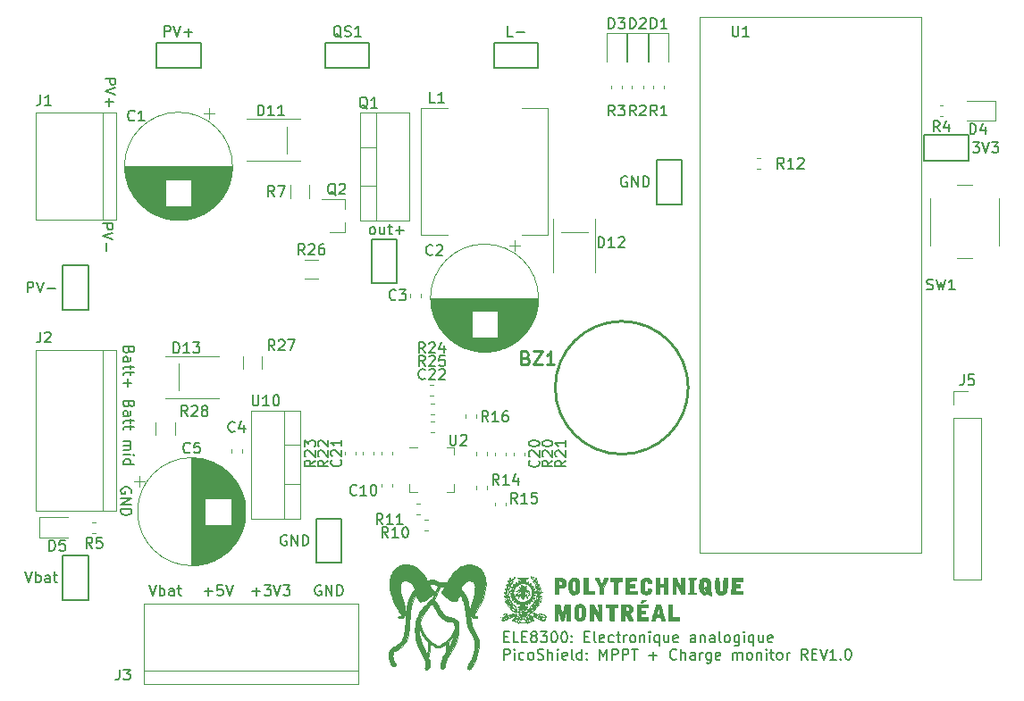
<source format=gbr>
%TF.GenerationSoftware,KiCad,Pcbnew,(5.1.6)-1*%
%TF.CreationDate,2022-03-23T15:28:11-04:00*%
%TF.ProjectId,MPPT_picoShield,4d505054-5f70-4696-936f-536869656c64,rev?*%
%TF.SameCoordinates,Original*%
%TF.FileFunction,Legend,Top*%
%TF.FilePolarity,Positive*%
%FSLAX46Y46*%
G04 Gerber Fmt 4.6, Leading zero omitted, Abs format (unit mm)*
G04 Created by KiCad (PCBNEW (5.1.6)-1) date 2022-03-23 15:28:11*
%MOMM*%
%LPD*%
G01*
G04 APERTURE LIST*
%ADD10C,0.150000*%
%ADD11C,0.010000*%
%ADD12C,0.120000*%
%ADD13C,0.254000*%
G04 APERTURE END LIST*
D10*
X10571428Y-37309523D02*
X10523809Y-37452380D01*
X10476190Y-37500000D01*
X10380952Y-37547619D01*
X10238095Y-37547619D01*
X10142857Y-37500000D01*
X10095238Y-37452380D01*
X10047619Y-37357142D01*
X10047619Y-36976190D01*
X11047619Y-36976190D01*
X11047619Y-37309523D01*
X11000000Y-37404761D01*
X10952380Y-37452380D01*
X10857142Y-37500000D01*
X10761904Y-37500000D01*
X10666666Y-37452380D01*
X10619047Y-37404761D01*
X10571428Y-37309523D01*
X10571428Y-36976190D01*
X10047619Y-38404761D02*
X10571428Y-38404761D01*
X10666666Y-38357142D01*
X10714285Y-38261904D01*
X10714285Y-38071428D01*
X10666666Y-37976190D01*
X10095238Y-38404761D02*
X10047619Y-38309523D01*
X10047619Y-38071428D01*
X10095238Y-37976190D01*
X10190476Y-37928571D01*
X10285714Y-37928571D01*
X10380952Y-37976190D01*
X10428571Y-38071428D01*
X10428571Y-38309523D01*
X10476190Y-38404761D01*
X10714285Y-38738095D02*
X10714285Y-39119047D01*
X11047619Y-38880952D02*
X10190476Y-38880952D01*
X10095238Y-38928571D01*
X10047619Y-39023809D01*
X10047619Y-39119047D01*
X10714285Y-39309523D02*
X10714285Y-39690476D01*
X11047619Y-39452380D02*
X10190476Y-39452380D01*
X10095238Y-39500000D01*
X10047619Y-39595238D01*
X10047619Y-39690476D01*
X10047619Y-40785714D02*
X10714285Y-40785714D01*
X10619047Y-40785714D02*
X10666666Y-40833333D01*
X10714285Y-40928571D01*
X10714285Y-41071428D01*
X10666666Y-41166666D01*
X10571428Y-41214285D01*
X10047619Y-41214285D01*
X10571428Y-41214285D02*
X10666666Y-41261904D01*
X10714285Y-41357142D01*
X10714285Y-41500000D01*
X10666666Y-41595238D01*
X10571428Y-41642857D01*
X10047619Y-41642857D01*
X10047619Y-42119047D02*
X10714285Y-42119047D01*
X11047619Y-42119047D02*
X11000000Y-42071428D01*
X10952380Y-42119047D01*
X11000000Y-42166666D01*
X11047619Y-42119047D01*
X10952380Y-42119047D01*
X10047619Y-43023809D02*
X11047619Y-43023809D01*
X10095238Y-43023809D02*
X10047619Y-42928571D01*
X10047619Y-42738095D01*
X10095238Y-42642857D01*
X10142857Y-42595238D01*
X10238095Y-42547619D01*
X10523809Y-42547619D01*
X10619047Y-42595238D01*
X10666666Y-42642857D01*
X10714285Y-42738095D01*
X10714285Y-42928571D01*
X10666666Y-43023809D01*
X10750000Y-45738095D02*
X10797619Y-45642857D01*
X10797619Y-45500000D01*
X10750000Y-45357142D01*
X10654761Y-45261904D01*
X10559523Y-45214285D01*
X10369047Y-45166666D01*
X10226190Y-45166666D01*
X10035714Y-45214285D01*
X9940476Y-45261904D01*
X9845238Y-45357142D01*
X9797619Y-45500000D01*
X9797619Y-45595238D01*
X9845238Y-45738095D01*
X9892857Y-45785714D01*
X10226190Y-45785714D01*
X10226190Y-45595238D01*
X9797619Y-46214285D02*
X10797619Y-46214285D01*
X9797619Y-46785714D01*
X10797619Y-46785714D01*
X9797619Y-47261904D02*
X10797619Y-47261904D01*
X10797619Y-47500000D01*
X10750000Y-47642857D01*
X10654761Y-47738095D01*
X10559523Y-47785714D01*
X10369047Y-47833333D01*
X10226190Y-47833333D01*
X10035714Y-47785714D01*
X9940476Y-47738095D01*
X9845238Y-47642857D01*
X9797619Y-47500000D01*
X9797619Y-47261904D01*
X10571428Y-32178571D02*
X10523809Y-32321428D01*
X10476190Y-32369047D01*
X10380952Y-32416666D01*
X10238095Y-32416666D01*
X10142857Y-32369047D01*
X10095238Y-32321428D01*
X10047619Y-32226190D01*
X10047619Y-31845238D01*
X11047619Y-31845238D01*
X11047619Y-32178571D01*
X11000000Y-32273809D01*
X10952380Y-32321428D01*
X10857142Y-32369047D01*
X10761904Y-32369047D01*
X10666666Y-32321428D01*
X10619047Y-32273809D01*
X10571428Y-32178571D01*
X10571428Y-31845238D01*
X10047619Y-33273809D02*
X10571428Y-33273809D01*
X10666666Y-33226190D01*
X10714285Y-33130952D01*
X10714285Y-32940476D01*
X10666666Y-32845238D01*
X10095238Y-33273809D02*
X10047619Y-33178571D01*
X10047619Y-32940476D01*
X10095238Y-32845238D01*
X10190476Y-32797619D01*
X10285714Y-32797619D01*
X10380952Y-32845238D01*
X10428571Y-32940476D01*
X10428571Y-33178571D01*
X10476190Y-33273809D01*
X10714285Y-33607142D02*
X10714285Y-33988095D01*
X11047619Y-33750000D02*
X10190476Y-33750000D01*
X10095238Y-33797619D01*
X10047619Y-33892857D01*
X10047619Y-33988095D01*
X10714285Y-34178571D02*
X10714285Y-34559523D01*
X11047619Y-34321428D02*
X10190476Y-34321428D01*
X10095238Y-34369047D01*
X10047619Y-34464285D01*
X10047619Y-34559523D01*
X10428571Y-34892857D02*
X10428571Y-35654761D01*
X10047619Y-35273809D02*
X10809523Y-35273809D01*
X46085595Y-59353571D02*
X46418928Y-59353571D01*
X46561785Y-59877380D02*
X46085595Y-59877380D01*
X46085595Y-58877380D01*
X46561785Y-58877380D01*
X47466547Y-59877380D02*
X46990357Y-59877380D01*
X46990357Y-58877380D01*
X47799880Y-59353571D02*
X48133214Y-59353571D01*
X48276071Y-59877380D02*
X47799880Y-59877380D01*
X47799880Y-58877380D01*
X48276071Y-58877380D01*
X48847500Y-59305952D02*
X48752261Y-59258333D01*
X48704642Y-59210714D01*
X48657023Y-59115476D01*
X48657023Y-59067857D01*
X48704642Y-58972619D01*
X48752261Y-58925000D01*
X48847500Y-58877380D01*
X49037976Y-58877380D01*
X49133214Y-58925000D01*
X49180833Y-58972619D01*
X49228452Y-59067857D01*
X49228452Y-59115476D01*
X49180833Y-59210714D01*
X49133214Y-59258333D01*
X49037976Y-59305952D01*
X48847500Y-59305952D01*
X48752261Y-59353571D01*
X48704642Y-59401190D01*
X48657023Y-59496428D01*
X48657023Y-59686904D01*
X48704642Y-59782142D01*
X48752261Y-59829761D01*
X48847500Y-59877380D01*
X49037976Y-59877380D01*
X49133214Y-59829761D01*
X49180833Y-59782142D01*
X49228452Y-59686904D01*
X49228452Y-59496428D01*
X49180833Y-59401190D01*
X49133214Y-59353571D01*
X49037976Y-59305952D01*
X49561785Y-58877380D02*
X50180833Y-58877380D01*
X49847500Y-59258333D01*
X49990357Y-59258333D01*
X50085595Y-59305952D01*
X50133214Y-59353571D01*
X50180833Y-59448809D01*
X50180833Y-59686904D01*
X50133214Y-59782142D01*
X50085595Y-59829761D01*
X49990357Y-59877380D01*
X49704642Y-59877380D01*
X49609404Y-59829761D01*
X49561785Y-59782142D01*
X50799880Y-58877380D02*
X50895119Y-58877380D01*
X50990357Y-58925000D01*
X51037976Y-58972619D01*
X51085595Y-59067857D01*
X51133214Y-59258333D01*
X51133214Y-59496428D01*
X51085595Y-59686904D01*
X51037976Y-59782142D01*
X50990357Y-59829761D01*
X50895119Y-59877380D01*
X50799880Y-59877380D01*
X50704642Y-59829761D01*
X50657023Y-59782142D01*
X50609404Y-59686904D01*
X50561785Y-59496428D01*
X50561785Y-59258333D01*
X50609404Y-59067857D01*
X50657023Y-58972619D01*
X50704642Y-58925000D01*
X50799880Y-58877380D01*
X51752261Y-58877380D02*
X51847500Y-58877380D01*
X51942738Y-58925000D01*
X51990357Y-58972619D01*
X52037976Y-59067857D01*
X52085595Y-59258333D01*
X52085595Y-59496428D01*
X52037976Y-59686904D01*
X51990357Y-59782142D01*
X51942738Y-59829761D01*
X51847500Y-59877380D01*
X51752261Y-59877380D01*
X51657023Y-59829761D01*
X51609404Y-59782142D01*
X51561785Y-59686904D01*
X51514166Y-59496428D01*
X51514166Y-59258333D01*
X51561785Y-59067857D01*
X51609404Y-58972619D01*
X51657023Y-58925000D01*
X51752261Y-58877380D01*
X52514166Y-59782142D02*
X52561785Y-59829761D01*
X52514166Y-59877380D01*
X52466547Y-59829761D01*
X52514166Y-59782142D01*
X52514166Y-59877380D01*
X52514166Y-59258333D02*
X52561785Y-59305952D01*
X52514166Y-59353571D01*
X52466547Y-59305952D01*
X52514166Y-59258333D01*
X52514166Y-59353571D01*
X53752261Y-59353571D02*
X54085595Y-59353571D01*
X54228452Y-59877380D02*
X53752261Y-59877380D01*
X53752261Y-58877380D01*
X54228452Y-58877380D01*
X54799880Y-59877380D02*
X54704642Y-59829761D01*
X54657023Y-59734523D01*
X54657023Y-58877380D01*
X55561785Y-59829761D02*
X55466547Y-59877380D01*
X55276071Y-59877380D01*
X55180833Y-59829761D01*
X55133214Y-59734523D01*
X55133214Y-59353571D01*
X55180833Y-59258333D01*
X55276071Y-59210714D01*
X55466547Y-59210714D01*
X55561785Y-59258333D01*
X55609404Y-59353571D01*
X55609404Y-59448809D01*
X55133214Y-59544047D01*
X56466547Y-59829761D02*
X56371309Y-59877380D01*
X56180833Y-59877380D01*
X56085595Y-59829761D01*
X56037976Y-59782142D01*
X55990357Y-59686904D01*
X55990357Y-59401190D01*
X56037976Y-59305952D01*
X56085595Y-59258333D01*
X56180833Y-59210714D01*
X56371309Y-59210714D01*
X56466547Y-59258333D01*
X56752261Y-59210714D02*
X57133214Y-59210714D01*
X56895119Y-58877380D02*
X56895119Y-59734523D01*
X56942738Y-59829761D01*
X57037976Y-59877380D01*
X57133214Y-59877380D01*
X57466547Y-59877380D02*
X57466547Y-59210714D01*
X57466547Y-59401190D02*
X57514166Y-59305952D01*
X57561785Y-59258333D01*
X57657023Y-59210714D01*
X57752261Y-59210714D01*
X58228452Y-59877380D02*
X58133214Y-59829761D01*
X58085595Y-59782142D01*
X58037976Y-59686904D01*
X58037976Y-59401190D01*
X58085595Y-59305952D01*
X58133214Y-59258333D01*
X58228452Y-59210714D01*
X58371309Y-59210714D01*
X58466547Y-59258333D01*
X58514166Y-59305952D01*
X58561785Y-59401190D01*
X58561785Y-59686904D01*
X58514166Y-59782142D01*
X58466547Y-59829761D01*
X58371309Y-59877380D01*
X58228452Y-59877380D01*
X58990357Y-59210714D02*
X58990357Y-59877380D01*
X58990357Y-59305952D02*
X59037976Y-59258333D01*
X59133214Y-59210714D01*
X59276071Y-59210714D01*
X59371309Y-59258333D01*
X59418928Y-59353571D01*
X59418928Y-59877380D01*
X59895119Y-59877380D02*
X59895119Y-59210714D01*
X59895119Y-58877380D02*
X59847500Y-58925000D01*
X59895119Y-58972619D01*
X59942738Y-58925000D01*
X59895119Y-58877380D01*
X59895119Y-58972619D01*
X60799880Y-59210714D02*
X60799880Y-60210714D01*
X60799880Y-59829761D02*
X60704642Y-59877380D01*
X60514166Y-59877380D01*
X60418928Y-59829761D01*
X60371309Y-59782142D01*
X60323690Y-59686904D01*
X60323690Y-59401190D01*
X60371309Y-59305952D01*
X60418928Y-59258333D01*
X60514166Y-59210714D01*
X60704642Y-59210714D01*
X60799880Y-59258333D01*
X61704642Y-59210714D02*
X61704642Y-59877380D01*
X61276071Y-59210714D02*
X61276071Y-59734523D01*
X61323690Y-59829761D01*
X61418928Y-59877380D01*
X61561785Y-59877380D01*
X61657023Y-59829761D01*
X61704642Y-59782142D01*
X62561785Y-59829761D02*
X62466547Y-59877380D01*
X62276071Y-59877380D01*
X62180833Y-59829761D01*
X62133214Y-59734523D01*
X62133214Y-59353571D01*
X62180833Y-59258333D01*
X62276071Y-59210714D01*
X62466547Y-59210714D01*
X62561785Y-59258333D01*
X62609404Y-59353571D01*
X62609404Y-59448809D01*
X62133214Y-59544047D01*
X64228452Y-59877380D02*
X64228452Y-59353571D01*
X64180833Y-59258333D01*
X64085595Y-59210714D01*
X63895119Y-59210714D01*
X63799880Y-59258333D01*
X64228452Y-59829761D02*
X64133214Y-59877380D01*
X63895119Y-59877380D01*
X63799880Y-59829761D01*
X63752261Y-59734523D01*
X63752261Y-59639285D01*
X63799880Y-59544047D01*
X63895119Y-59496428D01*
X64133214Y-59496428D01*
X64228452Y-59448809D01*
X64704642Y-59210714D02*
X64704642Y-59877380D01*
X64704642Y-59305952D02*
X64752261Y-59258333D01*
X64847500Y-59210714D01*
X64990357Y-59210714D01*
X65085595Y-59258333D01*
X65133214Y-59353571D01*
X65133214Y-59877380D01*
X66037976Y-59877380D02*
X66037976Y-59353571D01*
X65990357Y-59258333D01*
X65895119Y-59210714D01*
X65704642Y-59210714D01*
X65609404Y-59258333D01*
X66037976Y-59829761D02*
X65942738Y-59877380D01*
X65704642Y-59877380D01*
X65609404Y-59829761D01*
X65561785Y-59734523D01*
X65561785Y-59639285D01*
X65609404Y-59544047D01*
X65704642Y-59496428D01*
X65942738Y-59496428D01*
X66037976Y-59448809D01*
X66657023Y-59877380D02*
X66561785Y-59829761D01*
X66514166Y-59734523D01*
X66514166Y-58877380D01*
X67180833Y-59877380D02*
X67085595Y-59829761D01*
X67037976Y-59782142D01*
X66990357Y-59686904D01*
X66990357Y-59401190D01*
X67037976Y-59305952D01*
X67085595Y-59258333D01*
X67180833Y-59210714D01*
X67323690Y-59210714D01*
X67418928Y-59258333D01*
X67466547Y-59305952D01*
X67514166Y-59401190D01*
X67514166Y-59686904D01*
X67466547Y-59782142D01*
X67418928Y-59829761D01*
X67323690Y-59877380D01*
X67180833Y-59877380D01*
X68371309Y-59210714D02*
X68371309Y-60020238D01*
X68323690Y-60115476D01*
X68276071Y-60163095D01*
X68180833Y-60210714D01*
X68037976Y-60210714D01*
X67942738Y-60163095D01*
X68371309Y-59829761D02*
X68276071Y-59877380D01*
X68085595Y-59877380D01*
X67990357Y-59829761D01*
X67942738Y-59782142D01*
X67895119Y-59686904D01*
X67895119Y-59401190D01*
X67942738Y-59305952D01*
X67990357Y-59258333D01*
X68085595Y-59210714D01*
X68276071Y-59210714D01*
X68371309Y-59258333D01*
X68847499Y-59877380D02*
X68847499Y-59210714D01*
X68847499Y-58877380D02*
X68799880Y-58925000D01*
X68847499Y-58972619D01*
X68895119Y-58925000D01*
X68847499Y-58877380D01*
X68847499Y-58972619D01*
X69752261Y-59210714D02*
X69752261Y-60210714D01*
X69752261Y-59829761D02*
X69657023Y-59877380D01*
X69466547Y-59877380D01*
X69371309Y-59829761D01*
X69323690Y-59782142D01*
X69276071Y-59686904D01*
X69276071Y-59401190D01*
X69323690Y-59305952D01*
X69371309Y-59258333D01*
X69466547Y-59210714D01*
X69657023Y-59210714D01*
X69752261Y-59258333D01*
X70657023Y-59210714D02*
X70657023Y-59877380D01*
X70228452Y-59210714D02*
X70228452Y-59734523D01*
X70276071Y-59829761D01*
X70371309Y-59877380D01*
X70514166Y-59877380D01*
X70609404Y-59829761D01*
X70657023Y-59782142D01*
X71514166Y-59829761D02*
X71418928Y-59877380D01*
X71228452Y-59877380D01*
X71133214Y-59829761D01*
X71085595Y-59734523D01*
X71085595Y-59353571D01*
X71133214Y-59258333D01*
X71228452Y-59210714D01*
X71418928Y-59210714D01*
X71514166Y-59258333D01*
X71561785Y-59353571D01*
X71561785Y-59448809D01*
X71085595Y-59544047D01*
X46085595Y-61527380D02*
X46085595Y-60527380D01*
X46466547Y-60527380D01*
X46561785Y-60575000D01*
X46609404Y-60622619D01*
X46657023Y-60717857D01*
X46657023Y-60860714D01*
X46609404Y-60955952D01*
X46561785Y-61003571D01*
X46466547Y-61051190D01*
X46085595Y-61051190D01*
X47085595Y-61527380D02*
X47085595Y-60860714D01*
X47085595Y-60527380D02*
X47037976Y-60575000D01*
X47085595Y-60622619D01*
X47133214Y-60575000D01*
X47085595Y-60527380D01*
X47085595Y-60622619D01*
X47990357Y-61479761D02*
X47895119Y-61527380D01*
X47704642Y-61527380D01*
X47609404Y-61479761D01*
X47561785Y-61432142D01*
X47514166Y-61336904D01*
X47514166Y-61051190D01*
X47561785Y-60955952D01*
X47609404Y-60908333D01*
X47704642Y-60860714D01*
X47895119Y-60860714D01*
X47990357Y-60908333D01*
X48561785Y-61527380D02*
X48466547Y-61479761D01*
X48418928Y-61432142D01*
X48371309Y-61336904D01*
X48371309Y-61051190D01*
X48418928Y-60955952D01*
X48466547Y-60908333D01*
X48561785Y-60860714D01*
X48704642Y-60860714D01*
X48799880Y-60908333D01*
X48847500Y-60955952D01*
X48895119Y-61051190D01*
X48895119Y-61336904D01*
X48847500Y-61432142D01*
X48799880Y-61479761D01*
X48704642Y-61527380D01*
X48561785Y-61527380D01*
X49276071Y-61479761D02*
X49418928Y-61527380D01*
X49657023Y-61527380D01*
X49752261Y-61479761D01*
X49799880Y-61432142D01*
X49847500Y-61336904D01*
X49847500Y-61241666D01*
X49799880Y-61146428D01*
X49752261Y-61098809D01*
X49657023Y-61051190D01*
X49466547Y-61003571D01*
X49371309Y-60955952D01*
X49323690Y-60908333D01*
X49276071Y-60813095D01*
X49276071Y-60717857D01*
X49323690Y-60622619D01*
X49371309Y-60575000D01*
X49466547Y-60527380D01*
X49704642Y-60527380D01*
X49847500Y-60575000D01*
X50276071Y-61527380D02*
X50276071Y-60527380D01*
X50704642Y-61527380D02*
X50704642Y-61003571D01*
X50657023Y-60908333D01*
X50561785Y-60860714D01*
X50418928Y-60860714D01*
X50323690Y-60908333D01*
X50276071Y-60955952D01*
X51180833Y-61527380D02*
X51180833Y-60860714D01*
X51180833Y-60527380D02*
X51133214Y-60575000D01*
X51180833Y-60622619D01*
X51228452Y-60575000D01*
X51180833Y-60527380D01*
X51180833Y-60622619D01*
X52037976Y-61479761D02*
X51942738Y-61527380D01*
X51752261Y-61527380D01*
X51657023Y-61479761D01*
X51609404Y-61384523D01*
X51609404Y-61003571D01*
X51657023Y-60908333D01*
X51752261Y-60860714D01*
X51942738Y-60860714D01*
X52037976Y-60908333D01*
X52085595Y-61003571D01*
X52085595Y-61098809D01*
X51609404Y-61194047D01*
X52657023Y-61527380D02*
X52561785Y-61479761D01*
X52514166Y-61384523D01*
X52514166Y-60527380D01*
X53466547Y-61527380D02*
X53466547Y-60527380D01*
X53466547Y-61479761D02*
X53371309Y-61527380D01*
X53180833Y-61527380D01*
X53085595Y-61479761D01*
X53037976Y-61432142D01*
X52990357Y-61336904D01*
X52990357Y-61051190D01*
X53037976Y-60955952D01*
X53085595Y-60908333D01*
X53180833Y-60860714D01*
X53371309Y-60860714D01*
X53466547Y-60908333D01*
X53942738Y-61432142D02*
X53990357Y-61479761D01*
X53942738Y-61527380D01*
X53895119Y-61479761D01*
X53942738Y-61432142D01*
X53942738Y-61527380D01*
X53942738Y-60908333D02*
X53990357Y-60955952D01*
X53942738Y-61003571D01*
X53895119Y-60955952D01*
X53942738Y-60908333D01*
X53942738Y-61003571D01*
X55180833Y-61527380D02*
X55180833Y-60527380D01*
X55514166Y-61241666D01*
X55847500Y-60527380D01*
X55847500Y-61527380D01*
X56323690Y-61527380D02*
X56323690Y-60527380D01*
X56704642Y-60527380D01*
X56799880Y-60575000D01*
X56847500Y-60622619D01*
X56895119Y-60717857D01*
X56895119Y-60860714D01*
X56847500Y-60955952D01*
X56799880Y-61003571D01*
X56704642Y-61051190D01*
X56323690Y-61051190D01*
X57323690Y-61527380D02*
X57323690Y-60527380D01*
X57704642Y-60527380D01*
X57799880Y-60575000D01*
X57847500Y-60622619D01*
X57895119Y-60717857D01*
X57895119Y-60860714D01*
X57847500Y-60955952D01*
X57799880Y-61003571D01*
X57704642Y-61051190D01*
X57323690Y-61051190D01*
X58180833Y-60527380D02*
X58752261Y-60527380D01*
X58466547Y-61527380D02*
X58466547Y-60527380D01*
X59847500Y-61146428D02*
X60609404Y-61146428D01*
X60228452Y-61527380D02*
X60228452Y-60765476D01*
X62418928Y-61432142D02*
X62371309Y-61479761D01*
X62228452Y-61527380D01*
X62133214Y-61527380D01*
X61990357Y-61479761D01*
X61895119Y-61384523D01*
X61847500Y-61289285D01*
X61799880Y-61098809D01*
X61799880Y-60955952D01*
X61847500Y-60765476D01*
X61895119Y-60670238D01*
X61990357Y-60575000D01*
X62133214Y-60527380D01*
X62228452Y-60527380D01*
X62371309Y-60575000D01*
X62418928Y-60622619D01*
X62847500Y-61527380D02*
X62847500Y-60527380D01*
X63276071Y-61527380D02*
X63276071Y-61003571D01*
X63228452Y-60908333D01*
X63133214Y-60860714D01*
X62990357Y-60860714D01*
X62895119Y-60908333D01*
X62847500Y-60955952D01*
X64180833Y-61527380D02*
X64180833Y-61003571D01*
X64133214Y-60908333D01*
X64037976Y-60860714D01*
X63847499Y-60860714D01*
X63752261Y-60908333D01*
X64180833Y-61479761D02*
X64085595Y-61527380D01*
X63847499Y-61527380D01*
X63752261Y-61479761D01*
X63704642Y-61384523D01*
X63704642Y-61289285D01*
X63752261Y-61194047D01*
X63847499Y-61146428D01*
X64085595Y-61146428D01*
X64180833Y-61098809D01*
X64657023Y-61527380D02*
X64657023Y-60860714D01*
X64657023Y-61051190D02*
X64704642Y-60955952D01*
X64752261Y-60908333D01*
X64847499Y-60860714D01*
X64942738Y-60860714D01*
X65704642Y-60860714D02*
X65704642Y-61670238D01*
X65657023Y-61765476D01*
X65609404Y-61813095D01*
X65514166Y-61860714D01*
X65371309Y-61860714D01*
X65276071Y-61813095D01*
X65704642Y-61479761D02*
X65609404Y-61527380D01*
X65418928Y-61527380D01*
X65323690Y-61479761D01*
X65276071Y-61432142D01*
X65228452Y-61336904D01*
X65228452Y-61051190D01*
X65276071Y-60955952D01*
X65323690Y-60908333D01*
X65418928Y-60860714D01*
X65609404Y-60860714D01*
X65704642Y-60908333D01*
X66561785Y-61479761D02*
X66466547Y-61527380D01*
X66276071Y-61527380D01*
X66180833Y-61479761D01*
X66133214Y-61384523D01*
X66133214Y-61003571D01*
X66180833Y-60908333D01*
X66276071Y-60860714D01*
X66466547Y-60860714D01*
X66561785Y-60908333D01*
X66609404Y-61003571D01*
X66609404Y-61098809D01*
X66133214Y-61194047D01*
X67799880Y-61527380D02*
X67799880Y-60860714D01*
X67799880Y-60955952D02*
X67847500Y-60908333D01*
X67942738Y-60860714D01*
X68085595Y-60860714D01*
X68180833Y-60908333D01*
X68228452Y-61003571D01*
X68228452Y-61527380D01*
X68228452Y-61003571D02*
X68276071Y-60908333D01*
X68371309Y-60860714D01*
X68514166Y-60860714D01*
X68609404Y-60908333D01*
X68657023Y-61003571D01*
X68657023Y-61527380D01*
X69276071Y-61527380D02*
X69180833Y-61479761D01*
X69133214Y-61432142D01*
X69085595Y-61336904D01*
X69085595Y-61051190D01*
X69133214Y-60955952D01*
X69180833Y-60908333D01*
X69276071Y-60860714D01*
X69418928Y-60860714D01*
X69514166Y-60908333D01*
X69561785Y-60955952D01*
X69609404Y-61051190D01*
X69609404Y-61336904D01*
X69561785Y-61432142D01*
X69514166Y-61479761D01*
X69418928Y-61527380D01*
X69276071Y-61527380D01*
X70037976Y-60860714D02*
X70037976Y-61527380D01*
X70037976Y-60955952D02*
X70085595Y-60908333D01*
X70180833Y-60860714D01*
X70323690Y-60860714D01*
X70418928Y-60908333D01*
X70466547Y-61003571D01*
X70466547Y-61527380D01*
X70942738Y-61527380D02*
X70942738Y-60860714D01*
X70942738Y-60527380D02*
X70895119Y-60575000D01*
X70942738Y-60622619D01*
X70990357Y-60575000D01*
X70942738Y-60527380D01*
X70942738Y-60622619D01*
X71276071Y-60860714D02*
X71657023Y-60860714D01*
X71418928Y-60527380D02*
X71418928Y-61384523D01*
X71466547Y-61479761D01*
X71561785Y-61527380D01*
X71657023Y-61527380D01*
X72133214Y-61527380D02*
X72037976Y-61479761D01*
X71990357Y-61432142D01*
X71942738Y-61336904D01*
X71942738Y-61051190D01*
X71990357Y-60955952D01*
X72037976Y-60908333D01*
X72133214Y-60860714D01*
X72276071Y-60860714D01*
X72371309Y-60908333D01*
X72418928Y-60955952D01*
X72466547Y-61051190D01*
X72466547Y-61336904D01*
X72418928Y-61432142D01*
X72371309Y-61479761D01*
X72276071Y-61527380D01*
X72133214Y-61527380D01*
X72895119Y-61527380D02*
X72895119Y-60860714D01*
X72895119Y-61051190D02*
X72942738Y-60955952D01*
X72990357Y-60908333D01*
X73085595Y-60860714D01*
X73180833Y-60860714D01*
X74847499Y-61527380D02*
X74514166Y-61051190D01*
X74276071Y-61527380D02*
X74276071Y-60527380D01*
X74657023Y-60527380D01*
X74752261Y-60575000D01*
X74799880Y-60622619D01*
X74847499Y-60717857D01*
X74847499Y-60860714D01*
X74799880Y-60955952D01*
X74752261Y-61003571D01*
X74657023Y-61051190D01*
X74276071Y-61051190D01*
X75276071Y-61003571D02*
X75609404Y-61003571D01*
X75752261Y-61527380D02*
X75276071Y-61527380D01*
X75276071Y-60527380D01*
X75752261Y-60527380D01*
X76037976Y-60527380D02*
X76371309Y-61527380D01*
X76704642Y-60527380D01*
X77561785Y-61527380D02*
X76990357Y-61527380D01*
X77276071Y-61527380D02*
X77276071Y-60527380D01*
X77180833Y-60670238D01*
X77085595Y-60765476D01*
X76990357Y-60813095D01*
X77990357Y-61432142D02*
X78037976Y-61479761D01*
X77990357Y-61527380D01*
X77942738Y-61479761D01*
X77990357Y-61432142D01*
X77990357Y-61527380D01*
X78657023Y-60527380D02*
X78752261Y-60527380D01*
X78847499Y-60575000D01*
X78895119Y-60622619D01*
X78942738Y-60717857D01*
X78990357Y-60908333D01*
X78990357Y-61146428D01*
X78942738Y-61336904D01*
X78895119Y-61432142D01*
X78847499Y-61479761D01*
X78752261Y-61527380D01*
X78657023Y-61527380D01*
X78561785Y-61479761D01*
X78514166Y-61432142D01*
X78466547Y-61336904D01*
X78418928Y-61146428D01*
X78418928Y-60908333D01*
X78466547Y-60717857D01*
X78514166Y-60622619D01*
X78561785Y-60575000D01*
X78657023Y-60527380D01*
X8047619Y-20190476D02*
X9047619Y-20190476D01*
X9047619Y-20571428D01*
X9000000Y-20666666D01*
X8952380Y-20714285D01*
X8857142Y-20761904D01*
X8714285Y-20761904D01*
X8619047Y-20714285D01*
X8571428Y-20666666D01*
X8523809Y-20571428D01*
X8523809Y-20190476D01*
X9047619Y-21047619D02*
X8047619Y-21380952D01*
X9047619Y-21714285D01*
X8428571Y-22047619D02*
X8428571Y-22809523D01*
X8297619Y-6440476D02*
X9297619Y-6440476D01*
X9297619Y-6821428D01*
X9250000Y-6916666D01*
X9202380Y-6964285D01*
X9107142Y-7011904D01*
X8964285Y-7011904D01*
X8869047Y-6964285D01*
X8821428Y-6916666D01*
X8773809Y-6821428D01*
X8773809Y-6440476D01*
X9297619Y-7297619D02*
X8297619Y-7630952D01*
X9297619Y-7964285D01*
X8678571Y-8297619D02*
X8678571Y-9059523D01*
X8297619Y-8678571D02*
X9059523Y-8678571D01*
X28738095Y-54500000D02*
X28642857Y-54452380D01*
X28500000Y-54452380D01*
X28357142Y-54500000D01*
X28261904Y-54595238D01*
X28214285Y-54690476D01*
X28166666Y-54880952D01*
X28166666Y-55023809D01*
X28214285Y-55214285D01*
X28261904Y-55309523D01*
X28357142Y-55404761D01*
X28500000Y-55452380D01*
X28595238Y-55452380D01*
X28738095Y-55404761D01*
X28785714Y-55357142D01*
X28785714Y-55023809D01*
X28595238Y-55023809D01*
X29214285Y-55452380D02*
X29214285Y-54452380D01*
X29785714Y-55452380D01*
X29785714Y-54452380D01*
X30261904Y-55452380D02*
X30261904Y-54452380D01*
X30500000Y-54452380D01*
X30642857Y-54500000D01*
X30738095Y-54595238D01*
X30785714Y-54690476D01*
X30833333Y-54880952D01*
X30833333Y-55023809D01*
X30785714Y-55214285D01*
X30738095Y-55309523D01*
X30642857Y-55404761D01*
X30500000Y-55452380D01*
X30261904Y-55452380D01*
X22238095Y-55071428D02*
X23000000Y-55071428D01*
X22619047Y-55452380D02*
X22619047Y-54690476D01*
X23380952Y-54452380D02*
X24000000Y-54452380D01*
X23666666Y-54833333D01*
X23809523Y-54833333D01*
X23904761Y-54880952D01*
X23952380Y-54928571D01*
X24000000Y-55023809D01*
X24000000Y-55261904D01*
X23952380Y-55357142D01*
X23904761Y-55404761D01*
X23809523Y-55452380D01*
X23523809Y-55452380D01*
X23428571Y-55404761D01*
X23380952Y-55357142D01*
X24285714Y-54452380D02*
X24619047Y-55452380D01*
X24952380Y-54452380D01*
X25190476Y-54452380D02*
X25809523Y-54452380D01*
X25476190Y-54833333D01*
X25619047Y-54833333D01*
X25714285Y-54880952D01*
X25761904Y-54928571D01*
X25809523Y-55023809D01*
X25809523Y-55261904D01*
X25761904Y-55357142D01*
X25714285Y-55404761D01*
X25619047Y-55452380D01*
X25333333Y-55452380D01*
X25238095Y-55404761D01*
X25190476Y-55357142D01*
X17714285Y-55071428D02*
X18476190Y-55071428D01*
X18095238Y-55452380D02*
X18095238Y-54690476D01*
X19428571Y-54452380D02*
X18952380Y-54452380D01*
X18904761Y-54928571D01*
X18952380Y-54880952D01*
X19047619Y-54833333D01*
X19285714Y-54833333D01*
X19380952Y-54880952D01*
X19428571Y-54928571D01*
X19476190Y-55023809D01*
X19476190Y-55261904D01*
X19428571Y-55357142D01*
X19380952Y-55404761D01*
X19285714Y-55452380D01*
X19047619Y-55452380D01*
X18952380Y-55404761D01*
X18904761Y-55357142D01*
X19761904Y-54452380D02*
X20095238Y-55452380D01*
X20428571Y-54452380D01*
X12476190Y-54452380D02*
X12809523Y-55452380D01*
X13142857Y-54452380D01*
X13476190Y-55452380D02*
X13476190Y-54452380D01*
X13476190Y-54833333D02*
X13571428Y-54785714D01*
X13761904Y-54785714D01*
X13857142Y-54833333D01*
X13904761Y-54880952D01*
X13952380Y-54976190D01*
X13952380Y-55261904D01*
X13904761Y-55357142D01*
X13857142Y-55404761D01*
X13761904Y-55452380D01*
X13571428Y-55452380D01*
X13476190Y-55404761D01*
X14809523Y-55452380D02*
X14809523Y-54928571D01*
X14761904Y-54833333D01*
X14666666Y-54785714D01*
X14476190Y-54785714D01*
X14380952Y-54833333D01*
X14809523Y-55404761D02*
X14714285Y-55452380D01*
X14476190Y-55452380D01*
X14380952Y-55404761D01*
X14333333Y-55309523D01*
X14333333Y-55214285D01*
X14380952Y-55119047D01*
X14476190Y-55071428D01*
X14714285Y-55071428D01*
X14809523Y-55023809D01*
X15142857Y-54785714D02*
X15523809Y-54785714D01*
X15285714Y-54452380D02*
X15285714Y-55309523D01*
X15333333Y-55404761D01*
X15428571Y-55452380D01*
X15523809Y-55452380D01*
D11*
%TO.C,G\u002A\u002A\u002A*%
G36*
X49544687Y-54797500D02*
G01*
X49484386Y-54883849D01*
X49434689Y-54983943D01*
X49408902Y-55069815D01*
X49407750Y-55085316D01*
X49427704Y-55114357D01*
X49474717Y-55105730D01*
X49529510Y-55065189D01*
X49547669Y-55043562D01*
X49583408Y-54996129D01*
X49586591Y-54999520D01*
X49567617Y-55041100D01*
X49519857Y-55109111D01*
X49449584Y-55177659D01*
X49447638Y-55179207D01*
X49360125Y-55248338D01*
X49349292Y-55173731D01*
X49322625Y-55097665D01*
X49275086Y-55028531D01*
X49224170Y-54990055D01*
X49212329Y-54988000D01*
X49189772Y-55014414D01*
X49187350Y-55080071D01*
X49203348Y-55164588D01*
X49233785Y-55243276D01*
X49294214Y-55313438D01*
X49365632Y-55323220D01*
X49438823Y-55272440D01*
X49458149Y-55247674D01*
X49507983Y-55194952D01*
X49573643Y-55146486D01*
X49637688Y-55112167D01*
X49682680Y-55101886D01*
X49693500Y-55114184D01*
X49668042Y-55143631D01*
X49649164Y-55146750D01*
X49596847Y-55171517D01*
X49530582Y-55232994D01*
X49466455Y-55311940D01*
X49420554Y-55389118D01*
X49407750Y-55435478D01*
X49420017Y-55478776D01*
X49439136Y-55480349D01*
X49457451Y-55485357D01*
X49452556Y-55507771D01*
X49409611Y-55560616D01*
X49389420Y-55571923D01*
X49348756Y-55614499D01*
X49344250Y-55636921D01*
X49356119Y-55659120D01*
X49398398Y-55644881D01*
X49459805Y-55606168D01*
X49560749Y-55547810D01*
X49630027Y-55529154D01*
X49660812Y-55551712D01*
X49661750Y-55561373D01*
X49642114Y-55579924D01*
X49628603Y-55574512D01*
X49578586Y-55576335D01*
X49503967Y-55613085D01*
X49423651Y-55673437D01*
X49368768Y-55730156D01*
X49324503Y-55794968D01*
X49316436Y-55829972D01*
X49344649Y-55826027D01*
X49368062Y-55809997D01*
X49399663Y-55788122D01*
X49389463Y-55806239D01*
X49363141Y-55837859D01*
X49324210Y-55892543D01*
X49326417Y-55912421D01*
X49360491Y-55901306D01*
X49417166Y-55863010D01*
X49487170Y-55801348D01*
X49511217Y-55776942D01*
X49579664Y-55706118D01*
X49610694Y-55679265D01*
X49610122Y-55693844D01*
X49585138Y-55744655D01*
X49516362Y-55832302D01*
X49420356Y-55902896D01*
X49322459Y-55938936D01*
X49301598Y-55940500D01*
X49251975Y-55966279D01*
X49236161Y-55991660D01*
X49233464Y-56027808D01*
X49264514Y-56023410D01*
X49351998Y-55990325D01*
X49389099Y-55981724D01*
X49372420Y-55998226D01*
X49360125Y-56005938D01*
X49260361Y-56075709D01*
X49198523Y-56138350D01*
X49182087Y-56185180D01*
X49193097Y-56199867D01*
X49250615Y-56222627D01*
X49311284Y-56209622D01*
X49391154Y-56155652D01*
X49430179Y-56123062D01*
X49496750Y-56067723D01*
X49522232Y-56053445D01*
X49512143Y-56078158D01*
X49500593Y-56096622D01*
X49418018Y-56181111D01*
X49301990Y-56250033D01*
X49182046Y-56287204D01*
X49148181Y-56289750D01*
X49076789Y-56301587D01*
X49040438Y-56325037D01*
X49047899Y-56344526D01*
X49107729Y-56348715D01*
X49189377Y-56342289D01*
X49360125Y-56324254D01*
X49217250Y-56357608D01*
X49099766Y-56398478D01*
X48987289Y-56458077D01*
X48965027Y-56473670D01*
X48855679Y-56556379D01*
X49042625Y-56636135D01*
X48909561Y-56637567D01*
X48822371Y-56645418D01*
X48765096Y-56663326D01*
X48756875Y-56670750D01*
X48762514Y-56699922D01*
X48778813Y-56703742D01*
X48782478Y-56715017D01*
X48737953Y-56741177D01*
X48725125Y-56747029D01*
X48635711Y-56799919D01*
X48568155Y-56858278D01*
X48528119Y-56905638D01*
X48530632Y-56916540D01*
X48565426Y-56904845D01*
X48606299Y-56897766D01*
X48603135Y-56916642D01*
X48606537Y-56957560D01*
X48621739Y-56968626D01*
X48620780Y-56975603D01*
X48570057Y-56971784D01*
X48544189Y-56968110D01*
X48456341Y-56964561D01*
X48377104Y-56990989D01*
X48298804Y-57040584D01*
X48212596Y-57105459D01*
X48177321Y-57146293D01*
X48189568Y-57171885D01*
X48240937Y-57189804D01*
X48323680Y-57224590D01*
X48375875Y-57258497D01*
X48418210Y-57293629D01*
X48408244Y-57293644D01*
X48365907Y-57273548D01*
X48294629Y-57254412D01*
X48238907Y-57279734D01*
X48203032Y-57305677D01*
X48211758Y-57288351D01*
X48228950Y-57266062D01*
X48251079Y-57222819D01*
X48239484Y-57210500D01*
X48182224Y-57199870D01*
X48156489Y-57191330D01*
X48105122Y-57198911D01*
X48084422Y-57231018D01*
X48039962Y-57301896D01*
X48012717Y-57328552D01*
X47987879Y-57359341D01*
X48010332Y-57368813D01*
X48067238Y-57356073D01*
X48116024Y-57335748D01*
X48163273Y-57314237D01*
X48156338Y-57325123D01*
X48125500Y-57350339D01*
X48086725Y-57386902D01*
X48097661Y-57410829D01*
X48145383Y-57434772D01*
X48216072Y-57453899D01*
X48285810Y-57433562D01*
X48316383Y-57416413D01*
X48407625Y-57361714D01*
X48333243Y-57423401D01*
X48258862Y-57485089D01*
X48340064Y-57538294D01*
X48420298Y-57577271D01*
X48485882Y-57591500D01*
X48538098Y-57603321D01*
X48550500Y-57620144D01*
X48577197Y-57649287D01*
X48641840Y-57680605D01*
X48645750Y-57681992D01*
X48718506Y-57698409D01*
X48743656Y-57685367D01*
X48724385Y-57651518D01*
X48663879Y-57605512D01*
X48606062Y-57574201D01*
X48525364Y-57531550D01*
X48484942Y-57489488D01*
X48469895Y-57424294D01*
X48468781Y-57400730D01*
X48494338Y-57400730D01*
X48499188Y-57448255D01*
X48562708Y-57510358D01*
X48590187Y-57528347D01*
X48675222Y-57576019D01*
X48720575Y-57584619D01*
X48738396Y-57551766D01*
X48741000Y-57498772D01*
X48729651Y-57429173D01*
X48682647Y-57394963D01*
X48646524Y-57385295D01*
X48544628Y-57376754D01*
X48494338Y-57400730D01*
X48468781Y-57400730D01*
X48466475Y-57351985D01*
X48466293Y-57276594D01*
X48470734Y-57248441D01*
X48476124Y-57262278D01*
X48503608Y-57311100D01*
X48570556Y-57340453D01*
X48623649Y-57350786D01*
X48696190Y-57369293D01*
X48796968Y-57403980D01*
X48912055Y-57448852D01*
X49027521Y-57497916D01*
X49129437Y-57545176D01*
X49203875Y-57584637D01*
X49236904Y-57610305D01*
X49236531Y-57614551D01*
X49204037Y-57607831D01*
X49131029Y-57577915D01*
X49033159Y-57531234D01*
X49030868Y-57530078D01*
X48931661Y-57481154D01*
X48856424Y-57446206D01*
X48821346Y-57432750D01*
X48821280Y-57432750D01*
X48811730Y-57461334D01*
X48805652Y-57534458D01*
X48804500Y-57592496D01*
X48812149Y-57703093D01*
X48836612Y-57760406D01*
X48851942Y-57770448D01*
X48883503Y-57801349D01*
X48880481Y-57819241D01*
X48839005Y-57836934D01*
X48816012Y-57832344D01*
X48761213Y-57835408D01*
X48679976Y-57864379D01*
X48653007Y-57877804D01*
X48569592Y-57917483D01*
X48505493Y-57939297D01*
X48493891Y-57940750D01*
X48446015Y-57962373D01*
X48383323Y-58015369D01*
X48374358Y-58024761D01*
X48321875Y-58074311D01*
X48300002Y-58073946D01*
X48307451Y-58020966D01*
X48333557Y-57939173D01*
X48361030Y-57874988D01*
X48380712Y-57868431D01*
X48389119Y-57885317D01*
X48405827Y-57914838D01*
X48437697Y-57918422D01*
X48502010Y-57895166D01*
X48542562Y-57877308D01*
X48622436Y-57836501D01*
X48670841Y-57802083D01*
X48677500Y-57791139D01*
X48650880Y-57766542D01*
X48579951Y-57723349D01*
X48478109Y-57669467D01*
X48437588Y-57649522D01*
X48318451Y-57594231D01*
X48246440Y-57567394D01*
X48213137Y-57566682D01*
X48209286Y-57586372D01*
X48237447Y-57627629D01*
X48258698Y-57631187D01*
X48289431Y-57638533D01*
X48289754Y-57647062D01*
X48298233Y-57689831D01*
X48324982Y-57750250D01*
X48343489Y-57790632D01*
X48331062Y-57787938D01*
X48282840Y-57739961D01*
X48268227Y-57724477D01*
X48207974Y-57648498D01*
X48173028Y-57581577D01*
X48169500Y-57562886D01*
X48145574Y-57509804D01*
X48089743Y-57468434D01*
X48025919Y-57450064D01*
X47978019Y-57465983D01*
X47974426Y-57470812D01*
X47952397Y-57494748D01*
X47947736Y-57472437D01*
X47920221Y-57442612D01*
X47867875Y-57432750D01*
X47805109Y-57448128D01*
X47788500Y-57493653D01*
X47778425Y-57573379D01*
X47769228Y-57604778D01*
X47768906Y-57638964D01*
X47811814Y-57653213D01*
X47861505Y-57655000D01*
X47935227Y-57650156D01*
X47961562Y-57627799D01*
X47957968Y-57583562D01*
X47949467Y-57534335D01*
X47962464Y-57543924D01*
X47981965Y-57574070D01*
X48032949Y-57636698D01*
X48104974Y-57706540D01*
X48112478Y-57712948D01*
X48170115Y-57776831D01*
X48195013Y-57835710D01*
X48194642Y-57844562D01*
X48205903Y-57913522D01*
X48226708Y-57949044D01*
X48242016Y-57976395D01*
X48225314Y-57994580D01*
X48165986Y-58008192D01*
X48060193Y-58021101D01*
X47916738Y-58029789D01*
X47767155Y-58028615D01*
X47680218Y-58021854D01*
X47576196Y-58012409D01*
X47516677Y-58018986D01*
X47484050Y-58044420D01*
X47477819Y-58054436D01*
X47450826Y-58088312D01*
X47433002Y-58064882D01*
X47432911Y-58064608D01*
X47436608Y-58003690D01*
X47495506Y-57970270D01*
X47607032Y-57965497D01*
X47646507Y-57969349D01*
X47776393Y-57977568D01*
X47921557Y-57976282D01*
X47979000Y-57972500D01*
X48080124Y-57960210D01*
X48132765Y-57942249D01*
X48151919Y-57911425D01*
X48153625Y-57888762D01*
X48126699Y-57788092D01*
X48047026Y-57721283D01*
X47916260Y-57689447D01*
X47852613Y-57686750D01*
X47739299Y-57691835D01*
X47666169Y-57711692D01*
X47610395Y-57753221D01*
X47601146Y-57762775D01*
X47556944Y-57825130D01*
X47563862Y-57859899D01*
X47594715Y-57898087D01*
X47589719Y-57933366D01*
X47569646Y-57940750D01*
X47535691Y-57915262D01*
X47520880Y-57887552D01*
X47528735Y-57830401D01*
X47588444Y-57746782D01*
X47628608Y-57703788D01*
X47720003Y-57594766D01*
X47755238Y-57511591D01*
X47733941Y-57455265D01*
X47723603Y-57447762D01*
X47679112Y-57448082D01*
X47619234Y-57475137D01*
X47567324Y-57514273D01*
X47546738Y-57550840D01*
X47548899Y-57557362D01*
X47540508Y-57595525D01*
X47500687Y-57662647D01*
X47470536Y-57703208D01*
X47413441Y-57790287D01*
X47379674Y-57871230D01*
X47375750Y-57897490D01*
X47365862Y-57950187D01*
X47330278Y-57968106D01*
X47260115Y-57951142D01*
X47146489Y-57899189D01*
X47137498Y-57894655D01*
X47047632Y-57854120D01*
X46980455Y-57832870D01*
X46957743Y-57832873D01*
X46912248Y-57832026D01*
X46875938Y-57816433D01*
X46851263Y-57794660D01*
X47035988Y-57794660D01*
X47070461Y-57825662D01*
X47144461Y-57864148D01*
X47187872Y-57881754D01*
X47328125Y-57933884D01*
X47352440Y-57843630D01*
X47379872Y-57772107D01*
X47408002Y-57734064D01*
X47439030Y-57694758D01*
X47415302Y-57663397D01*
X47368873Y-57655000D01*
X47290842Y-57665946D01*
X47199602Y-57693476D01*
X47114139Y-57729623D01*
X47053441Y-57766421D01*
X47035988Y-57794660D01*
X46851263Y-57794660D01*
X46846803Y-57790725D01*
X46858415Y-57782965D01*
X46904916Y-57767228D01*
X46985565Y-57727523D01*
X47058250Y-57686750D01*
X47152985Y-57635129D01*
X47204506Y-57612058D01*
X47383048Y-57612058D01*
X47394894Y-57622475D01*
X47431307Y-57623250D01*
X47493925Y-57610887D01*
X47517269Y-57593693D01*
X47522268Y-57557152D01*
X47487469Y-57549639D01*
X47430988Y-57574148D01*
X47424893Y-57578440D01*
X47383048Y-57612058D01*
X47204506Y-57612058D01*
X47230230Y-57600539D01*
X47264528Y-57591500D01*
X47340711Y-57576894D01*
X47410712Y-57541719D01*
X47453500Y-57498933D01*
X47456715Y-57473070D01*
X47457866Y-57445168D01*
X47471647Y-57449025D01*
X47523037Y-57456450D01*
X47585080Y-57441156D01*
X47626168Y-57412653D01*
X47629750Y-57401449D01*
X47619443Y-57388040D01*
X47770231Y-57388040D01*
X47794865Y-57397409D01*
X47852000Y-57399069D01*
X47920044Y-57396034D01*
X47931855Y-57384175D01*
X47907562Y-57366706D01*
X47830805Y-57352657D01*
X47796437Y-57366706D01*
X47770231Y-57388040D01*
X47619443Y-57388040D01*
X47605158Y-57369457D01*
X47543599Y-57321951D01*
X47516954Y-57304717D01*
X47451053Y-57258697D01*
X47419448Y-57225874D01*
X47419619Y-57219547D01*
X47451660Y-57227366D01*
X47514024Y-57265284D01*
X47543349Y-57286668D01*
X47627436Y-57343122D01*
X47686968Y-57368918D01*
X47713052Y-57362425D01*
X47696792Y-57322012D01*
X47690731Y-57313687D01*
X47671979Y-57283198D01*
X47686728Y-57291347D01*
X47740916Y-57308361D01*
X47833364Y-57310788D01*
X47875697Y-57307222D01*
X48026625Y-57289875D01*
X48026625Y-57035875D01*
X47844004Y-57035875D01*
X47745909Y-57032121D01*
X47679644Y-57022402D01*
X47661442Y-57012062D01*
X47688150Y-56992696D01*
X47725000Y-56988250D01*
X47777626Y-56970815D01*
X47783076Y-56928147D01*
X47743740Y-56874702D01*
X47701187Y-56844368D01*
X47658323Y-56815608D01*
X47664326Y-56809499D01*
X47672034Y-56811604D01*
X47746851Y-56827220D01*
X47777095Y-56829500D01*
X47809438Y-56843392D01*
X47807265Y-56856572D01*
X47810724Y-56900210D01*
X47834554Y-56943846D01*
X47867631Y-56982473D01*
X47885790Y-56968891D01*
X47899318Y-56921401D01*
X47939210Y-56851840D01*
X48025671Y-56806439D01*
X48035228Y-56803408D01*
X48112596Y-56783780D01*
X48159547Y-56779570D01*
X48163694Y-56781361D01*
X48147516Y-56797604D01*
X48096208Y-56814935D01*
X48030067Y-56844316D01*
X47967089Y-56890883D01*
X47924835Y-56938855D01*
X47920867Y-56972450D01*
X47920896Y-56972479D01*
X47969267Y-56988466D01*
X48049779Y-56991637D01*
X48132294Y-56981577D01*
X48153625Y-56975689D01*
X48187140Y-56966771D01*
X48164248Y-56982180D01*
X48145687Y-56992119D01*
X48090889Y-57042925D01*
X48074250Y-57090706D01*
X48081227Y-57116865D01*
X48108684Y-57116235D01*
X48166404Y-57085006D01*
X48264172Y-57019369D01*
X48272687Y-57013445D01*
X48374097Y-56940550D01*
X48434753Y-56886100D01*
X48466799Y-56833413D01*
X48482381Y-56765807D01*
X48488205Y-56717402D01*
X48514496Y-56570958D01*
X48564193Y-56462224D01*
X48649908Y-56366333D01*
X48679220Y-56340799D01*
X48762542Y-56277802D01*
X48807830Y-56262692D01*
X48818398Y-56295166D01*
X48811837Y-56328618D01*
X48793648Y-56368315D01*
X48780428Y-56360411D01*
X48751476Y-56338593D01*
X48703331Y-56361048D01*
X48646078Y-56415701D01*
X48589804Y-56490478D01*
X48544597Y-56573306D01*
X48520543Y-56652111D01*
X48518959Y-56673395D01*
X48525153Y-56743749D01*
X48548663Y-56769466D01*
X48596175Y-56749291D01*
X48674376Y-56681971D01*
X48722024Y-56635297D01*
X48805549Y-56549690D01*
X48853087Y-56488321D01*
X48873737Y-56430711D01*
X48876598Y-56356384D01*
X48873510Y-56294362D01*
X48872948Y-56174394D01*
X48892220Y-56087540D01*
X48937786Y-56004838D01*
X48938203Y-56004219D01*
X49006312Y-55921612D01*
X49063535Y-55885685D01*
X49101890Y-55899393D01*
X49113193Y-55939487D01*
X49102935Y-55993109D01*
X49074194Y-56000274D01*
X49050145Y-55964312D01*
X49027604Y-55962681D01*
X48986689Y-56007765D01*
X48968243Y-56035750D01*
X48931485Y-56117743D01*
X48907819Y-56212393D01*
X48899264Y-56300916D01*
X48907842Y-56364531D01*
X48930684Y-56385000D01*
X48965614Y-56358672D01*
X49007039Y-56295410D01*
X49042217Y-56218795D01*
X49058406Y-56152409D01*
X49058500Y-56148451D01*
X49077319Y-56109704D01*
X49095591Y-56107187D01*
X49136278Y-56088371D01*
X49170741Y-56042113D01*
X49190520Y-55982407D01*
X49178680Y-55917822D01*
X49147938Y-55851613D01*
X49104196Y-55721670D01*
X49104380Y-55703088D01*
X49153928Y-55703088D01*
X49166203Y-55806321D01*
X49172252Y-55824773D01*
X49206119Y-55859073D01*
X49249636Y-55843382D01*
X49287100Y-55785929D01*
X49295166Y-55760380D01*
X49298842Y-55675694D01*
X49280905Y-55576334D01*
X49277859Y-55566617D01*
X49251585Y-55495595D01*
X49230785Y-55477429D01*
X49203316Y-55503967D01*
X49197077Y-55512382D01*
X49165103Y-55593989D01*
X49153928Y-55703088D01*
X49104380Y-55703088D01*
X49105000Y-55640534D01*
X49132795Y-55548129D01*
X49172897Y-55471782D01*
X49216342Y-55420578D01*
X49254165Y-55403604D01*
X49277402Y-55429949D01*
X49280750Y-55462376D01*
X49295329Y-55523156D01*
X49312500Y-55543625D01*
X49342730Y-55546214D01*
X49346338Y-55508571D01*
X49327586Y-55445945D01*
X49290740Y-55373586D01*
X49249000Y-55316524D01*
X49178133Y-55212268D01*
X49154448Y-55105131D01*
X49154236Y-55090082D01*
X49163066Y-54978041D01*
X49187285Y-54923422D01*
X49225218Y-54928110D01*
X49260714Y-54970230D01*
X49315906Y-55036874D01*
X49356285Y-55042790D01*
X49384880Y-54988192D01*
X49387266Y-54979182D01*
X49421756Y-54912959D01*
X49485842Y-54835477D01*
X49509655Y-54812495D01*
X49564042Y-54764951D01*
X49574405Y-54761110D01*
X49544687Y-54797500D01*
G37*
X49544687Y-54797500D02*
X49484386Y-54883849D01*
X49434689Y-54983943D01*
X49408902Y-55069815D01*
X49407750Y-55085316D01*
X49427704Y-55114357D01*
X49474717Y-55105730D01*
X49529510Y-55065189D01*
X49547669Y-55043562D01*
X49583408Y-54996129D01*
X49586591Y-54999520D01*
X49567617Y-55041100D01*
X49519857Y-55109111D01*
X49449584Y-55177659D01*
X49447638Y-55179207D01*
X49360125Y-55248338D01*
X49349292Y-55173731D01*
X49322625Y-55097665D01*
X49275086Y-55028531D01*
X49224170Y-54990055D01*
X49212329Y-54988000D01*
X49189772Y-55014414D01*
X49187350Y-55080071D01*
X49203348Y-55164588D01*
X49233785Y-55243276D01*
X49294214Y-55313438D01*
X49365632Y-55323220D01*
X49438823Y-55272440D01*
X49458149Y-55247674D01*
X49507983Y-55194952D01*
X49573643Y-55146486D01*
X49637688Y-55112167D01*
X49682680Y-55101886D01*
X49693500Y-55114184D01*
X49668042Y-55143631D01*
X49649164Y-55146750D01*
X49596847Y-55171517D01*
X49530582Y-55232994D01*
X49466455Y-55311940D01*
X49420554Y-55389118D01*
X49407750Y-55435478D01*
X49420017Y-55478776D01*
X49439136Y-55480349D01*
X49457451Y-55485357D01*
X49452556Y-55507771D01*
X49409611Y-55560616D01*
X49389420Y-55571923D01*
X49348756Y-55614499D01*
X49344250Y-55636921D01*
X49356119Y-55659120D01*
X49398398Y-55644881D01*
X49459805Y-55606168D01*
X49560749Y-55547810D01*
X49630027Y-55529154D01*
X49660812Y-55551712D01*
X49661750Y-55561373D01*
X49642114Y-55579924D01*
X49628603Y-55574512D01*
X49578586Y-55576335D01*
X49503967Y-55613085D01*
X49423651Y-55673437D01*
X49368768Y-55730156D01*
X49324503Y-55794968D01*
X49316436Y-55829972D01*
X49344649Y-55826027D01*
X49368062Y-55809997D01*
X49399663Y-55788122D01*
X49389463Y-55806239D01*
X49363141Y-55837859D01*
X49324210Y-55892543D01*
X49326417Y-55912421D01*
X49360491Y-55901306D01*
X49417166Y-55863010D01*
X49487170Y-55801348D01*
X49511217Y-55776942D01*
X49579664Y-55706118D01*
X49610694Y-55679265D01*
X49610122Y-55693844D01*
X49585138Y-55744655D01*
X49516362Y-55832302D01*
X49420356Y-55902896D01*
X49322459Y-55938936D01*
X49301598Y-55940500D01*
X49251975Y-55966279D01*
X49236161Y-55991660D01*
X49233464Y-56027808D01*
X49264514Y-56023410D01*
X49351998Y-55990325D01*
X49389099Y-55981724D01*
X49372420Y-55998226D01*
X49360125Y-56005938D01*
X49260361Y-56075709D01*
X49198523Y-56138350D01*
X49182087Y-56185180D01*
X49193097Y-56199867D01*
X49250615Y-56222627D01*
X49311284Y-56209622D01*
X49391154Y-56155652D01*
X49430179Y-56123062D01*
X49496750Y-56067723D01*
X49522232Y-56053445D01*
X49512143Y-56078158D01*
X49500593Y-56096622D01*
X49418018Y-56181111D01*
X49301990Y-56250033D01*
X49182046Y-56287204D01*
X49148181Y-56289750D01*
X49076789Y-56301587D01*
X49040438Y-56325037D01*
X49047899Y-56344526D01*
X49107729Y-56348715D01*
X49189377Y-56342289D01*
X49360125Y-56324254D01*
X49217250Y-56357608D01*
X49099766Y-56398478D01*
X48987289Y-56458077D01*
X48965027Y-56473670D01*
X48855679Y-56556379D01*
X49042625Y-56636135D01*
X48909561Y-56637567D01*
X48822371Y-56645418D01*
X48765096Y-56663326D01*
X48756875Y-56670750D01*
X48762514Y-56699922D01*
X48778813Y-56703742D01*
X48782478Y-56715017D01*
X48737953Y-56741177D01*
X48725125Y-56747029D01*
X48635711Y-56799919D01*
X48568155Y-56858278D01*
X48528119Y-56905638D01*
X48530632Y-56916540D01*
X48565426Y-56904845D01*
X48606299Y-56897766D01*
X48603135Y-56916642D01*
X48606537Y-56957560D01*
X48621739Y-56968626D01*
X48620780Y-56975603D01*
X48570057Y-56971784D01*
X48544189Y-56968110D01*
X48456341Y-56964561D01*
X48377104Y-56990989D01*
X48298804Y-57040584D01*
X48212596Y-57105459D01*
X48177321Y-57146293D01*
X48189568Y-57171885D01*
X48240937Y-57189804D01*
X48323680Y-57224590D01*
X48375875Y-57258497D01*
X48418210Y-57293629D01*
X48408244Y-57293644D01*
X48365907Y-57273548D01*
X48294629Y-57254412D01*
X48238907Y-57279734D01*
X48203032Y-57305677D01*
X48211758Y-57288351D01*
X48228950Y-57266062D01*
X48251079Y-57222819D01*
X48239484Y-57210500D01*
X48182224Y-57199870D01*
X48156489Y-57191330D01*
X48105122Y-57198911D01*
X48084422Y-57231018D01*
X48039962Y-57301896D01*
X48012717Y-57328552D01*
X47987879Y-57359341D01*
X48010332Y-57368813D01*
X48067238Y-57356073D01*
X48116024Y-57335748D01*
X48163273Y-57314237D01*
X48156338Y-57325123D01*
X48125500Y-57350339D01*
X48086725Y-57386902D01*
X48097661Y-57410829D01*
X48145383Y-57434772D01*
X48216072Y-57453899D01*
X48285810Y-57433562D01*
X48316383Y-57416413D01*
X48407625Y-57361714D01*
X48333243Y-57423401D01*
X48258862Y-57485089D01*
X48340064Y-57538294D01*
X48420298Y-57577271D01*
X48485882Y-57591500D01*
X48538098Y-57603321D01*
X48550500Y-57620144D01*
X48577197Y-57649287D01*
X48641840Y-57680605D01*
X48645750Y-57681992D01*
X48718506Y-57698409D01*
X48743656Y-57685367D01*
X48724385Y-57651518D01*
X48663879Y-57605512D01*
X48606062Y-57574201D01*
X48525364Y-57531550D01*
X48484942Y-57489488D01*
X48469895Y-57424294D01*
X48468781Y-57400730D01*
X48494338Y-57400730D01*
X48499188Y-57448255D01*
X48562708Y-57510358D01*
X48590187Y-57528347D01*
X48675222Y-57576019D01*
X48720575Y-57584619D01*
X48738396Y-57551766D01*
X48741000Y-57498772D01*
X48729651Y-57429173D01*
X48682647Y-57394963D01*
X48646524Y-57385295D01*
X48544628Y-57376754D01*
X48494338Y-57400730D01*
X48468781Y-57400730D01*
X48466475Y-57351985D01*
X48466293Y-57276594D01*
X48470734Y-57248441D01*
X48476124Y-57262278D01*
X48503608Y-57311100D01*
X48570556Y-57340453D01*
X48623649Y-57350786D01*
X48696190Y-57369293D01*
X48796968Y-57403980D01*
X48912055Y-57448852D01*
X49027521Y-57497916D01*
X49129437Y-57545176D01*
X49203875Y-57584637D01*
X49236904Y-57610305D01*
X49236531Y-57614551D01*
X49204037Y-57607831D01*
X49131029Y-57577915D01*
X49033159Y-57531234D01*
X49030868Y-57530078D01*
X48931661Y-57481154D01*
X48856424Y-57446206D01*
X48821346Y-57432750D01*
X48821280Y-57432750D01*
X48811730Y-57461334D01*
X48805652Y-57534458D01*
X48804500Y-57592496D01*
X48812149Y-57703093D01*
X48836612Y-57760406D01*
X48851942Y-57770448D01*
X48883503Y-57801349D01*
X48880481Y-57819241D01*
X48839005Y-57836934D01*
X48816012Y-57832344D01*
X48761213Y-57835408D01*
X48679976Y-57864379D01*
X48653007Y-57877804D01*
X48569592Y-57917483D01*
X48505493Y-57939297D01*
X48493891Y-57940750D01*
X48446015Y-57962373D01*
X48383323Y-58015369D01*
X48374358Y-58024761D01*
X48321875Y-58074311D01*
X48300002Y-58073946D01*
X48307451Y-58020966D01*
X48333557Y-57939173D01*
X48361030Y-57874988D01*
X48380712Y-57868431D01*
X48389119Y-57885317D01*
X48405827Y-57914838D01*
X48437697Y-57918422D01*
X48502010Y-57895166D01*
X48542562Y-57877308D01*
X48622436Y-57836501D01*
X48670841Y-57802083D01*
X48677500Y-57791139D01*
X48650880Y-57766542D01*
X48579951Y-57723349D01*
X48478109Y-57669467D01*
X48437588Y-57649522D01*
X48318451Y-57594231D01*
X48246440Y-57567394D01*
X48213137Y-57566682D01*
X48209286Y-57586372D01*
X48237447Y-57627629D01*
X48258698Y-57631187D01*
X48289431Y-57638533D01*
X48289754Y-57647062D01*
X48298233Y-57689831D01*
X48324982Y-57750250D01*
X48343489Y-57790632D01*
X48331062Y-57787938D01*
X48282840Y-57739961D01*
X48268227Y-57724477D01*
X48207974Y-57648498D01*
X48173028Y-57581577D01*
X48169500Y-57562886D01*
X48145574Y-57509804D01*
X48089743Y-57468434D01*
X48025919Y-57450064D01*
X47978019Y-57465983D01*
X47974426Y-57470812D01*
X47952397Y-57494748D01*
X47947736Y-57472437D01*
X47920221Y-57442612D01*
X47867875Y-57432750D01*
X47805109Y-57448128D01*
X47788500Y-57493653D01*
X47778425Y-57573379D01*
X47769228Y-57604778D01*
X47768906Y-57638964D01*
X47811814Y-57653213D01*
X47861505Y-57655000D01*
X47935227Y-57650156D01*
X47961562Y-57627799D01*
X47957968Y-57583562D01*
X47949467Y-57534335D01*
X47962464Y-57543924D01*
X47981965Y-57574070D01*
X48032949Y-57636698D01*
X48104974Y-57706540D01*
X48112478Y-57712948D01*
X48170115Y-57776831D01*
X48195013Y-57835710D01*
X48194642Y-57844562D01*
X48205903Y-57913522D01*
X48226708Y-57949044D01*
X48242016Y-57976395D01*
X48225314Y-57994580D01*
X48165986Y-58008192D01*
X48060193Y-58021101D01*
X47916738Y-58029789D01*
X47767155Y-58028615D01*
X47680218Y-58021854D01*
X47576196Y-58012409D01*
X47516677Y-58018986D01*
X47484050Y-58044420D01*
X47477819Y-58054436D01*
X47450826Y-58088312D01*
X47433002Y-58064882D01*
X47432911Y-58064608D01*
X47436608Y-58003690D01*
X47495506Y-57970270D01*
X47607032Y-57965497D01*
X47646507Y-57969349D01*
X47776393Y-57977568D01*
X47921557Y-57976282D01*
X47979000Y-57972500D01*
X48080124Y-57960210D01*
X48132765Y-57942249D01*
X48151919Y-57911425D01*
X48153625Y-57888762D01*
X48126699Y-57788092D01*
X48047026Y-57721283D01*
X47916260Y-57689447D01*
X47852613Y-57686750D01*
X47739299Y-57691835D01*
X47666169Y-57711692D01*
X47610395Y-57753221D01*
X47601146Y-57762775D01*
X47556944Y-57825130D01*
X47563862Y-57859899D01*
X47594715Y-57898087D01*
X47589719Y-57933366D01*
X47569646Y-57940750D01*
X47535691Y-57915262D01*
X47520880Y-57887552D01*
X47528735Y-57830401D01*
X47588444Y-57746782D01*
X47628608Y-57703788D01*
X47720003Y-57594766D01*
X47755238Y-57511591D01*
X47733941Y-57455265D01*
X47723603Y-57447762D01*
X47679112Y-57448082D01*
X47619234Y-57475137D01*
X47567324Y-57514273D01*
X47546738Y-57550840D01*
X47548899Y-57557362D01*
X47540508Y-57595525D01*
X47500687Y-57662647D01*
X47470536Y-57703208D01*
X47413441Y-57790287D01*
X47379674Y-57871230D01*
X47375750Y-57897490D01*
X47365862Y-57950187D01*
X47330278Y-57968106D01*
X47260115Y-57951142D01*
X47146489Y-57899189D01*
X47137498Y-57894655D01*
X47047632Y-57854120D01*
X46980455Y-57832870D01*
X46957743Y-57832873D01*
X46912248Y-57832026D01*
X46875938Y-57816433D01*
X46851263Y-57794660D01*
X47035988Y-57794660D01*
X47070461Y-57825662D01*
X47144461Y-57864148D01*
X47187872Y-57881754D01*
X47328125Y-57933884D01*
X47352440Y-57843630D01*
X47379872Y-57772107D01*
X47408002Y-57734064D01*
X47439030Y-57694758D01*
X47415302Y-57663397D01*
X47368873Y-57655000D01*
X47290842Y-57665946D01*
X47199602Y-57693476D01*
X47114139Y-57729623D01*
X47053441Y-57766421D01*
X47035988Y-57794660D01*
X46851263Y-57794660D01*
X46846803Y-57790725D01*
X46858415Y-57782965D01*
X46904916Y-57767228D01*
X46985565Y-57727523D01*
X47058250Y-57686750D01*
X47152985Y-57635129D01*
X47204506Y-57612058D01*
X47383048Y-57612058D01*
X47394894Y-57622475D01*
X47431307Y-57623250D01*
X47493925Y-57610887D01*
X47517269Y-57593693D01*
X47522268Y-57557152D01*
X47487469Y-57549639D01*
X47430988Y-57574148D01*
X47424893Y-57578440D01*
X47383048Y-57612058D01*
X47204506Y-57612058D01*
X47230230Y-57600539D01*
X47264528Y-57591500D01*
X47340711Y-57576894D01*
X47410712Y-57541719D01*
X47453500Y-57498933D01*
X47456715Y-57473070D01*
X47457866Y-57445168D01*
X47471647Y-57449025D01*
X47523037Y-57456450D01*
X47585080Y-57441156D01*
X47626168Y-57412653D01*
X47629750Y-57401449D01*
X47619443Y-57388040D01*
X47770231Y-57388040D01*
X47794865Y-57397409D01*
X47852000Y-57399069D01*
X47920044Y-57396034D01*
X47931855Y-57384175D01*
X47907562Y-57366706D01*
X47830805Y-57352657D01*
X47796437Y-57366706D01*
X47770231Y-57388040D01*
X47619443Y-57388040D01*
X47605158Y-57369457D01*
X47543599Y-57321951D01*
X47516954Y-57304717D01*
X47451053Y-57258697D01*
X47419448Y-57225874D01*
X47419619Y-57219547D01*
X47451660Y-57227366D01*
X47514024Y-57265284D01*
X47543349Y-57286668D01*
X47627436Y-57343122D01*
X47686968Y-57368918D01*
X47713052Y-57362425D01*
X47696792Y-57322012D01*
X47690731Y-57313687D01*
X47671979Y-57283198D01*
X47686728Y-57291347D01*
X47740916Y-57308361D01*
X47833364Y-57310788D01*
X47875697Y-57307222D01*
X48026625Y-57289875D01*
X48026625Y-57035875D01*
X47844004Y-57035875D01*
X47745909Y-57032121D01*
X47679644Y-57022402D01*
X47661442Y-57012062D01*
X47688150Y-56992696D01*
X47725000Y-56988250D01*
X47777626Y-56970815D01*
X47783076Y-56928147D01*
X47743740Y-56874702D01*
X47701187Y-56844368D01*
X47658323Y-56815608D01*
X47664326Y-56809499D01*
X47672034Y-56811604D01*
X47746851Y-56827220D01*
X47777095Y-56829500D01*
X47809438Y-56843392D01*
X47807265Y-56856572D01*
X47810724Y-56900210D01*
X47834554Y-56943846D01*
X47867631Y-56982473D01*
X47885790Y-56968891D01*
X47899318Y-56921401D01*
X47939210Y-56851840D01*
X48025671Y-56806439D01*
X48035228Y-56803408D01*
X48112596Y-56783780D01*
X48159547Y-56779570D01*
X48163694Y-56781361D01*
X48147516Y-56797604D01*
X48096208Y-56814935D01*
X48030067Y-56844316D01*
X47967089Y-56890883D01*
X47924835Y-56938855D01*
X47920867Y-56972450D01*
X47920896Y-56972479D01*
X47969267Y-56988466D01*
X48049779Y-56991637D01*
X48132294Y-56981577D01*
X48153625Y-56975689D01*
X48187140Y-56966771D01*
X48164248Y-56982180D01*
X48145687Y-56992119D01*
X48090889Y-57042925D01*
X48074250Y-57090706D01*
X48081227Y-57116865D01*
X48108684Y-57116235D01*
X48166404Y-57085006D01*
X48264172Y-57019369D01*
X48272687Y-57013445D01*
X48374097Y-56940550D01*
X48434753Y-56886100D01*
X48466799Y-56833413D01*
X48482381Y-56765807D01*
X48488205Y-56717402D01*
X48514496Y-56570958D01*
X48564193Y-56462224D01*
X48649908Y-56366333D01*
X48679220Y-56340799D01*
X48762542Y-56277802D01*
X48807830Y-56262692D01*
X48818398Y-56295166D01*
X48811837Y-56328618D01*
X48793648Y-56368315D01*
X48780428Y-56360411D01*
X48751476Y-56338593D01*
X48703331Y-56361048D01*
X48646078Y-56415701D01*
X48589804Y-56490478D01*
X48544597Y-56573306D01*
X48520543Y-56652111D01*
X48518959Y-56673395D01*
X48525153Y-56743749D01*
X48548663Y-56769466D01*
X48596175Y-56749291D01*
X48674376Y-56681971D01*
X48722024Y-56635297D01*
X48805549Y-56549690D01*
X48853087Y-56488321D01*
X48873737Y-56430711D01*
X48876598Y-56356384D01*
X48873510Y-56294362D01*
X48872948Y-56174394D01*
X48892220Y-56087540D01*
X48937786Y-56004838D01*
X48938203Y-56004219D01*
X49006312Y-55921612D01*
X49063535Y-55885685D01*
X49101890Y-55899393D01*
X49113193Y-55939487D01*
X49102935Y-55993109D01*
X49074194Y-56000274D01*
X49050145Y-55964312D01*
X49027604Y-55962681D01*
X48986689Y-56007765D01*
X48968243Y-56035750D01*
X48931485Y-56117743D01*
X48907819Y-56212393D01*
X48899264Y-56300916D01*
X48907842Y-56364531D01*
X48930684Y-56385000D01*
X48965614Y-56358672D01*
X49007039Y-56295410D01*
X49042217Y-56218795D01*
X49058406Y-56152409D01*
X49058500Y-56148451D01*
X49077319Y-56109704D01*
X49095591Y-56107187D01*
X49136278Y-56088371D01*
X49170741Y-56042113D01*
X49190520Y-55982407D01*
X49178680Y-55917822D01*
X49147938Y-55851613D01*
X49104196Y-55721670D01*
X49104380Y-55703088D01*
X49153928Y-55703088D01*
X49166203Y-55806321D01*
X49172252Y-55824773D01*
X49206119Y-55859073D01*
X49249636Y-55843382D01*
X49287100Y-55785929D01*
X49295166Y-55760380D01*
X49298842Y-55675694D01*
X49280905Y-55576334D01*
X49277859Y-55566617D01*
X49251585Y-55495595D01*
X49230785Y-55477429D01*
X49203316Y-55503967D01*
X49197077Y-55512382D01*
X49165103Y-55593989D01*
X49153928Y-55703088D01*
X49104380Y-55703088D01*
X49105000Y-55640534D01*
X49132795Y-55548129D01*
X49172897Y-55471782D01*
X49216342Y-55420578D01*
X49254165Y-55403604D01*
X49277402Y-55429949D01*
X49280750Y-55462376D01*
X49295329Y-55523156D01*
X49312500Y-55543625D01*
X49342730Y-55546214D01*
X49346338Y-55508571D01*
X49327586Y-55445945D01*
X49290740Y-55373586D01*
X49249000Y-55316524D01*
X49178133Y-55212268D01*
X49154448Y-55105131D01*
X49154236Y-55090082D01*
X49163066Y-54978041D01*
X49187285Y-54923422D01*
X49225218Y-54928110D01*
X49260714Y-54970230D01*
X49315906Y-55036874D01*
X49356285Y-55042790D01*
X49384880Y-54988192D01*
X49387266Y-54979182D01*
X49421756Y-54912959D01*
X49485842Y-54835477D01*
X49509655Y-54812495D01*
X49564042Y-54764951D01*
X49574405Y-54761110D01*
X49544687Y-54797500D01*
G36*
X53426086Y-56282589D02*
G01*
X53572744Y-56348913D01*
X53686076Y-56450298D01*
X53709875Y-56485165D01*
X53735135Y-56534324D01*
X53752746Y-56591014D01*
X53764038Y-56667221D01*
X53770342Y-56774930D01*
X53772987Y-56926128D01*
X53773375Y-57057359D01*
X53771806Y-57258217D01*
X53764696Y-57407382D01*
X53748436Y-57516631D01*
X53719421Y-57597741D01*
X53674042Y-57662491D01*
X53608692Y-57722657D01*
X53557527Y-57762106D01*
X53445560Y-57814024D01*
X53301336Y-57838596D01*
X53150489Y-57834571D01*
X53018652Y-57800698D01*
X52995500Y-57789525D01*
X52893177Y-57706074D01*
X52812937Y-57590360D01*
X52782960Y-57525215D01*
X52762677Y-57458518D01*
X52750255Y-57376069D01*
X52743861Y-57263667D01*
X52741665Y-57107109D01*
X52741554Y-57039957D01*
X53090750Y-57039957D01*
X53092151Y-57219695D01*
X53097097Y-57346440D01*
X53106697Y-57430651D01*
X53122062Y-57482788D01*
X53140642Y-57509857D01*
X53225436Y-57554784D01*
X53321073Y-57545205D01*
X53381937Y-57507204D01*
X53406001Y-57478183D01*
X53422433Y-57434900D01*
X53432628Y-57366065D01*
X53437982Y-57260388D01*
X53439888Y-57106580D01*
X53440000Y-57037304D01*
X53438479Y-56850038D01*
X53431749Y-56717050D01*
X53416557Y-56629149D01*
X53389651Y-56577142D01*
X53347779Y-56551839D01*
X53287690Y-56544047D01*
X53265375Y-56543750D01*
X53199273Y-56548010D01*
X53152281Y-56566906D01*
X53121172Y-56609606D01*
X53102718Y-56685281D01*
X53093693Y-56803099D01*
X53090870Y-56972231D01*
X53090750Y-57039957D01*
X52741554Y-57039957D01*
X52741549Y-57037085D01*
X52745260Y-56824319D01*
X52758633Y-56663617D01*
X52785117Y-56543849D01*
X52828157Y-56453882D01*
X52891201Y-56382585D01*
X52960507Y-56330070D01*
X53102532Y-56269559D01*
X53263537Y-56254935D01*
X53426086Y-56282589D01*
G37*
X53426086Y-56282589D02*
X53572744Y-56348913D01*
X53686076Y-56450298D01*
X53709875Y-56485165D01*
X53735135Y-56534324D01*
X53752746Y-56591014D01*
X53764038Y-56667221D01*
X53770342Y-56774930D01*
X53772987Y-56926128D01*
X53773375Y-57057359D01*
X53771806Y-57258217D01*
X53764696Y-57407382D01*
X53748436Y-57516631D01*
X53719421Y-57597741D01*
X53674042Y-57662491D01*
X53608692Y-57722657D01*
X53557527Y-57762106D01*
X53445560Y-57814024D01*
X53301336Y-57838596D01*
X53150489Y-57834571D01*
X53018652Y-57800698D01*
X52995500Y-57789525D01*
X52893177Y-57706074D01*
X52812937Y-57590360D01*
X52782960Y-57525215D01*
X52762677Y-57458518D01*
X52750255Y-57376069D01*
X52743861Y-57263667D01*
X52741665Y-57107109D01*
X52741554Y-57039957D01*
X53090750Y-57039957D01*
X53092151Y-57219695D01*
X53097097Y-57346440D01*
X53106697Y-57430651D01*
X53122062Y-57482788D01*
X53140642Y-57509857D01*
X53225436Y-57554784D01*
X53321073Y-57545205D01*
X53381937Y-57507204D01*
X53406001Y-57478183D01*
X53422433Y-57434900D01*
X53432628Y-57366065D01*
X53437982Y-57260388D01*
X53439888Y-57106580D01*
X53440000Y-57037304D01*
X53438479Y-56850038D01*
X53431749Y-56717050D01*
X53416557Y-56629149D01*
X53389651Y-56577142D01*
X53347779Y-56551839D01*
X53287690Y-56544047D01*
X53265375Y-56543750D01*
X53199273Y-56548010D01*
X53152281Y-56566906D01*
X53121172Y-56609606D01*
X53102718Y-56685281D01*
X53093693Y-56803099D01*
X53090870Y-56972231D01*
X53090750Y-57039957D01*
X52741554Y-57039957D01*
X52741549Y-57037085D01*
X52745260Y-56824319D01*
X52758633Y-56663617D01*
X52785117Y-56543849D01*
X52828157Y-56453882D01*
X52891201Y-56382585D01*
X52960507Y-56330070D01*
X53102532Y-56269559D01*
X53263537Y-56254935D01*
X53426086Y-56282589D01*
G36*
X46984554Y-57380221D02*
G01*
X46964062Y-57398736D01*
X46897436Y-57437385D01*
X46796510Y-57490383D01*
X46673119Y-57551944D01*
X46539099Y-57616284D01*
X46406285Y-57677617D01*
X46286511Y-57730159D01*
X46191613Y-57768125D01*
X46189070Y-57769052D01*
X46080145Y-57798660D01*
X45972230Y-57812126D01*
X45885157Y-57808457D01*
X45838757Y-57786663D01*
X45838709Y-57786586D01*
X45851489Y-57771241D01*
X45897958Y-57773958D01*
X45959253Y-57777327D01*
X46037804Y-57764299D01*
X46142087Y-57731996D01*
X46280577Y-57677539D01*
X46461748Y-57598050D01*
X46592505Y-57538053D01*
X46733494Y-57474385D01*
X46852942Y-57423725D01*
X46939633Y-57390586D01*
X46982352Y-57379485D01*
X46984554Y-57380221D01*
G37*
X46984554Y-57380221D02*
X46964062Y-57398736D01*
X46897436Y-57437385D01*
X46796510Y-57490383D01*
X46673119Y-57551944D01*
X46539099Y-57616284D01*
X46406285Y-57677617D01*
X46286511Y-57730159D01*
X46191613Y-57768125D01*
X46189070Y-57769052D01*
X46080145Y-57798660D01*
X45972230Y-57812126D01*
X45885157Y-57808457D01*
X45838757Y-57786663D01*
X45838709Y-57786586D01*
X45851489Y-57771241D01*
X45897958Y-57773958D01*
X45959253Y-57777327D01*
X46037804Y-57764299D01*
X46142087Y-57731996D01*
X46280577Y-57677539D01*
X46461748Y-57598050D01*
X46592505Y-57538053D01*
X46733494Y-57474385D01*
X46852942Y-57423725D01*
X46939633Y-57390586D01*
X46982352Y-57379485D01*
X46984554Y-57380221D01*
G36*
X48977512Y-57106890D02*
G01*
X49085747Y-57154616D01*
X49137875Y-57178750D01*
X49240082Y-57225710D01*
X49317497Y-57259731D01*
X49354410Y-57273926D01*
X49355097Y-57274000D01*
X49372854Y-57247798D01*
X49385199Y-57210500D01*
X49407921Y-57168687D01*
X49454561Y-57151038D01*
X49535103Y-57157589D01*
X49659532Y-57188376D01*
X49737910Y-57211815D01*
X49882122Y-57265994D01*
X49972374Y-57324349D01*
X50001304Y-57358349D01*
X50029801Y-57408476D01*
X50037991Y-57455666D01*
X50025216Y-57521105D01*
X49993236Y-57618971D01*
X49956711Y-57718666D01*
X49924807Y-57772963D01*
X49882421Y-57796821D01*
X49814453Y-57805202D01*
X49804625Y-57805830D01*
X49677957Y-57794309D01*
X49526510Y-57750335D01*
X49492118Y-57736741D01*
X49372789Y-57684721D01*
X49298066Y-57646810D01*
X49273841Y-57626206D01*
X49283395Y-57623397D01*
X49317305Y-57634647D01*
X49392965Y-57663901D01*
X49487125Y-57702018D01*
X49656623Y-57761714D01*
X49781536Y-57781416D01*
X49866669Y-57761042D01*
X49916825Y-57700511D01*
X49919182Y-57694687D01*
X49946950Y-57606814D01*
X49960071Y-57542531D01*
X49976712Y-57470804D01*
X49989879Y-57441237D01*
X49987642Y-57391720D01*
X49933197Y-57335738D01*
X49836369Y-57280383D01*
X49706985Y-57232749D01*
X49697213Y-57229958D01*
X49589456Y-57202145D01*
X49500864Y-57183547D01*
X49461229Y-57178750D01*
X49415775Y-57199007D01*
X49409689Y-57247390D01*
X49439322Y-57305314D01*
X49495062Y-57351089D01*
X49561710Y-57389581D01*
X49577663Y-57404411D01*
X49550031Y-57398199D01*
X49485926Y-57373563D01*
X49392459Y-57333120D01*
X49276742Y-57279491D01*
X49201375Y-57242952D01*
X49060745Y-57171997D01*
X48966199Y-57121048D01*
X48919582Y-57091971D01*
X48922738Y-57086630D01*
X48977512Y-57106890D01*
G37*
X48977512Y-57106890D02*
X49085747Y-57154616D01*
X49137875Y-57178750D01*
X49240082Y-57225710D01*
X49317497Y-57259731D01*
X49354410Y-57273926D01*
X49355097Y-57274000D01*
X49372854Y-57247798D01*
X49385199Y-57210500D01*
X49407921Y-57168687D01*
X49454561Y-57151038D01*
X49535103Y-57157589D01*
X49659532Y-57188376D01*
X49737910Y-57211815D01*
X49882122Y-57265994D01*
X49972374Y-57324349D01*
X50001304Y-57358349D01*
X50029801Y-57408476D01*
X50037991Y-57455666D01*
X50025216Y-57521105D01*
X49993236Y-57618971D01*
X49956711Y-57718666D01*
X49924807Y-57772963D01*
X49882421Y-57796821D01*
X49814453Y-57805202D01*
X49804625Y-57805830D01*
X49677957Y-57794309D01*
X49526510Y-57750335D01*
X49492118Y-57736741D01*
X49372789Y-57684721D01*
X49298066Y-57646810D01*
X49273841Y-57626206D01*
X49283395Y-57623397D01*
X49317305Y-57634647D01*
X49392965Y-57663901D01*
X49487125Y-57702018D01*
X49656623Y-57761714D01*
X49781536Y-57781416D01*
X49866669Y-57761042D01*
X49916825Y-57700511D01*
X49919182Y-57694687D01*
X49946950Y-57606814D01*
X49960071Y-57542531D01*
X49976712Y-57470804D01*
X49989879Y-57441237D01*
X49987642Y-57391720D01*
X49933197Y-57335738D01*
X49836369Y-57280383D01*
X49706985Y-57232749D01*
X49697213Y-57229958D01*
X49589456Y-57202145D01*
X49500864Y-57183547D01*
X49461229Y-57178750D01*
X49415775Y-57199007D01*
X49409689Y-57247390D01*
X49439322Y-57305314D01*
X49495062Y-57351089D01*
X49561710Y-57389581D01*
X49577663Y-57404411D01*
X49550031Y-57398199D01*
X49485926Y-57373563D01*
X49392459Y-57333120D01*
X49276742Y-57279491D01*
X49201375Y-57242952D01*
X49060745Y-57171997D01*
X48966199Y-57121048D01*
X48919582Y-57091971D01*
X48922738Y-57086630D01*
X48977512Y-57106890D01*
G36*
X52328750Y-57813750D02*
G01*
X52044401Y-57813750D01*
X52035763Y-57218437D01*
X52027125Y-56623125D01*
X51904872Y-57099375D01*
X51859855Y-57274934D01*
X51818068Y-57438243D01*
X51783166Y-57574992D01*
X51758805Y-57670871D01*
X51752347Y-57696502D01*
X51728304Y-57774306D01*
X51694883Y-57806423D01*
X51630369Y-57809454D01*
X51606999Y-57807627D01*
X51491923Y-57797875D01*
X51343691Y-57218000D01*
X51296585Y-57035606D01*
X51254286Y-56875373D01*
X51219450Y-56747081D01*
X51194736Y-56660510D01*
X51182800Y-56625441D01*
X51182667Y-56625287D01*
X51178659Y-56651234D01*
X51175165Y-56731124D01*
X51172396Y-56855403D01*
X51170563Y-57014513D01*
X51169875Y-57198900D01*
X51169875Y-57797875D01*
X51034937Y-57807638D01*
X50900000Y-57817401D01*
X50900000Y-56289750D01*
X51339994Y-56289750D01*
X51388008Y-56456437D01*
X51418064Y-56561557D01*
X51458587Y-56704321D01*
X51502915Y-56861228D01*
X51524643Y-56938419D01*
X51564606Y-57077190D01*
X51592280Y-57161601D01*
X51611279Y-57198766D01*
X51625216Y-57195802D01*
X51637485Y-57160669D01*
X51655181Y-57094144D01*
X51685379Y-56982094D01*
X51723827Y-56840246D01*
X51765647Y-56686625D01*
X51869588Y-56305625D01*
X52099169Y-56296296D01*
X52328750Y-56286968D01*
X52328750Y-57813750D01*
G37*
X52328750Y-57813750D02*
X52044401Y-57813750D01*
X52035763Y-57218437D01*
X52027125Y-56623125D01*
X51904872Y-57099375D01*
X51859855Y-57274934D01*
X51818068Y-57438243D01*
X51783166Y-57574992D01*
X51758805Y-57670871D01*
X51752347Y-57696502D01*
X51728304Y-57774306D01*
X51694883Y-57806423D01*
X51630369Y-57809454D01*
X51606999Y-57807627D01*
X51491923Y-57797875D01*
X51343691Y-57218000D01*
X51296585Y-57035606D01*
X51254286Y-56875373D01*
X51219450Y-56747081D01*
X51194736Y-56660510D01*
X51182800Y-56625441D01*
X51182667Y-56625287D01*
X51178659Y-56651234D01*
X51175165Y-56731124D01*
X51172396Y-56855403D01*
X51170563Y-57014513D01*
X51169875Y-57198900D01*
X51169875Y-57797875D01*
X51034937Y-57807638D01*
X50900000Y-57817401D01*
X50900000Y-56289750D01*
X51339994Y-56289750D01*
X51388008Y-56456437D01*
X51418064Y-56561557D01*
X51458587Y-56704321D01*
X51502915Y-56861228D01*
X51524643Y-56938419D01*
X51564606Y-57077190D01*
X51592280Y-57161601D01*
X51611279Y-57198766D01*
X51625216Y-57195802D01*
X51637485Y-57160669D01*
X51655181Y-57094144D01*
X51685379Y-56982094D01*
X51723827Y-56840246D01*
X51765647Y-56686625D01*
X51869588Y-56305625D01*
X52099169Y-56296296D01*
X52328750Y-56286968D01*
X52328750Y-57813750D01*
G36*
X55345000Y-57813750D02*
G01*
X55070560Y-57813750D01*
X54826780Y-57367348D01*
X54744099Y-57214280D01*
X54673428Y-57080266D01*
X54619939Y-56975374D01*
X54588807Y-56909669D01*
X54583000Y-56892971D01*
X54560587Y-56851147D01*
X54559187Y-56850231D01*
X54550966Y-56874865D01*
X54543974Y-56952520D01*
X54538745Y-57072721D01*
X54535814Y-57224992D01*
X54535375Y-57316669D01*
X54535375Y-57797875D01*
X54407223Y-57807306D01*
X54320973Y-57808126D01*
X54263875Y-57798561D01*
X54256410Y-57794077D01*
X54249988Y-57757170D01*
X54244273Y-57665926D01*
X54239536Y-57529508D01*
X54236049Y-57357077D01*
X54234084Y-57157796D01*
X54233750Y-57030583D01*
X54233750Y-56289750D01*
X54400437Y-56290361D01*
X54567125Y-56290973D01*
X54800018Y-56718986D01*
X54880570Y-56866437D01*
X54949740Y-56991936D01*
X55002217Y-57085935D01*
X55032689Y-57138886D01*
X55038143Y-57147053D01*
X55039383Y-57117261D01*
X55039141Y-57035549D01*
X55037536Y-56913480D01*
X55034686Y-56762613D01*
X55033719Y-56718428D01*
X55024063Y-56289750D01*
X55345000Y-56289750D01*
X55345000Y-57813750D01*
G37*
X55345000Y-57813750D02*
X55070560Y-57813750D01*
X54826780Y-57367348D01*
X54744099Y-57214280D01*
X54673428Y-57080266D01*
X54619939Y-56975374D01*
X54588807Y-56909669D01*
X54583000Y-56892971D01*
X54560587Y-56851147D01*
X54559187Y-56850231D01*
X54550966Y-56874865D01*
X54543974Y-56952520D01*
X54538745Y-57072721D01*
X54535814Y-57224992D01*
X54535375Y-57316669D01*
X54535375Y-57797875D01*
X54407223Y-57807306D01*
X54320973Y-57808126D01*
X54263875Y-57798561D01*
X54256410Y-57794077D01*
X54249988Y-57757170D01*
X54244273Y-57665926D01*
X54239536Y-57529508D01*
X54236049Y-57357077D01*
X54234084Y-57157796D01*
X54233750Y-57030583D01*
X54233750Y-56289750D01*
X54400437Y-56290361D01*
X54567125Y-56290973D01*
X54800018Y-56718986D01*
X54880570Y-56866437D01*
X54949740Y-56991936D01*
X55002217Y-57085935D01*
X55032689Y-57138886D01*
X55038143Y-57147053D01*
X55039383Y-57117261D01*
X55039141Y-57035549D01*
X55037536Y-56913480D01*
X55034686Y-56762613D01*
X55033719Y-56718428D01*
X55024063Y-56289750D01*
X55345000Y-56289750D01*
X55345000Y-57813750D01*
G36*
X56837250Y-56543750D02*
G01*
X56489342Y-56543750D01*
X56480733Y-57170812D01*
X56472125Y-57797875D01*
X56312155Y-57807238D01*
X56215940Y-57808483D01*
X56147537Y-57801291D01*
X56129592Y-57794009D01*
X56122588Y-57756625D01*
X56116466Y-57665889D01*
X56111589Y-57531950D01*
X56108317Y-57364953D01*
X56107009Y-57175047D01*
X56107000Y-57157583D01*
X56107000Y-56543750D01*
X55726000Y-56543750D01*
X55726000Y-56289750D01*
X56837250Y-56289750D01*
X56837250Y-56543750D01*
G37*
X56837250Y-56543750D02*
X56489342Y-56543750D01*
X56480733Y-57170812D01*
X56472125Y-57797875D01*
X56312155Y-57807238D01*
X56215940Y-57808483D01*
X56147537Y-57801291D01*
X56129592Y-57794009D01*
X56122588Y-57756625D01*
X56116466Y-57665889D01*
X56111589Y-57531950D01*
X56108317Y-57364953D01*
X56107009Y-57175047D01*
X56107000Y-57157583D01*
X56107000Y-56543750D01*
X55726000Y-56543750D01*
X55726000Y-56289750D01*
X56837250Y-56289750D01*
X56837250Y-56543750D01*
G36*
X57816765Y-56297367D02*
G01*
X57991530Y-56322994D01*
X58117294Y-56370790D01*
X58200542Y-56444915D01*
X58247760Y-56549528D01*
X58265432Y-56688790D01*
X58266000Y-56725608D01*
X58245073Y-56879837D01*
X58177816Y-56996931D01*
X58076335Y-57078350D01*
X57989331Y-57131260D01*
X58125755Y-57409727D01*
X58203803Y-57569282D01*
X58254957Y-57680184D01*
X58279312Y-57751260D01*
X58276960Y-57791335D01*
X58247997Y-57809235D01*
X58192517Y-57813787D01*
X58130072Y-57813750D01*
X57958115Y-57813750D01*
X57811809Y-57496250D01*
X57732322Y-57331583D01*
X57671499Y-57226690D01*
X57626796Y-57181493D01*
X57595673Y-57195909D01*
X57575588Y-57269860D01*
X57564000Y-57403263D01*
X57560712Y-57488312D01*
X57551625Y-57797875D01*
X57384937Y-57807471D01*
X57218250Y-57817068D01*
X57218250Y-56512000D01*
X57567500Y-56512000D01*
X57567500Y-56924750D01*
X57706487Y-56924750D01*
X57804863Y-56914861D01*
X57872367Y-56889435D01*
X57881940Y-56880811D01*
X57907341Y-56821172D01*
X57922094Y-56732148D01*
X57922891Y-56717582D01*
X57907411Y-56609604D01*
X57848056Y-56543149D01*
X57740128Y-56514096D01*
X57688431Y-56512000D01*
X57567500Y-56512000D01*
X57218250Y-56512000D01*
X57218250Y-56289750D01*
X57586514Y-56289750D01*
X57816765Y-56297367D01*
G37*
X57816765Y-56297367D02*
X57991530Y-56322994D01*
X58117294Y-56370790D01*
X58200542Y-56444915D01*
X58247760Y-56549528D01*
X58265432Y-56688790D01*
X58266000Y-56725608D01*
X58245073Y-56879837D01*
X58177816Y-56996931D01*
X58076335Y-57078350D01*
X57989331Y-57131260D01*
X58125755Y-57409727D01*
X58203803Y-57569282D01*
X58254957Y-57680184D01*
X58279312Y-57751260D01*
X58276960Y-57791335D01*
X58247997Y-57809235D01*
X58192517Y-57813787D01*
X58130072Y-57813750D01*
X57958115Y-57813750D01*
X57811809Y-57496250D01*
X57732322Y-57331583D01*
X57671499Y-57226690D01*
X57626796Y-57181493D01*
X57595673Y-57195909D01*
X57575588Y-57269860D01*
X57564000Y-57403263D01*
X57560712Y-57488312D01*
X57551625Y-57797875D01*
X57384937Y-57807471D01*
X57218250Y-57817068D01*
X57218250Y-56512000D01*
X57567500Y-56512000D01*
X57567500Y-56924750D01*
X57706487Y-56924750D01*
X57804863Y-56914861D01*
X57872367Y-56889435D01*
X57881940Y-56880811D01*
X57907341Y-56821172D01*
X57922094Y-56732148D01*
X57922891Y-56717582D01*
X57907411Y-56609604D01*
X57848056Y-56543149D01*
X57740128Y-56514096D01*
X57688431Y-56512000D01*
X57567500Y-56512000D01*
X57218250Y-56512000D01*
X57218250Y-56289750D01*
X57586514Y-56289750D01*
X57816765Y-56297367D01*
G36*
X59726500Y-56543750D02*
G01*
X59024681Y-56543750D01*
X59034278Y-56710437D01*
X59043875Y-56877125D01*
X59218500Y-56880911D01*
X59353906Y-56884098D01*
X59438034Y-56890449D01*
X59483045Y-56905883D01*
X59501102Y-56936320D01*
X59504366Y-56987680D01*
X59504250Y-57020000D01*
X59504250Y-57147000D01*
X59024831Y-57147000D01*
X59034353Y-57329562D01*
X59043875Y-57512125D01*
X59401062Y-57521102D01*
X59758250Y-57530079D01*
X59758250Y-57813750D01*
X58710500Y-57813750D01*
X58710500Y-56289750D01*
X59726500Y-56289750D01*
X59726500Y-56543750D01*
G37*
X59726500Y-56543750D02*
X59024681Y-56543750D01*
X59034278Y-56710437D01*
X59043875Y-56877125D01*
X59218500Y-56880911D01*
X59353906Y-56884098D01*
X59438034Y-56890449D01*
X59483045Y-56905883D01*
X59501102Y-56936320D01*
X59504366Y-56987680D01*
X59504250Y-57020000D01*
X59504250Y-57147000D01*
X59024831Y-57147000D01*
X59034353Y-57329562D01*
X59043875Y-57512125D01*
X59401062Y-57521102D01*
X59758250Y-57530079D01*
X59758250Y-57813750D01*
X58710500Y-57813750D01*
X58710500Y-56289750D01*
X59726500Y-56289750D01*
X59726500Y-56543750D01*
G36*
X60985328Y-56535812D02*
G01*
X61018343Y-56654165D01*
X61064066Y-56815815D01*
X61117468Y-57003088D01*
X61173517Y-57198307D01*
X61199386Y-57287922D01*
X61248077Y-57456930D01*
X61289909Y-57603393D01*
X61321962Y-57716983D01*
X61341317Y-57787375D01*
X61345750Y-57805519D01*
X61317177Y-57810330D01*
X61243830Y-57810263D01*
X61180439Y-57807471D01*
X61015128Y-57797875D01*
X60980483Y-57655000D01*
X60945837Y-57512125D01*
X60474749Y-57512125D01*
X60432154Y-57662937D01*
X60389559Y-57813750D01*
X60228951Y-57813750D01*
X60134368Y-57810778D01*
X60089693Y-57798412D01*
X60081477Y-57771476D01*
X60084568Y-57758187D01*
X60105971Y-57683759D01*
X60140153Y-57563599D01*
X60183714Y-57409779D01*
X60233254Y-57234373D01*
X60239225Y-57213184D01*
X60557144Y-57213184D01*
X60577116Y-57234066D01*
X60636976Y-57241442D01*
X60707046Y-57242250D01*
X60798944Y-57238054D01*
X60858073Y-57227304D01*
X60870011Y-57218437D01*
X60863053Y-57167461D01*
X60843860Y-57077824D01*
X60816643Y-56965526D01*
X60785615Y-56846565D01*
X60754988Y-56736940D01*
X60728973Y-56652649D01*
X60711784Y-56609692D01*
X60709093Y-56607250D01*
X60693150Y-56635932D01*
X60669368Y-56712109D01*
X60642199Y-56820976D01*
X60634780Y-56854423D01*
X60606918Y-56981554D01*
X60582028Y-57091938D01*
X60564829Y-57164698D01*
X60562984Y-57171923D01*
X60557144Y-57213184D01*
X60239225Y-57213184D01*
X60285371Y-57049455D01*
X60336668Y-56867098D01*
X60383742Y-56699377D01*
X60423195Y-56558365D01*
X60451625Y-56456136D01*
X60464570Y-56408812D01*
X60496224Y-56289750D01*
X60917634Y-56289750D01*
X60985328Y-56535812D01*
G37*
X60985328Y-56535812D02*
X61018343Y-56654165D01*
X61064066Y-56815815D01*
X61117468Y-57003088D01*
X61173517Y-57198307D01*
X61199386Y-57287922D01*
X61248077Y-57456930D01*
X61289909Y-57603393D01*
X61321962Y-57716983D01*
X61341317Y-57787375D01*
X61345750Y-57805519D01*
X61317177Y-57810330D01*
X61243830Y-57810263D01*
X61180439Y-57807471D01*
X61015128Y-57797875D01*
X60980483Y-57655000D01*
X60945837Y-57512125D01*
X60474749Y-57512125D01*
X60432154Y-57662937D01*
X60389559Y-57813750D01*
X60228951Y-57813750D01*
X60134368Y-57810778D01*
X60089693Y-57798412D01*
X60081477Y-57771476D01*
X60084568Y-57758187D01*
X60105971Y-57683759D01*
X60140153Y-57563599D01*
X60183714Y-57409779D01*
X60233254Y-57234373D01*
X60239225Y-57213184D01*
X60557144Y-57213184D01*
X60577116Y-57234066D01*
X60636976Y-57241442D01*
X60707046Y-57242250D01*
X60798944Y-57238054D01*
X60858073Y-57227304D01*
X60870011Y-57218437D01*
X60863053Y-57167461D01*
X60843860Y-57077824D01*
X60816643Y-56965526D01*
X60785615Y-56846565D01*
X60754988Y-56736940D01*
X60728973Y-56652649D01*
X60711784Y-56609692D01*
X60709093Y-56607250D01*
X60693150Y-56635932D01*
X60669368Y-56712109D01*
X60642199Y-56820976D01*
X60634780Y-56854423D01*
X60606918Y-56981554D01*
X60582028Y-57091938D01*
X60564829Y-57164698D01*
X60562984Y-57171923D01*
X60557144Y-57213184D01*
X60239225Y-57213184D01*
X60285371Y-57049455D01*
X60336668Y-56867098D01*
X60383742Y-56699377D01*
X60423195Y-56558365D01*
X60451625Y-56456136D01*
X60464570Y-56408812D01*
X60496224Y-56289750D01*
X60917634Y-56289750D01*
X60985328Y-56535812D01*
G36*
X62019751Y-56900937D02*
G01*
X62028375Y-57512125D01*
X62371459Y-57521154D01*
X62714544Y-57530184D01*
X62704834Y-57664029D01*
X62695125Y-57797875D01*
X62195062Y-57806618D01*
X61695000Y-57815362D01*
X61695000Y-56289750D01*
X62011128Y-56289750D01*
X62019751Y-56900937D01*
G37*
X62019751Y-56900937D02*
X62028375Y-57512125D01*
X62371459Y-57521154D01*
X62714544Y-57530184D01*
X62704834Y-57664029D01*
X62695125Y-57797875D01*
X62195062Y-57806618D01*
X61695000Y-57815362D01*
X61695000Y-56289750D01*
X62011128Y-56289750D01*
X62019751Y-56900937D01*
G36*
X46032611Y-57555587D02*
G01*
X46042247Y-57622056D01*
X46042250Y-57623250D01*
X46025339Y-57693727D01*
X45986539Y-57720689D01*
X45943751Y-57698066D01*
X45925232Y-57662937D01*
X45901815Y-57603230D01*
X45892605Y-57583562D01*
X45903382Y-57560983D01*
X45913376Y-57559750D01*
X45943522Y-57585298D01*
X45947000Y-57605501D01*
X45969377Y-57661538D01*
X45983380Y-57673736D01*
X46005924Y-57672020D01*
X46000067Y-57617877D01*
X45998650Y-57612110D01*
X45992848Y-57548571D01*
X46009895Y-57528000D01*
X46032611Y-57555587D01*
G37*
X46032611Y-57555587D02*
X46042247Y-57622056D01*
X46042250Y-57623250D01*
X46025339Y-57693727D01*
X45986539Y-57720689D01*
X45943751Y-57698066D01*
X45925232Y-57662937D01*
X45901815Y-57603230D01*
X45892605Y-57583562D01*
X45903382Y-57560983D01*
X45913376Y-57559750D01*
X45943522Y-57585298D01*
X45947000Y-57605501D01*
X45969377Y-57661538D01*
X45983380Y-57673736D01*
X46005924Y-57672020D01*
X46000067Y-57617877D01*
X45998650Y-57612110D01*
X45992848Y-57548571D01*
X46009895Y-57528000D01*
X46032611Y-57555587D01*
G36*
X49640136Y-57520943D02*
G01*
X49648586Y-57532387D01*
X49652862Y-57554655D01*
X49634905Y-57546906D01*
X49602201Y-57544148D01*
X49598250Y-57556002D01*
X49621446Y-57600803D01*
X49630517Y-57607695D01*
X49647414Y-57644259D01*
X49623524Y-57679806D01*
X49598250Y-57686750D01*
X49557851Y-57663525D01*
X49547593Y-57650094D01*
X49543626Y-57628576D01*
X49564995Y-57638195D01*
X49591393Y-57642522D01*
X49584484Y-57598148D01*
X49581758Y-57539908D01*
X49605477Y-57508871D01*
X49640136Y-57520943D01*
G37*
X49640136Y-57520943D02*
X49648586Y-57532387D01*
X49652862Y-57554655D01*
X49634905Y-57546906D01*
X49602201Y-57544148D01*
X49598250Y-57556002D01*
X49621446Y-57600803D01*
X49630517Y-57607695D01*
X49647414Y-57644259D01*
X49623524Y-57679806D01*
X49598250Y-57686750D01*
X49557851Y-57663525D01*
X49547593Y-57650094D01*
X49543626Y-57628576D01*
X49564995Y-57638195D01*
X49591393Y-57642522D01*
X49584484Y-57598148D01*
X49581758Y-57539908D01*
X49605477Y-57508871D01*
X49640136Y-57520943D01*
G36*
X46148331Y-57523512D02*
G01*
X46161969Y-57575625D01*
X46164359Y-57639828D01*
X46153123Y-57644915D01*
X46123926Y-57590860D01*
X46116674Y-57575377D01*
X46095951Y-57516405D01*
X46110938Y-57496669D01*
X46117687Y-57496250D01*
X46148331Y-57523512D01*
G37*
X46148331Y-57523512D02*
X46161969Y-57575625D01*
X46164359Y-57639828D01*
X46153123Y-57644915D01*
X46123926Y-57590860D01*
X46116674Y-57575377D01*
X46095951Y-57516405D01*
X46110938Y-57496669D01*
X46117687Y-57496250D01*
X46148331Y-57523512D01*
G36*
X47170952Y-57028784D02*
G01*
X47199191Y-57054658D01*
X47235276Y-57119280D01*
X47262800Y-57226556D01*
X47270890Y-57285321D01*
X47269766Y-57434966D01*
X47231022Y-57535559D01*
X47155393Y-57585729D01*
X47107304Y-57591500D01*
X47034051Y-57608329D01*
X47001100Y-57629600D01*
X46968511Y-57648623D01*
X46963000Y-57633451D01*
X46989370Y-57599211D01*
X47053594Y-57561774D01*
X47060954Y-57558629D01*
X47164604Y-57503495D01*
X47223105Y-57445880D01*
X47228374Y-57393962D01*
X47226669Y-57390959D01*
X47213245Y-57335363D01*
X47212729Y-57253042D01*
X47212753Y-57252761D01*
X47207199Y-57155602D01*
X47183791Y-57077679D01*
X47160342Y-57028146D01*
X47170952Y-57028784D01*
G37*
X47170952Y-57028784D02*
X47199191Y-57054658D01*
X47235276Y-57119280D01*
X47262800Y-57226556D01*
X47270890Y-57285321D01*
X47269766Y-57434966D01*
X47231022Y-57535559D01*
X47155393Y-57585729D01*
X47107304Y-57591500D01*
X47034051Y-57608329D01*
X47001100Y-57629600D01*
X46968511Y-57648623D01*
X46963000Y-57633451D01*
X46989370Y-57599211D01*
X47053594Y-57561774D01*
X47060954Y-57558629D01*
X47164604Y-57503495D01*
X47223105Y-57445880D01*
X47228374Y-57393962D01*
X47226669Y-57390959D01*
X47213245Y-57335363D01*
X47212729Y-57253042D01*
X47212753Y-57252761D01*
X47207199Y-57155602D01*
X47183791Y-57077679D01*
X47160342Y-57028146D01*
X47170952Y-57028784D01*
G36*
X49532858Y-57483481D02*
G01*
X49514035Y-57536910D01*
X49484533Y-57577494D01*
X49449269Y-57617894D01*
X49444581Y-57608902D01*
X49452783Y-57580965D01*
X49468542Y-57517329D01*
X49471250Y-57493653D01*
X49495487Y-57465329D01*
X49503000Y-57464500D01*
X49532858Y-57483481D01*
G37*
X49532858Y-57483481D02*
X49514035Y-57536910D01*
X49484533Y-57577494D01*
X49449269Y-57617894D01*
X49444581Y-57608902D01*
X49452783Y-57580965D01*
X49468542Y-57517329D01*
X49471250Y-57493653D01*
X49495487Y-57465329D01*
X49503000Y-57464500D01*
X49532858Y-57483481D01*
G36*
X46344652Y-57444139D02*
G01*
X46348453Y-57480397D01*
X46347250Y-57546138D01*
X46330630Y-57550765D01*
X46298484Y-57500424D01*
X46281117Y-57444504D01*
X46286783Y-57421049D01*
X46324436Y-57403015D01*
X46344652Y-57444139D01*
G37*
X46344652Y-57444139D02*
X46348453Y-57480397D01*
X46347250Y-57546138D01*
X46330630Y-57550765D01*
X46298484Y-57500424D01*
X46281117Y-57444504D01*
X46286783Y-57421049D01*
X46324436Y-57403015D01*
X46344652Y-57444139D01*
G36*
X49328891Y-57398977D02*
G01*
X49335149Y-57426665D01*
X49352681Y-57476204D01*
X49383914Y-57470563D01*
X49394326Y-57462465D01*
X49431072Y-57445274D01*
X49437134Y-57467531D01*
X49410452Y-57512000D01*
X49401400Y-57521650D01*
X49350006Y-57557107D01*
X49322398Y-57534974D01*
X49316823Y-57456562D01*
X49321456Y-57397392D01*
X49328891Y-57398977D01*
G37*
X49328891Y-57398977D02*
X49335149Y-57426665D01*
X49352681Y-57476204D01*
X49383914Y-57470563D01*
X49394326Y-57462465D01*
X49431072Y-57445274D01*
X49437134Y-57467531D01*
X49410452Y-57512000D01*
X49401400Y-57521650D01*
X49350006Y-57557107D01*
X49322398Y-57534974D01*
X49316823Y-57456562D01*
X49321456Y-57397392D01*
X49328891Y-57398977D01*
G36*
X46472049Y-57360505D02*
G01*
X46471294Y-57398822D01*
X46477649Y-57452859D01*
X46512385Y-57464986D01*
X46547951Y-57470127D01*
X46524879Y-57492079D01*
X46518500Y-57496250D01*
X46456024Y-57525127D01*
X46427484Y-57503747D01*
X46423250Y-57464500D01*
X46422168Y-57400900D01*
X46420868Y-57377981D01*
X46442691Y-57347735D01*
X46451215Y-57344053D01*
X46472049Y-57360505D01*
G37*
X46472049Y-57360505D02*
X46471294Y-57398822D01*
X46477649Y-57452859D01*
X46512385Y-57464986D01*
X46547951Y-57470127D01*
X46524879Y-57492079D01*
X46518500Y-57496250D01*
X46456024Y-57525127D01*
X46427484Y-57503747D01*
X46423250Y-57464500D01*
X46422168Y-57400900D01*
X46420868Y-57377981D01*
X46442691Y-57347735D01*
X46451215Y-57344053D01*
X46472049Y-57360505D01*
G36*
X49915750Y-57512125D02*
G01*
X49899875Y-57528000D01*
X49884000Y-57512125D01*
X49899875Y-57496250D01*
X49915750Y-57512125D01*
G37*
X49915750Y-57512125D02*
X49899875Y-57528000D01*
X49884000Y-57512125D01*
X49899875Y-57496250D01*
X49915750Y-57512125D01*
G36*
X45777666Y-57475083D02*
G01*
X45773308Y-57493958D01*
X45756500Y-57496250D01*
X45730366Y-57484633D01*
X45735333Y-57475083D01*
X45773013Y-57471283D01*
X45777666Y-57475083D01*
G37*
X45777666Y-57475083D02*
X45773308Y-57493958D01*
X45756500Y-57496250D01*
X45730366Y-57484633D01*
X45735333Y-57475083D01*
X45773013Y-57471283D01*
X45777666Y-57475083D01*
G36*
X46320579Y-57174057D02*
G01*
X46356223Y-57245920D01*
X46359750Y-57286836D01*
X46332768Y-57314887D01*
X46263459Y-57356318D01*
X46169276Y-57403097D01*
X46067673Y-57447195D01*
X45976103Y-57480578D01*
X45912020Y-57495215D01*
X45906683Y-57495324D01*
X45914116Y-57484288D01*
X45969374Y-57455944D01*
X46061100Y-57415993D01*
X46080602Y-57408011D01*
X46184655Y-57362831D01*
X46260928Y-57324049D01*
X46294474Y-57299351D01*
X46294915Y-57297812D01*
X46292424Y-57217668D01*
X46267258Y-57179371D01*
X46240687Y-57168886D01*
X46210150Y-57157343D01*
X46240004Y-57151488D01*
X46253165Y-57150683D01*
X46320579Y-57174057D01*
G37*
X46320579Y-57174057D02*
X46356223Y-57245920D01*
X46359750Y-57286836D01*
X46332768Y-57314887D01*
X46263459Y-57356318D01*
X46169276Y-57403097D01*
X46067673Y-57447195D01*
X45976103Y-57480578D01*
X45912020Y-57495215D01*
X45906683Y-57495324D01*
X45914116Y-57484288D01*
X45969374Y-57455944D01*
X46061100Y-57415993D01*
X46080602Y-57408011D01*
X46184655Y-57362831D01*
X46260928Y-57324049D01*
X46294474Y-57299351D01*
X46294915Y-57297812D01*
X46292424Y-57217668D01*
X46267258Y-57179371D01*
X46240687Y-57168886D01*
X46210150Y-57157343D01*
X46240004Y-57151488D01*
X46253165Y-57150683D01*
X46320579Y-57174057D01*
G36*
X49843651Y-57477067D02*
G01*
X49834181Y-57491498D01*
X49801979Y-57493743D01*
X49768100Y-57485989D01*
X49782796Y-57474561D01*
X49832418Y-57470776D01*
X49843651Y-57477067D01*
G37*
X49843651Y-57477067D02*
X49834181Y-57491498D01*
X49801979Y-57493743D01*
X49768100Y-57485989D01*
X49782796Y-57474561D01*
X49832418Y-57470776D01*
X49843651Y-57477067D01*
G36*
X46640104Y-57254790D02*
G01*
X46674469Y-57307540D01*
X46662113Y-57377817D01*
X46632708Y-57418326D01*
X46594593Y-57446129D01*
X46572403Y-57421449D01*
X46569208Y-57413462D01*
X46551204Y-57338695D01*
X46571930Y-57311675D01*
X46596258Y-57316611D01*
X46628007Y-57315764D01*
X46622612Y-57283049D01*
X46619018Y-57248555D01*
X46640104Y-57254790D01*
G37*
X46640104Y-57254790D02*
X46674469Y-57307540D01*
X46662113Y-57377817D01*
X46632708Y-57418326D01*
X46594593Y-57446129D01*
X46572403Y-57421449D01*
X46569208Y-57413462D01*
X46551204Y-57338695D01*
X46571930Y-57311675D01*
X46596258Y-57316611D01*
X46628007Y-57315764D01*
X46622612Y-57283049D01*
X46619018Y-57248555D01*
X46640104Y-57254790D01*
G36*
X49205349Y-57318633D02*
G01*
X49217250Y-57336503D01*
X49193977Y-57353972D01*
X49169625Y-57348981D01*
X49128762Y-57354081D01*
X49122000Y-57379082D01*
X49144454Y-57431690D01*
X49161687Y-57443472D01*
X49172824Y-57457450D01*
X49145812Y-57461993D01*
X49101406Y-57441829D01*
X49090250Y-57385125D01*
X49105132Y-57322882D01*
X49153750Y-57305750D01*
X49205349Y-57318633D01*
G37*
X49205349Y-57318633D02*
X49217250Y-57336503D01*
X49193977Y-57353972D01*
X49169625Y-57348981D01*
X49128762Y-57354081D01*
X49122000Y-57379082D01*
X49144454Y-57431690D01*
X49161687Y-57443472D01*
X49172824Y-57457450D01*
X49145812Y-57461993D01*
X49101406Y-57441829D01*
X49090250Y-57385125D01*
X49105132Y-57322882D01*
X49153750Y-57305750D01*
X49205349Y-57318633D01*
G36*
X49666302Y-57417780D02*
G01*
X49693500Y-57432750D01*
X49718913Y-57457907D01*
X49709375Y-57463527D01*
X49657197Y-57447719D01*
X49630000Y-57432750D01*
X49604586Y-57407592D01*
X49614125Y-57401972D01*
X49666302Y-57417780D01*
G37*
X49666302Y-57417780D02*
X49693500Y-57432750D01*
X49718913Y-57457907D01*
X49709375Y-57463527D01*
X49657197Y-57447719D01*
X49630000Y-57432750D01*
X49604586Y-57407592D01*
X49614125Y-57401972D01*
X49666302Y-57417780D01*
G36*
X47407500Y-57416875D02*
G01*
X47391625Y-57432750D01*
X47375750Y-57416875D01*
X47391625Y-57401000D01*
X47407500Y-57416875D01*
G37*
X47407500Y-57416875D02*
X47391625Y-57432750D01*
X47375750Y-57416875D01*
X47391625Y-57401000D01*
X47407500Y-57416875D01*
G36*
X49054415Y-57295389D02*
G01*
X49035081Y-57353230D01*
X49005794Y-57395743D01*
X48993541Y-57401000D01*
X48983840Y-57376725D01*
X49000838Y-57321490D01*
X49031187Y-57268337D01*
X49050681Y-57255598D01*
X49054415Y-57295389D01*
G37*
X49054415Y-57295389D02*
X49035081Y-57353230D01*
X49005794Y-57395743D01*
X48993541Y-57401000D01*
X48983840Y-57376725D01*
X49000838Y-57321490D01*
X49031187Y-57268337D01*
X49050681Y-57255598D01*
X49054415Y-57295389D01*
G36*
X46799444Y-57217466D02*
G01*
X46777775Y-57238317D01*
X46753935Y-57264397D01*
X46785712Y-57284460D01*
X46829817Y-57318902D01*
X46827635Y-57354944D01*
X46786501Y-57369250D01*
X46753638Y-57353857D01*
X46756625Y-57337500D01*
X46754107Y-57308242D01*
X46742623Y-57305750D01*
X46712804Y-57280063D01*
X46709000Y-57258125D01*
X46734936Y-57218111D01*
X46764562Y-57210986D01*
X46799444Y-57217466D01*
G37*
X46799444Y-57217466D02*
X46777775Y-57238317D01*
X46753935Y-57264397D01*
X46785712Y-57284460D01*
X46829817Y-57318902D01*
X46827635Y-57354944D01*
X46786501Y-57369250D01*
X46753638Y-57353857D01*
X46756625Y-57337500D01*
X46754107Y-57308242D01*
X46742623Y-57305750D01*
X46712804Y-57280063D01*
X46709000Y-57258125D01*
X46734936Y-57218111D01*
X46764562Y-57210986D01*
X46799444Y-57217466D01*
G36*
X47111166Y-57348083D02*
G01*
X47106808Y-57366958D01*
X47090000Y-57369250D01*
X47063866Y-57357633D01*
X47068833Y-57348083D01*
X47106513Y-57344283D01*
X47111166Y-57348083D01*
G37*
X47111166Y-57348083D02*
X47106808Y-57366958D01*
X47090000Y-57369250D01*
X47063866Y-57357633D01*
X47068833Y-57348083D01*
X47106513Y-57344283D01*
X47111166Y-57348083D01*
G36*
X48951186Y-57203956D02*
G01*
X48952544Y-57261001D01*
X48938820Y-57322018D01*
X48913288Y-57359144D01*
X48910112Y-57360504D01*
X48863302Y-57348977D01*
X48849826Y-57333780D01*
X48846123Y-57308734D01*
X48883157Y-57316956D01*
X48921594Y-57326771D01*
X48908657Y-57300772D01*
X48901507Y-57291992D01*
X48880065Y-57235014D01*
X48883817Y-57226375D01*
X48899750Y-57226375D01*
X48915625Y-57242250D01*
X48931500Y-57226375D01*
X48915625Y-57210500D01*
X48899750Y-57226375D01*
X48883817Y-57226375D01*
X48899875Y-57189402D01*
X48931471Y-57178750D01*
X48951186Y-57203956D01*
G37*
X48951186Y-57203956D02*
X48952544Y-57261001D01*
X48938820Y-57322018D01*
X48913288Y-57359144D01*
X48910112Y-57360504D01*
X48863302Y-57348977D01*
X48849826Y-57333780D01*
X48846123Y-57308734D01*
X48883157Y-57316956D01*
X48921594Y-57326771D01*
X48908657Y-57300772D01*
X48901507Y-57291992D01*
X48880065Y-57235014D01*
X48883817Y-57226375D01*
X48899750Y-57226375D01*
X48915625Y-57242250D01*
X48931500Y-57226375D01*
X48915625Y-57210500D01*
X48899750Y-57226375D01*
X48883817Y-57226375D01*
X48899875Y-57189402D01*
X48931471Y-57178750D01*
X48951186Y-57203956D01*
G36*
X46901855Y-57212055D02*
G01*
X46911513Y-57250187D01*
X46917340Y-57315560D01*
X46900104Y-57337500D01*
X46877858Y-57309796D01*
X46867799Y-57242551D01*
X46867750Y-57236958D01*
X46871427Y-57165922D01*
X46882683Y-57157587D01*
X46901855Y-57212055D01*
G37*
X46901855Y-57212055D02*
X46911513Y-57250187D01*
X46917340Y-57315560D01*
X46900104Y-57337500D01*
X46877858Y-57309796D01*
X46867799Y-57242551D01*
X46867750Y-57236958D01*
X46871427Y-57165922D01*
X46882683Y-57157587D01*
X46901855Y-57212055D01*
G36*
X47052861Y-57133384D02*
G01*
X47058250Y-57148873D01*
X47038798Y-57167836D01*
X47026500Y-57162875D01*
X47001979Y-57173106D01*
X46994750Y-57212513D01*
X47000850Y-57260162D01*
X47029604Y-57252324D01*
X47047538Y-57238200D01*
X47085875Y-57210992D01*
X47088993Y-57228093D01*
X47085241Y-57240265D01*
X47048354Y-57290078D01*
X46999641Y-57295548D01*
X46984828Y-57285244D01*
X46963112Y-57233511D01*
X46966702Y-57169615D01*
X46991137Y-57122949D01*
X47010625Y-57115250D01*
X47052861Y-57133384D01*
G37*
X47052861Y-57133384D02*
X47058250Y-57148873D01*
X47038798Y-57167836D01*
X47026500Y-57162875D01*
X47001979Y-57173106D01*
X46994750Y-57212513D01*
X47000850Y-57260162D01*
X47029604Y-57252324D01*
X47047538Y-57238200D01*
X47085875Y-57210992D01*
X47088993Y-57228093D01*
X47085241Y-57240265D01*
X47048354Y-57290078D01*
X46999641Y-57295548D01*
X46984828Y-57285244D01*
X46963112Y-57233511D01*
X46966702Y-57169615D01*
X46991137Y-57122949D01*
X47010625Y-57115250D01*
X47052861Y-57133384D01*
G36*
X47899744Y-57067594D02*
G01*
X47939652Y-57094045D01*
X47972213Y-57136150D01*
X47961496Y-57174663D01*
X47932269Y-57209511D01*
X47873822Y-57263115D01*
X47830361Y-57265562D01*
X47788835Y-57226779D01*
X47772072Y-57183208D01*
X47796049Y-57183208D01*
X47799162Y-57192490D01*
X47836892Y-57238259D01*
X47888089Y-57223073D01*
X47912003Y-57198837D01*
X47929063Y-57152750D01*
X47898670Y-57114458D01*
X47841738Y-57095218D01*
X47800773Y-57123435D01*
X47796049Y-57183208D01*
X47772072Y-57183208D01*
X47763305Y-57160421D01*
X47784339Y-57102038D01*
X47835349Y-57066229D01*
X47899744Y-57067594D01*
G37*
X47899744Y-57067594D02*
X47939652Y-57094045D01*
X47972213Y-57136150D01*
X47961496Y-57174663D01*
X47932269Y-57209511D01*
X47873822Y-57263115D01*
X47830361Y-57265562D01*
X47788835Y-57226779D01*
X47772072Y-57183208D01*
X47796049Y-57183208D01*
X47799162Y-57192490D01*
X47836892Y-57238259D01*
X47888089Y-57223073D01*
X47912003Y-57198837D01*
X47929063Y-57152750D01*
X47898670Y-57114458D01*
X47841738Y-57095218D01*
X47800773Y-57123435D01*
X47796049Y-57183208D01*
X47772072Y-57183208D01*
X47763305Y-57160421D01*
X47784339Y-57102038D01*
X47835349Y-57066229D01*
X47899744Y-57067594D01*
G36*
X46010500Y-57226375D02*
G01*
X45994625Y-57242250D01*
X45978750Y-57226375D01*
X45994625Y-57210500D01*
X46010500Y-57226375D01*
G37*
X46010500Y-57226375D02*
X45994625Y-57242250D01*
X45978750Y-57226375D01*
X45994625Y-57210500D01*
X46010500Y-57226375D01*
G36*
X46126916Y-57189333D02*
G01*
X46122558Y-57208208D01*
X46105750Y-57210500D01*
X46079616Y-57198883D01*
X46084583Y-57189333D01*
X46122263Y-57185533D01*
X46126916Y-57189333D01*
G37*
X46126916Y-57189333D02*
X46122558Y-57208208D01*
X46105750Y-57210500D01*
X46079616Y-57198883D01*
X46084583Y-57189333D01*
X46122263Y-57185533D01*
X46126916Y-57189333D01*
G36*
X46505938Y-55430202D02*
G01*
X46549839Y-55479347D01*
X46555588Y-55487806D01*
X46599112Y-55596580D01*
X46611459Y-55725220D01*
X46591987Y-55845158D01*
X46564891Y-55900876D01*
X46541889Y-55936352D01*
X46533274Y-55968966D01*
X46543104Y-56011541D01*
X46575434Y-56076897D01*
X46634320Y-56177857D01*
X46672847Y-56242125D01*
X46732444Y-56317979D01*
X46786638Y-56348369D01*
X46824592Y-56330893D01*
X46836000Y-56278269D01*
X46805354Y-56122405D01*
X46717612Y-55984138D01*
X46688812Y-55955158D01*
X46642539Y-55905117D01*
X46632867Y-55878385D01*
X46637574Y-55877000D01*
X46685879Y-55902119D01*
X46747899Y-55964578D01*
X46808734Y-56045031D01*
X46853486Y-56124131D01*
X46867750Y-56175877D01*
X46890723Y-56242794D01*
X46964932Y-56290550D01*
X47091778Y-56375570D01*
X47184402Y-56503821D01*
X47232796Y-56659834D01*
X47237260Y-56711598D01*
X47241995Y-56792613D01*
X47257078Y-56849054D01*
X47293684Y-56897031D01*
X47362988Y-56952654D01*
X47444075Y-57009724D01*
X47541433Y-57080178D01*
X47616037Y-57139429D01*
X47654195Y-57176480D01*
X47656208Y-57180140D01*
X47661368Y-57200361D01*
X47651171Y-57202700D01*
X47615731Y-57181811D01*
X47545162Y-57132345D01*
X47476855Y-57083117D01*
X47374463Y-57014504D01*
X47299430Y-56980895D01*
X47231986Y-56974737D01*
X47202479Y-56978305D01*
X47050094Y-56973929D01*
X46903173Y-56919316D01*
X46800981Y-56838960D01*
X46724875Y-56755013D01*
X46836000Y-56835824D01*
X46951782Y-56903596D01*
X47053769Y-56932815D01*
X47128763Y-56920378D01*
X47143888Y-56908207D01*
X47151643Y-56872130D01*
X47116113Y-56816936D01*
X47055303Y-56755056D01*
X46964855Y-56680721D01*
X46884962Y-56646177D01*
X46808176Y-56639000D01*
X46681156Y-56616574D01*
X46609329Y-56575451D01*
X46534375Y-56511903D01*
X46629625Y-56559381D01*
X46716811Y-56595429D01*
X46775652Y-56605677D01*
X46794177Y-56588885D01*
X46788599Y-56575863D01*
X46795023Y-56557534D01*
X46826413Y-56562907D01*
X46843666Y-56557378D01*
X46813913Y-56517080D01*
X46780215Y-56483417D01*
X46718032Y-56421225D01*
X46681290Y-56378077D01*
X46680265Y-56375984D01*
X46858667Y-56375984D01*
X46869307Y-56482478D01*
X46902591Y-56539016D01*
X46943981Y-56585461D01*
X46962881Y-56594485D01*
X46963000Y-56593220D01*
X46980664Y-56600260D01*
X47024957Y-56644957D01*
X47045197Y-56668313D01*
X47116402Y-56742199D01*
X47165078Y-56764019D01*
X47198060Y-56739207D01*
X47204434Y-56676605D01*
X47177171Y-56586572D01*
X47125126Y-56488868D01*
X47057153Y-56403252D01*
X47040499Y-56387611D01*
X46956206Y-56318900D01*
X46904821Y-56295547D01*
X46875528Y-56316862D01*
X46858667Y-56375984D01*
X46680265Y-56375984D01*
X46677027Y-56369373D01*
X46677247Y-56326097D01*
X46677250Y-56321500D01*
X46649488Y-56299857D01*
X46581868Y-56289730D01*
X46574062Y-56289631D01*
X46455232Y-56266255D01*
X46339382Y-56206258D01*
X46252204Y-56124456D01*
X46233024Y-56093011D01*
X46212084Y-56046024D01*
X46222185Y-56050349D01*
X46238935Y-56069885D01*
X46325919Y-56149923D01*
X46422157Y-56201164D01*
X46506606Y-56213080D01*
X46519264Y-56210132D01*
X46564869Y-56191287D01*
X46562931Y-56164879D01*
X46528756Y-56123786D01*
X46457006Y-56062614D01*
X46375625Y-56013795D01*
X46333742Y-55989651D01*
X46341685Y-55983162D01*
X46388568Y-55993365D01*
X46463507Y-56019297D01*
X46470875Y-56022217D01*
X46514240Y-56035722D01*
X46506489Y-56013979D01*
X46490799Y-55994069D01*
X46430871Y-55950094D01*
X46391129Y-55940500D01*
X46328531Y-55920338D01*
X46260079Y-55873548D01*
X46185125Y-55806597D01*
X46275831Y-55860629D01*
X46346550Y-55890755D01*
X46392700Y-55888347D01*
X46394118Y-55887081D01*
X46400395Y-55840719D01*
X46367219Y-55771228D01*
X46305743Y-55693834D01*
X46227120Y-55623766D01*
X46178536Y-55592741D01*
X46107911Y-55553562D01*
X46090595Y-55538465D01*
X46123594Y-55542171D01*
X46153375Y-55548420D01*
X46247572Y-55568780D01*
X46258664Y-55592754D01*
X46309437Y-55634159D01*
X46313674Y-55636970D01*
X46388168Y-55707803D01*
X46434845Y-55782297D01*
X46471018Y-55843708D01*
X46509511Y-55849976D01*
X46518895Y-55845005D01*
X46552663Y-55791667D01*
X46564386Y-55703816D01*
X46554726Y-55606240D01*
X46524348Y-55523727D01*
X46509771Y-55503896D01*
X46476069Y-55451533D01*
X46476353Y-55421730D01*
X46505938Y-55430202D01*
G37*
X46505938Y-55430202D02*
X46549839Y-55479347D01*
X46555588Y-55487806D01*
X46599112Y-55596580D01*
X46611459Y-55725220D01*
X46591987Y-55845158D01*
X46564891Y-55900876D01*
X46541889Y-55936352D01*
X46533274Y-55968966D01*
X46543104Y-56011541D01*
X46575434Y-56076897D01*
X46634320Y-56177857D01*
X46672847Y-56242125D01*
X46732444Y-56317979D01*
X46786638Y-56348369D01*
X46824592Y-56330893D01*
X46836000Y-56278269D01*
X46805354Y-56122405D01*
X46717612Y-55984138D01*
X46688812Y-55955158D01*
X46642539Y-55905117D01*
X46632867Y-55878385D01*
X46637574Y-55877000D01*
X46685879Y-55902119D01*
X46747899Y-55964578D01*
X46808734Y-56045031D01*
X46853486Y-56124131D01*
X46867750Y-56175877D01*
X46890723Y-56242794D01*
X46964932Y-56290550D01*
X47091778Y-56375570D01*
X47184402Y-56503821D01*
X47232796Y-56659834D01*
X47237260Y-56711598D01*
X47241995Y-56792613D01*
X47257078Y-56849054D01*
X47293684Y-56897031D01*
X47362988Y-56952654D01*
X47444075Y-57009724D01*
X47541433Y-57080178D01*
X47616037Y-57139429D01*
X47654195Y-57176480D01*
X47656208Y-57180140D01*
X47661368Y-57200361D01*
X47651171Y-57202700D01*
X47615731Y-57181811D01*
X47545162Y-57132345D01*
X47476855Y-57083117D01*
X47374463Y-57014504D01*
X47299430Y-56980895D01*
X47231986Y-56974737D01*
X47202479Y-56978305D01*
X47050094Y-56973929D01*
X46903173Y-56919316D01*
X46800981Y-56838960D01*
X46724875Y-56755013D01*
X46836000Y-56835824D01*
X46951782Y-56903596D01*
X47053769Y-56932815D01*
X47128763Y-56920378D01*
X47143888Y-56908207D01*
X47151643Y-56872130D01*
X47116113Y-56816936D01*
X47055303Y-56755056D01*
X46964855Y-56680721D01*
X46884962Y-56646177D01*
X46808176Y-56639000D01*
X46681156Y-56616574D01*
X46609329Y-56575451D01*
X46534375Y-56511903D01*
X46629625Y-56559381D01*
X46716811Y-56595429D01*
X46775652Y-56605677D01*
X46794177Y-56588885D01*
X46788599Y-56575863D01*
X46795023Y-56557534D01*
X46826413Y-56562907D01*
X46843666Y-56557378D01*
X46813913Y-56517080D01*
X46780215Y-56483417D01*
X46718032Y-56421225D01*
X46681290Y-56378077D01*
X46680265Y-56375984D01*
X46858667Y-56375984D01*
X46869307Y-56482478D01*
X46902591Y-56539016D01*
X46943981Y-56585461D01*
X46962881Y-56594485D01*
X46963000Y-56593220D01*
X46980664Y-56600260D01*
X47024957Y-56644957D01*
X47045197Y-56668313D01*
X47116402Y-56742199D01*
X47165078Y-56764019D01*
X47198060Y-56739207D01*
X47204434Y-56676605D01*
X47177171Y-56586572D01*
X47125126Y-56488868D01*
X47057153Y-56403252D01*
X47040499Y-56387611D01*
X46956206Y-56318900D01*
X46904821Y-56295547D01*
X46875528Y-56316862D01*
X46858667Y-56375984D01*
X46680265Y-56375984D01*
X46677027Y-56369373D01*
X46677247Y-56326097D01*
X46677250Y-56321500D01*
X46649488Y-56299857D01*
X46581868Y-56289730D01*
X46574062Y-56289631D01*
X46455232Y-56266255D01*
X46339382Y-56206258D01*
X46252204Y-56124456D01*
X46233024Y-56093011D01*
X46212084Y-56046024D01*
X46222185Y-56050349D01*
X46238935Y-56069885D01*
X46325919Y-56149923D01*
X46422157Y-56201164D01*
X46506606Y-56213080D01*
X46519264Y-56210132D01*
X46564869Y-56191287D01*
X46562931Y-56164879D01*
X46528756Y-56123786D01*
X46457006Y-56062614D01*
X46375625Y-56013795D01*
X46333742Y-55989651D01*
X46341685Y-55983162D01*
X46388568Y-55993365D01*
X46463507Y-56019297D01*
X46470875Y-56022217D01*
X46514240Y-56035722D01*
X46506489Y-56013979D01*
X46490799Y-55994069D01*
X46430871Y-55950094D01*
X46391129Y-55940500D01*
X46328531Y-55920338D01*
X46260079Y-55873548D01*
X46185125Y-55806597D01*
X46275831Y-55860629D01*
X46346550Y-55890755D01*
X46392700Y-55888347D01*
X46394118Y-55887081D01*
X46400395Y-55840719D01*
X46367219Y-55771228D01*
X46305743Y-55693834D01*
X46227120Y-55623766D01*
X46178536Y-55592741D01*
X46107911Y-55553562D01*
X46090595Y-55538465D01*
X46123594Y-55542171D01*
X46153375Y-55548420D01*
X46247572Y-55568780D01*
X46258664Y-55592754D01*
X46309437Y-55634159D01*
X46313674Y-55636970D01*
X46388168Y-55707803D01*
X46434845Y-55782297D01*
X46471018Y-55843708D01*
X46509511Y-55849976D01*
X46518895Y-55845005D01*
X46552663Y-55791667D01*
X46564386Y-55703816D01*
X46554726Y-55606240D01*
X46524348Y-55523727D01*
X46509771Y-55503896D01*
X46476069Y-55451533D01*
X46476353Y-55421730D01*
X46505938Y-55430202D01*
G36*
X46550250Y-54924500D02*
G01*
X46575095Y-55003834D01*
X46573927Y-55107394D01*
X46551745Y-55216968D01*
X46513548Y-55314344D01*
X46464333Y-55381307D01*
X46419536Y-55400750D01*
X46396977Y-55429902D01*
X46398721Y-55516469D01*
X46399989Y-55526382D01*
X46416840Y-55652014D01*
X46339679Y-55601456D01*
X46279778Y-55570138D01*
X46246689Y-55566778D01*
X46121625Y-55422670D01*
X46213667Y-55481960D01*
X46305709Y-55541251D01*
X46264031Y-55463063D01*
X46238274Y-55410810D01*
X46246399Y-55406138D01*
X46275176Y-55428450D01*
X46317169Y-55455195D01*
X46323613Y-55435063D01*
X46294606Y-55365495D01*
X46278833Y-55334269D01*
X46216507Y-55251278D01*
X46132678Y-55180120D01*
X46128021Y-55177214D01*
X46075073Y-55138738D01*
X46065779Y-55117587D01*
X46074000Y-55116128D01*
X46153902Y-55144706D01*
X46241000Y-55219059D01*
X46298760Y-55293451D01*
X46353990Y-55377645D01*
X46438588Y-55293048D01*
X46496917Y-55217684D01*
X46517761Y-55131629D01*
X46517898Y-55074412D01*
X46514897Y-54964365D01*
X46518223Y-54908869D01*
X46529775Y-54899134D01*
X46550250Y-54924500D01*
G37*
X46550250Y-54924500D02*
X46575095Y-55003834D01*
X46573927Y-55107394D01*
X46551745Y-55216968D01*
X46513548Y-55314344D01*
X46464333Y-55381307D01*
X46419536Y-55400750D01*
X46396977Y-55429902D01*
X46398721Y-55516469D01*
X46399989Y-55526382D01*
X46416840Y-55652014D01*
X46339679Y-55601456D01*
X46279778Y-55570138D01*
X46246689Y-55566778D01*
X46121625Y-55422670D01*
X46213667Y-55481960D01*
X46305709Y-55541251D01*
X46264031Y-55463063D01*
X46238274Y-55410810D01*
X46246399Y-55406138D01*
X46275176Y-55428450D01*
X46317169Y-55455195D01*
X46323613Y-55435063D01*
X46294606Y-55365495D01*
X46278833Y-55334269D01*
X46216507Y-55251278D01*
X46132678Y-55180120D01*
X46128021Y-55177214D01*
X46075073Y-55138738D01*
X46065779Y-55117587D01*
X46074000Y-55116128D01*
X46153902Y-55144706D01*
X46241000Y-55219059D01*
X46298760Y-55293451D01*
X46353990Y-55377645D01*
X46438588Y-55293048D01*
X46496917Y-55217684D01*
X46517761Y-55131629D01*
X46517898Y-55074412D01*
X46514897Y-54964365D01*
X46518223Y-54908869D01*
X46529775Y-54899134D01*
X46550250Y-54924500D01*
G36*
X46246689Y-55566778D02*
G01*
X46248625Y-55569008D01*
X46247572Y-55568780D01*
X46246643Y-55566773D01*
X46246689Y-55566778D01*
G37*
X46246689Y-55566778D02*
X46248625Y-55569008D01*
X46247572Y-55568780D01*
X46246643Y-55566773D01*
X46246689Y-55566778D01*
G36*
X48596621Y-57041137D02*
G01*
X48577964Y-57056834D01*
X48525683Y-57114568D01*
X48507360Y-57147000D01*
X48496117Y-57157053D01*
X48495770Y-57115574D01*
X48525078Y-57045644D01*
X48566375Y-57025409D01*
X48609586Y-57021320D01*
X48596621Y-57041137D01*
G37*
X48596621Y-57041137D02*
X48577964Y-57056834D01*
X48525683Y-57114568D01*
X48507360Y-57147000D01*
X48496117Y-57157053D01*
X48495770Y-57115574D01*
X48525078Y-57045644D01*
X48566375Y-57025409D01*
X48609586Y-57021320D01*
X48596621Y-57041137D01*
G36*
X48857416Y-57062333D02*
G01*
X48853058Y-57081208D01*
X48836250Y-57083500D01*
X48810116Y-57071883D01*
X48815083Y-57062333D01*
X48852763Y-57058533D01*
X48857416Y-57062333D01*
G37*
X48857416Y-57062333D02*
X48853058Y-57081208D01*
X48836250Y-57083500D01*
X48810116Y-57071883D01*
X48815083Y-57062333D01*
X48852763Y-57058533D01*
X48857416Y-57062333D01*
G36*
X48748937Y-57030722D02*
G01*
X48752926Y-57042311D01*
X48709250Y-57046736D01*
X48664176Y-57041747D01*
X48669562Y-57030722D01*
X48734565Y-57026529D01*
X48748937Y-57030722D01*
G37*
X48748937Y-57030722D02*
X48752926Y-57042311D01*
X48709250Y-57046736D01*
X48664176Y-57041747D01*
X48669562Y-57030722D01*
X48734565Y-57026529D01*
X48748937Y-57030722D01*
G36*
X47629750Y-57004125D02*
G01*
X47613875Y-57020000D01*
X47598000Y-57004125D01*
X47613875Y-56988250D01*
X47629750Y-57004125D01*
G37*
X47629750Y-57004125D02*
X47613875Y-57020000D01*
X47598000Y-57004125D01*
X47613875Y-56988250D01*
X47629750Y-57004125D01*
G36*
X47566250Y-56972375D02*
G01*
X47550375Y-56988250D01*
X47534500Y-56972375D01*
X47550375Y-56956500D01*
X47566250Y-56972375D01*
G37*
X47566250Y-56972375D02*
X47550375Y-56988250D01*
X47534500Y-56972375D01*
X47550375Y-56956500D01*
X47566250Y-56972375D01*
G36*
X47466094Y-56905843D02*
G01*
X47500179Y-56937812D01*
X47493187Y-56956190D01*
X47488748Y-56956500D01*
X47461894Y-56933948D01*
X47452093Y-56919844D01*
X47448350Y-56898117D01*
X47466094Y-56905843D01*
G37*
X47466094Y-56905843D02*
X47500179Y-56937812D01*
X47493187Y-56956190D01*
X47488748Y-56956500D01*
X47461894Y-56933948D01*
X47452093Y-56919844D01*
X47448350Y-56898117D01*
X47466094Y-56905843D01*
G36*
X48179024Y-56684141D02*
G01*
X48275662Y-56722048D01*
X48338344Y-56770721D01*
X48340528Y-56773978D01*
X48354901Y-56822200D01*
X48325092Y-56872955D01*
X48297237Y-56900496D01*
X48247535Y-56945722D01*
X48240630Y-56948021D01*
X48272930Y-56907826D01*
X48276976Y-56902938D01*
X48313579Y-56832926D01*
X48300092Y-56782941D01*
X48247001Y-56766000D01*
X48205966Y-56748247D01*
X48201250Y-56734250D01*
X48172953Y-56714385D01*
X48101796Y-56701976D01*
X48066312Y-56700268D01*
X47989295Y-56696074D01*
X47971258Y-56685951D01*
X47994875Y-56673040D01*
X48076178Y-56665104D01*
X48179024Y-56684141D01*
G37*
X48179024Y-56684141D02*
X48275662Y-56722048D01*
X48338344Y-56770721D01*
X48340528Y-56773978D01*
X48354901Y-56822200D01*
X48325092Y-56872955D01*
X48297237Y-56900496D01*
X48247535Y-56945722D01*
X48240630Y-56948021D01*
X48272930Y-56907826D01*
X48276976Y-56902938D01*
X48313579Y-56832926D01*
X48300092Y-56782941D01*
X48247001Y-56766000D01*
X48205966Y-56748247D01*
X48201250Y-56734250D01*
X48172953Y-56714385D01*
X48101796Y-56701976D01*
X48066312Y-56700268D01*
X47989295Y-56696074D01*
X47971258Y-56685951D01*
X47994875Y-56673040D01*
X48076178Y-56665104D01*
X48179024Y-56684141D01*
G36*
X48762166Y-56935333D02*
G01*
X48757808Y-56954208D01*
X48741000Y-56956500D01*
X48714866Y-56944883D01*
X48719833Y-56935333D01*
X48757513Y-56931533D01*
X48762166Y-56935333D01*
G37*
X48762166Y-56935333D02*
X48757808Y-56954208D01*
X48741000Y-56956500D01*
X48714866Y-56944883D01*
X48719833Y-56935333D01*
X48757513Y-56931533D01*
X48762166Y-56935333D01*
G36*
X48995905Y-56772998D02*
G01*
X48979253Y-56792753D01*
X48911578Y-56858635D01*
X48852480Y-56899827D01*
X48815463Y-56914757D01*
X48820375Y-56904348D01*
X48864490Y-56866532D01*
X48932650Y-56809332D01*
X48947147Y-56797274D01*
X49005893Y-56749236D01*
X49020607Y-56741361D01*
X48995905Y-56772998D01*
G37*
X48995905Y-56772998D02*
X48979253Y-56792753D01*
X48911578Y-56858635D01*
X48852480Y-56899827D01*
X48815463Y-56914757D01*
X48820375Y-56904348D01*
X48864490Y-56866532D01*
X48932650Y-56809332D01*
X48947147Y-56797274D01*
X49005893Y-56749236D01*
X49020607Y-56741361D01*
X48995905Y-56772998D01*
G36*
X47058250Y-56877125D02*
G01*
X47042375Y-56893000D01*
X47026500Y-56877125D01*
X47042375Y-56861250D01*
X47058250Y-56877125D01*
G37*
X47058250Y-56877125D02*
X47042375Y-56893000D01*
X47026500Y-56877125D01*
X47042375Y-56861250D01*
X47058250Y-56877125D01*
G36*
X48709250Y-56877125D02*
G01*
X48693375Y-56893000D01*
X48677500Y-56877125D01*
X48693375Y-56861250D01*
X48709250Y-56877125D01*
G37*
X48709250Y-56877125D02*
X48693375Y-56893000D01*
X48677500Y-56877125D01*
X48693375Y-56861250D01*
X48709250Y-56877125D01*
G36*
X47598000Y-56781875D02*
G01*
X47582125Y-56797750D01*
X47566250Y-56781875D01*
X47582125Y-56766000D01*
X47598000Y-56781875D01*
G37*
X47598000Y-56781875D02*
X47582125Y-56797750D01*
X47566250Y-56781875D01*
X47582125Y-56766000D01*
X47598000Y-56781875D01*
G36*
X47533644Y-56726717D02*
G01*
X47534500Y-56734250D01*
X47508656Y-56762114D01*
X47485001Y-56766000D01*
X47452138Y-56750607D01*
X47455125Y-56734250D01*
X47495716Y-56703711D01*
X47504623Y-56702500D01*
X47533644Y-56726717D01*
G37*
X47533644Y-56726717D02*
X47534500Y-56734250D01*
X47508656Y-56762114D01*
X47485001Y-56766000D01*
X47452138Y-56750607D01*
X47455125Y-56734250D01*
X47495716Y-56703711D01*
X47504623Y-56702500D01*
X47533644Y-56726717D01*
G36*
X47834128Y-56677919D02*
G01*
X47899500Y-56689508D01*
X47915500Y-56702500D01*
X47912649Y-56720018D01*
X47895034Y-56727603D01*
X47849059Y-56725256D01*
X47761131Y-56712976D01*
X47693250Y-56702500D01*
X47550375Y-56680287D01*
X47732937Y-56675518D01*
X47834128Y-56677919D01*
G37*
X47834128Y-56677919D02*
X47899500Y-56689508D01*
X47915500Y-56702500D01*
X47912649Y-56720018D01*
X47895034Y-56727603D01*
X47849059Y-56725256D01*
X47761131Y-56712976D01*
X47693250Y-56702500D01*
X47550375Y-56680287D01*
X47732937Y-56675518D01*
X47834128Y-56677919D01*
G36*
X48582250Y-56718375D02*
G01*
X48566375Y-56734250D01*
X48550500Y-56718375D01*
X48566375Y-56702500D01*
X48582250Y-56718375D01*
G37*
X48582250Y-56718375D02*
X48566375Y-56734250D01*
X48550500Y-56718375D01*
X48566375Y-56702500D01*
X48582250Y-56718375D01*
G36*
X46709000Y-56686625D02*
G01*
X46693125Y-56702500D01*
X46677250Y-56686625D01*
X46693125Y-56670750D01*
X46709000Y-56686625D01*
G37*
X46709000Y-56686625D02*
X46693125Y-56702500D01*
X46677250Y-56686625D01*
X46693125Y-56670750D01*
X46709000Y-56686625D01*
G36*
X49019182Y-56680685D02*
G01*
X49026604Y-56689267D01*
X48981009Y-56694083D01*
X48947375Y-56694493D01*
X48885888Y-56691367D01*
X48876560Y-56684196D01*
X48892182Y-56680044D01*
X48974911Y-56674932D01*
X49019182Y-56680685D01*
G37*
X49019182Y-56680685D02*
X49026604Y-56689267D01*
X48981009Y-56694083D01*
X48947375Y-56694493D01*
X48885888Y-56691367D01*
X48876560Y-56684196D01*
X48892182Y-56680044D01*
X48974911Y-56674932D01*
X49019182Y-56680685D01*
G36*
X49090250Y-56591375D02*
G01*
X49074375Y-56607250D01*
X49058500Y-56591375D01*
X49074375Y-56575500D01*
X49090250Y-56591375D01*
G37*
X49090250Y-56591375D02*
X49074375Y-56607250D01*
X49058500Y-56591375D01*
X49074375Y-56575500D01*
X49090250Y-56591375D01*
G36*
X48056493Y-53782124D02*
G01*
X48189663Y-53784545D01*
X48275425Y-53789580D01*
X48321824Y-53798051D01*
X48336903Y-53810777D01*
X48328788Y-53828475D01*
X48275920Y-53859939D01*
X48185453Y-53886993D01*
X48131697Y-53896424D01*
X48023180Y-53918281D01*
X47966335Y-53955670D01*
X47949398Y-54021346D01*
X47954631Y-54088380D01*
X47966749Y-54178375D01*
X48003608Y-54091668D01*
X48049425Y-54031246D01*
X48098415Y-54026795D01*
X48132241Y-54074544D01*
X48137750Y-54119268D01*
X48158255Y-54191740D01*
X48207228Y-54217137D01*
X48265851Y-54189169D01*
X48283518Y-54168003D01*
X48340542Y-54118375D01*
X48389380Y-54124078D01*
X48414521Y-54177365D01*
X48411232Y-54231777D01*
X48414282Y-54312261D01*
X48454986Y-54347224D01*
X48520205Y-54329254D01*
X48547130Y-54308424D01*
X48595203Y-54274323D01*
X48629336Y-54286941D01*
X48643400Y-54302544D01*
X48665863Y-54356254D01*
X48645011Y-54417879D01*
X48626639Y-54490986D01*
X48652837Y-54534202D01*
X48711345Y-54534177D01*
X48739084Y-54520314D01*
X48794952Y-54499827D01*
X48837924Y-54529642D01*
X48858734Y-54576250D01*
X48830365Y-54627555D01*
X48823991Y-54634753D01*
X48785076Y-54705280D01*
X48802576Y-54755887D01*
X48869942Y-54774864D01*
X48900968Y-54772343D01*
X48968072Y-54769938D01*
X48992842Y-54796955D01*
X48995000Y-54823506D01*
X48967675Y-54886258D01*
X48931500Y-54908625D01*
X48879891Y-54950721D01*
X48868000Y-54990139D01*
X48883979Y-55035313D01*
X48942154Y-55051016D01*
X48963250Y-55051500D01*
X49032970Y-55061478D01*
X49057517Y-55098608D01*
X49058500Y-55115000D01*
X49039613Y-55166483D01*
X49013142Y-55178500D01*
X48957024Y-55198088D01*
X48906281Y-55242605D01*
X48881978Y-55290675D01*
X48885456Y-55308059D01*
X48928629Y-55332251D01*
X48967332Y-55337250D01*
X49015240Y-55353059D01*
X49021020Y-55408687D01*
X48993356Y-55465496D01*
X48932091Y-55480125D01*
X48864474Y-55500995D01*
X48842485Y-55549295D01*
X48871239Y-55603552D01*
X48898238Y-55622190D01*
X48943595Y-55659866D01*
X48935594Y-55710179D01*
X48930570Y-55719986D01*
X48894411Y-55762808D01*
X48843838Y-55753771D01*
X48831508Y-55747462D01*
X48759801Y-55729070D01*
X48721522Y-55758444D01*
X48725126Y-55824967D01*
X48741000Y-55861125D01*
X48764692Y-55940269D01*
X48742503Y-55986090D01*
X48682857Y-55988331D01*
X48648502Y-55973723D01*
X48573760Y-55951951D01*
X48534218Y-55982196D01*
X48533415Y-56061433D01*
X48535294Y-56070548D01*
X48533729Y-56147146D01*
X48499489Y-56187837D01*
X48448332Y-56182480D01*
X48413199Y-56149129D01*
X48359121Y-56108307D01*
X48310632Y-56120009D01*
X48283806Y-56174130D01*
X48285961Y-56229121D01*
X48292204Y-56294866D01*
X48267706Y-56319163D01*
X48239108Y-56321500D01*
X48175795Y-56293818D01*
X48153051Y-56256194D01*
X48116692Y-56205801D01*
X48069235Y-56205805D01*
X48029329Y-56250499D01*
X48016578Y-56297958D01*
X47998249Y-56361270D01*
X47971599Y-56385000D01*
X47942568Y-56392086D01*
X47963601Y-56409882D01*
X48023286Y-56433190D01*
X48110212Y-56456813D01*
X48145883Y-56464375D01*
X48240068Y-56489478D01*
X48304580Y-56519076D01*
X48320596Y-56535812D01*
X48311253Y-56551707D01*
X48266540Y-56563027D01*
X48179416Y-56570368D01*
X48042842Y-56574327D01*
X47852000Y-56575500D01*
X47659530Y-56574302D01*
X47523483Y-56570313D01*
X47436816Y-56562935D01*
X47392490Y-56551572D01*
X47383403Y-56535812D01*
X47419443Y-56508299D01*
X47498518Y-56479516D01*
X47568612Y-56462841D01*
X47667021Y-56441968D01*
X47718987Y-56418992D01*
X47740418Y-56379797D01*
X47741462Y-56369125D01*
X47852000Y-56369125D01*
X47867875Y-56385000D01*
X47883750Y-56369125D01*
X47867875Y-56353250D01*
X47852000Y-56369125D01*
X47741462Y-56369125D01*
X47747226Y-56310269D01*
X47747556Y-56304091D01*
X47750598Y-56227568D01*
X47745858Y-56209148D01*
X47729685Y-56243566D01*
X47721098Y-56265937D01*
X47676015Y-56335855D01*
X47623983Y-56356364D01*
X47581832Y-56328121D01*
X47566250Y-56259873D01*
X47551943Y-56174920D01*
X47514559Y-56142619D01*
X47462404Y-56167522D01*
X47441526Y-56191482D01*
X47378903Y-56241862D01*
X47334757Y-56240276D01*
X47289820Y-56217040D01*
X47287067Y-56183128D01*
X47311582Y-56132246D01*
X47323657Y-56066375D01*
X47291886Y-56026045D01*
X47234366Y-56022804D01*
X47185250Y-56051625D01*
X47131248Y-56088312D01*
X47087309Y-56077596D01*
X47074005Y-56067400D01*
X47042560Y-56030661D01*
X47052050Y-55987806D01*
X47072233Y-55954805D01*
X47102215Y-55897835D01*
X47091736Y-55861822D01*
X47072949Y-55844274D01*
X47022186Y-55822016D01*
X46978875Y-55845250D01*
X46928289Y-55868670D01*
X46882824Y-55844585D01*
X46850952Y-55807746D01*
X46866728Y-55769474D01*
X46882824Y-55750885D01*
X46922282Y-55683214D01*
X46931250Y-55640343D01*
X46919170Y-55601734D01*
X46871670Y-55596260D01*
X46838871Y-55601788D01*
X46762830Y-55604512D01*
X46727643Y-55571141D01*
X46723858Y-55502523D01*
X46768441Y-55466541D01*
X46790248Y-55464250D01*
X46827339Y-55437814D01*
X46836000Y-55400750D01*
X46813406Y-55347536D01*
X46773617Y-55337250D01*
X46718935Y-55316459D01*
X46674820Y-55269380D01*
X46672633Y-55262506D01*
X46909462Y-55262506D01*
X46953976Y-55473659D01*
X47045013Y-55670664D01*
X47180711Y-55844645D01*
X47359208Y-55986722D01*
X47576542Y-56087333D01*
X47756944Y-56119982D01*
X47959708Y-56114395D01*
X48158593Y-56073203D01*
X48300138Y-56014830D01*
X48505872Y-55870682D01*
X48658443Y-55692314D01*
X48756466Y-55482265D01*
X48798555Y-55243074D01*
X48797556Y-55102965D01*
X48765300Y-54889093D01*
X48693562Y-54710343D01*
X48573188Y-54546046D01*
X48531108Y-54501429D01*
X48369768Y-54365969D01*
X48195008Y-54280925D01*
X47988485Y-54238139D01*
X47927534Y-54232943D01*
X47687890Y-54239462D01*
X47480647Y-54295425D01*
X47294154Y-54404547D01*
X47233895Y-54453984D01*
X47073689Y-54632946D01*
X46967457Y-54833272D01*
X46913335Y-55046085D01*
X46909462Y-55262506D01*
X46672633Y-55262506D01*
X46658772Y-55218948D01*
X46667783Y-55198549D01*
X46712228Y-55182743D01*
X46761916Y-55178499D01*
X46821747Y-55158886D01*
X46838951Y-55113912D01*
X46814508Y-55064376D01*
X46755036Y-55032389D01*
X46694463Y-54998179D01*
X46686438Y-54951984D01*
X46727785Y-54912261D01*
X46778021Y-54898837D01*
X46854941Y-54871821D01*
X46879893Y-54823271D01*
X46848029Y-54766677D01*
X46830496Y-54752768D01*
X46780596Y-54695179D01*
X46785603Y-54645133D01*
X46837481Y-54618545D01*
X46896451Y-54622205D01*
X46978996Y-54624740D01*
X47014417Y-54592443D01*
X46996421Y-54533988D01*
X46977603Y-54510344D01*
X46941759Y-54456864D01*
X46953743Y-54412589D01*
X46963099Y-54400505D01*
X46999838Y-54369060D01*
X47042693Y-54378550D01*
X47075694Y-54398733D01*
X47133327Y-54428470D01*
X47169959Y-54417124D01*
X47184541Y-54401478D01*
X47204812Y-54342894D01*
X47187453Y-54293616D01*
X47158384Y-54231447D01*
X47165358Y-54200810D01*
X47205716Y-54181006D01*
X47268484Y-54184816D01*
X47314840Y-54212469D01*
X47378383Y-54245823D01*
X47421655Y-54223039D01*
X47434482Y-54150669D01*
X47433187Y-54136244D01*
X47444866Y-54066165D01*
X47487332Y-54039653D01*
X47540128Y-54062776D01*
X47565224Y-54097084D01*
X47617407Y-54148920D01*
X47662617Y-54162499D01*
X47708411Y-54147020D01*
X47724435Y-54090068D01*
X47724606Y-54083125D01*
X47852000Y-54083125D01*
X47867875Y-54099000D01*
X47883750Y-54083125D01*
X47867875Y-54067250D01*
X47852000Y-54083125D01*
X47724606Y-54083125D01*
X47725000Y-54067250D01*
X47736671Y-53998077D01*
X47747240Y-53987875D01*
X47820250Y-53987875D01*
X47836125Y-54003750D01*
X47852000Y-53987875D01*
X47836125Y-53972000D01*
X47820250Y-53987875D01*
X47747240Y-53987875D01*
X47764687Y-53971034D01*
X47787167Y-53963030D01*
X47761438Y-53945166D01*
X47700904Y-53922934D01*
X47618972Y-53901829D01*
X47576015Y-53893718D01*
X47483735Y-53869751D01*
X47416572Y-53836832D01*
X47405440Y-53826643D01*
X47398889Y-53809504D01*
X47417436Y-53797241D01*
X47468989Y-53789083D01*
X47561461Y-53784257D01*
X47702762Y-53781990D01*
X47867875Y-53781500D01*
X48056493Y-53782124D01*
G37*
X48056493Y-53782124D02*
X48189663Y-53784545D01*
X48275425Y-53789580D01*
X48321824Y-53798051D01*
X48336903Y-53810777D01*
X48328788Y-53828475D01*
X48275920Y-53859939D01*
X48185453Y-53886993D01*
X48131697Y-53896424D01*
X48023180Y-53918281D01*
X47966335Y-53955670D01*
X47949398Y-54021346D01*
X47954631Y-54088380D01*
X47966749Y-54178375D01*
X48003608Y-54091668D01*
X48049425Y-54031246D01*
X48098415Y-54026795D01*
X48132241Y-54074544D01*
X48137750Y-54119268D01*
X48158255Y-54191740D01*
X48207228Y-54217137D01*
X48265851Y-54189169D01*
X48283518Y-54168003D01*
X48340542Y-54118375D01*
X48389380Y-54124078D01*
X48414521Y-54177365D01*
X48411232Y-54231777D01*
X48414282Y-54312261D01*
X48454986Y-54347224D01*
X48520205Y-54329254D01*
X48547130Y-54308424D01*
X48595203Y-54274323D01*
X48629336Y-54286941D01*
X48643400Y-54302544D01*
X48665863Y-54356254D01*
X48645011Y-54417879D01*
X48626639Y-54490986D01*
X48652837Y-54534202D01*
X48711345Y-54534177D01*
X48739084Y-54520314D01*
X48794952Y-54499827D01*
X48837924Y-54529642D01*
X48858734Y-54576250D01*
X48830365Y-54627555D01*
X48823991Y-54634753D01*
X48785076Y-54705280D01*
X48802576Y-54755887D01*
X48869942Y-54774864D01*
X48900968Y-54772343D01*
X48968072Y-54769938D01*
X48992842Y-54796955D01*
X48995000Y-54823506D01*
X48967675Y-54886258D01*
X48931500Y-54908625D01*
X48879891Y-54950721D01*
X48868000Y-54990139D01*
X48883979Y-55035313D01*
X48942154Y-55051016D01*
X48963250Y-55051500D01*
X49032970Y-55061478D01*
X49057517Y-55098608D01*
X49058500Y-55115000D01*
X49039613Y-55166483D01*
X49013142Y-55178500D01*
X48957024Y-55198088D01*
X48906281Y-55242605D01*
X48881978Y-55290675D01*
X48885456Y-55308059D01*
X48928629Y-55332251D01*
X48967332Y-55337250D01*
X49015240Y-55353059D01*
X49021020Y-55408687D01*
X48993356Y-55465496D01*
X48932091Y-55480125D01*
X48864474Y-55500995D01*
X48842485Y-55549295D01*
X48871239Y-55603552D01*
X48898238Y-55622190D01*
X48943595Y-55659866D01*
X48935594Y-55710179D01*
X48930570Y-55719986D01*
X48894411Y-55762808D01*
X48843838Y-55753771D01*
X48831508Y-55747462D01*
X48759801Y-55729070D01*
X48721522Y-55758444D01*
X48725126Y-55824967D01*
X48741000Y-55861125D01*
X48764692Y-55940269D01*
X48742503Y-55986090D01*
X48682857Y-55988331D01*
X48648502Y-55973723D01*
X48573760Y-55951951D01*
X48534218Y-55982196D01*
X48533415Y-56061433D01*
X48535294Y-56070548D01*
X48533729Y-56147146D01*
X48499489Y-56187837D01*
X48448332Y-56182480D01*
X48413199Y-56149129D01*
X48359121Y-56108307D01*
X48310632Y-56120009D01*
X48283806Y-56174130D01*
X48285961Y-56229121D01*
X48292204Y-56294866D01*
X48267706Y-56319163D01*
X48239108Y-56321500D01*
X48175795Y-56293818D01*
X48153051Y-56256194D01*
X48116692Y-56205801D01*
X48069235Y-56205805D01*
X48029329Y-56250499D01*
X48016578Y-56297958D01*
X47998249Y-56361270D01*
X47971599Y-56385000D01*
X47942568Y-56392086D01*
X47963601Y-56409882D01*
X48023286Y-56433190D01*
X48110212Y-56456813D01*
X48145883Y-56464375D01*
X48240068Y-56489478D01*
X48304580Y-56519076D01*
X48320596Y-56535812D01*
X48311253Y-56551707D01*
X48266540Y-56563027D01*
X48179416Y-56570368D01*
X48042842Y-56574327D01*
X47852000Y-56575500D01*
X47659530Y-56574302D01*
X47523483Y-56570313D01*
X47436816Y-56562935D01*
X47392490Y-56551572D01*
X47383403Y-56535812D01*
X47419443Y-56508299D01*
X47498518Y-56479516D01*
X47568612Y-56462841D01*
X47667021Y-56441968D01*
X47718987Y-56418992D01*
X47740418Y-56379797D01*
X47741462Y-56369125D01*
X47852000Y-56369125D01*
X47867875Y-56385000D01*
X47883750Y-56369125D01*
X47867875Y-56353250D01*
X47852000Y-56369125D01*
X47741462Y-56369125D01*
X47747226Y-56310269D01*
X47747556Y-56304091D01*
X47750598Y-56227568D01*
X47745858Y-56209148D01*
X47729685Y-56243566D01*
X47721098Y-56265937D01*
X47676015Y-56335855D01*
X47623983Y-56356364D01*
X47581832Y-56328121D01*
X47566250Y-56259873D01*
X47551943Y-56174920D01*
X47514559Y-56142619D01*
X47462404Y-56167522D01*
X47441526Y-56191482D01*
X47378903Y-56241862D01*
X47334757Y-56240276D01*
X47289820Y-56217040D01*
X47287067Y-56183128D01*
X47311582Y-56132246D01*
X47323657Y-56066375D01*
X47291886Y-56026045D01*
X47234366Y-56022804D01*
X47185250Y-56051625D01*
X47131248Y-56088312D01*
X47087309Y-56077596D01*
X47074005Y-56067400D01*
X47042560Y-56030661D01*
X47052050Y-55987806D01*
X47072233Y-55954805D01*
X47102215Y-55897835D01*
X47091736Y-55861822D01*
X47072949Y-55844274D01*
X47022186Y-55822016D01*
X46978875Y-55845250D01*
X46928289Y-55868670D01*
X46882824Y-55844585D01*
X46850952Y-55807746D01*
X46866728Y-55769474D01*
X46882824Y-55750885D01*
X46922282Y-55683214D01*
X46931250Y-55640343D01*
X46919170Y-55601734D01*
X46871670Y-55596260D01*
X46838871Y-55601788D01*
X46762830Y-55604512D01*
X46727643Y-55571141D01*
X46723858Y-55502523D01*
X46768441Y-55466541D01*
X46790248Y-55464250D01*
X46827339Y-55437814D01*
X46836000Y-55400750D01*
X46813406Y-55347536D01*
X46773617Y-55337250D01*
X46718935Y-55316459D01*
X46674820Y-55269380D01*
X46672633Y-55262506D01*
X46909462Y-55262506D01*
X46953976Y-55473659D01*
X47045013Y-55670664D01*
X47180711Y-55844645D01*
X47359208Y-55986722D01*
X47576542Y-56087333D01*
X47756944Y-56119982D01*
X47959708Y-56114395D01*
X48158593Y-56073203D01*
X48300138Y-56014830D01*
X48505872Y-55870682D01*
X48658443Y-55692314D01*
X48756466Y-55482265D01*
X48798555Y-55243074D01*
X48797556Y-55102965D01*
X48765300Y-54889093D01*
X48693562Y-54710343D01*
X48573188Y-54546046D01*
X48531108Y-54501429D01*
X48369768Y-54365969D01*
X48195008Y-54280925D01*
X47988485Y-54238139D01*
X47927534Y-54232943D01*
X47687890Y-54239462D01*
X47480647Y-54295425D01*
X47294154Y-54404547D01*
X47233895Y-54453984D01*
X47073689Y-54632946D01*
X46967457Y-54833272D01*
X46913335Y-55046085D01*
X46909462Y-55262506D01*
X46672633Y-55262506D01*
X46658772Y-55218948D01*
X46667783Y-55198549D01*
X46712228Y-55182743D01*
X46761916Y-55178499D01*
X46821747Y-55158886D01*
X46838951Y-55113912D01*
X46814508Y-55064376D01*
X46755036Y-55032389D01*
X46694463Y-54998179D01*
X46686438Y-54951984D01*
X46727785Y-54912261D01*
X46778021Y-54898837D01*
X46854941Y-54871821D01*
X46879893Y-54823271D01*
X46848029Y-54766677D01*
X46830496Y-54752768D01*
X46780596Y-54695179D01*
X46785603Y-54645133D01*
X46837481Y-54618545D01*
X46896451Y-54622205D01*
X46978996Y-54624740D01*
X47014417Y-54592443D01*
X46996421Y-54533988D01*
X46977603Y-54510344D01*
X46941759Y-54456864D01*
X46953743Y-54412589D01*
X46963099Y-54400505D01*
X46999838Y-54369060D01*
X47042693Y-54378550D01*
X47075694Y-54398733D01*
X47133327Y-54428470D01*
X47169959Y-54417124D01*
X47184541Y-54401478D01*
X47204812Y-54342894D01*
X47187453Y-54293616D01*
X47158384Y-54231447D01*
X47165358Y-54200810D01*
X47205716Y-54181006D01*
X47268484Y-54184816D01*
X47314840Y-54212469D01*
X47378383Y-54245823D01*
X47421655Y-54223039D01*
X47434482Y-54150669D01*
X47433187Y-54136244D01*
X47444866Y-54066165D01*
X47487332Y-54039653D01*
X47540128Y-54062776D01*
X47565224Y-54097084D01*
X47617407Y-54148920D01*
X47662617Y-54162499D01*
X47708411Y-54147020D01*
X47724435Y-54090068D01*
X47724606Y-54083125D01*
X47852000Y-54083125D01*
X47867875Y-54099000D01*
X47883750Y-54083125D01*
X47867875Y-54067250D01*
X47852000Y-54083125D01*
X47724606Y-54083125D01*
X47725000Y-54067250D01*
X47736671Y-53998077D01*
X47747240Y-53987875D01*
X47820250Y-53987875D01*
X47836125Y-54003750D01*
X47852000Y-53987875D01*
X47836125Y-53972000D01*
X47820250Y-53987875D01*
X47747240Y-53987875D01*
X47764687Y-53971034D01*
X47787167Y-53963030D01*
X47761438Y-53945166D01*
X47700904Y-53922934D01*
X47618972Y-53901829D01*
X47576015Y-53893718D01*
X47483735Y-53869751D01*
X47416572Y-53836832D01*
X47405440Y-53826643D01*
X47398889Y-53809504D01*
X47417436Y-53797241D01*
X47468989Y-53789083D01*
X47561461Y-53784257D01*
X47702762Y-53781990D01*
X47867875Y-53781500D01*
X48056493Y-53782124D01*
G36*
X49010650Y-56544113D02*
G01*
X48976691Y-56570433D01*
X48940299Y-56574850D01*
X48931500Y-56563021D01*
X48956404Y-56542630D01*
X48980774Y-56531635D01*
X49013548Y-56529416D01*
X49010650Y-56544113D01*
G37*
X49010650Y-56544113D02*
X48976691Y-56570433D01*
X48940299Y-56574850D01*
X48931500Y-56563021D01*
X48956404Y-56542630D01*
X48980774Y-56531635D01*
X49013548Y-56529416D01*
X49010650Y-56544113D01*
G36*
X49235122Y-56472312D02*
G01*
X49167406Y-56544447D01*
X49132219Y-56573571D01*
X49122001Y-56565919D01*
X49122000Y-56565565D01*
X49143255Y-56540333D01*
X49196817Y-56488400D01*
X49225187Y-56462377D01*
X49328375Y-56369125D01*
X49235122Y-56472312D01*
G37*
X49235122Y-56472312D02*
X49167406Y-56544447D01*
X49132219Y-56573571D01*
X49122001Y-56565919D01*
X49122000Y-56565565D01*
X49143255Y-56540333D01*
X49196817Y-56488400D01*
X49225187Y-56462377D01*
X49328375Y-56369125D01*
X49235122Y-56472312D01*
G36*
X46740750Y-56527875D02*
G01*
X46724875Y-56543750D01*
X46709000Y-56527875D01*
X46724875Y-56512000D01*
X46740750Y-56527875D01*
G37*
X46740750Y-56527875D02*
X46724875Y-56543750D01*
X46709000Y-56527875D01*
X46724875Y-56512000D01*
X46740750Y-56527875D01*
G36*
X46518500Y-56496125D02*
G01*
X46502625Y-56512000D01*
X46486750Y-56496125D01*
X46502625Y-56480250D01*
X46518500Y-56496125D01*
G37*
X46518500Y-56496125D02*
X46502625Y-56512000D01*
X46486750Y-56496125D01*
X46502625Y-56480250D01*
X46518500Y-56496125D01*
G36*
X48772750Y-56496125D02*
G01*
X48756875Y-56512000D01*
X48741000Y-56496125D01*
X48756875Y-56480250D01*
X48772750Y-56496125D01*
G37*
X48772750Y-56496125D02*
X48756875Y-56512000D01*
X48741000Y-56496125D01*
X48756875Y-56480250D01*
X48772750Y-56496125D01*
G36*
X46613750Y-56369125D02*
G01*
X46597875Y-56385000D01*
X46582000Y-56369125D01*
X46597875Y-56353250D01*
X46613750Y-56369125D01*
G37*
X46613750Y-56369125D02*
X46597875Y-56385000D01*
X46582000Y-56369125D01*
X46597875Y-56353250D01*
X46613750Y-56369125D01*
G36*
X46455000Y-56337375D02*
G01*
X46439125Y-56353250D01*
X46423250Y-56337375D01*
X46439125Y-56321500D01*
X46455000Y-56337375D01*
G37*
X46455000Y-56337375D02*
X46439125Y-56353250D01*
X46423250Y-56337375D01*
X46439125Y-56321500D01*
X46455000Y-56337375D01*
G36*
X46507916Y-56173333D02*
G01*
X46503558Y-56192208D01*
X46486750Y-56194500D01*
X46460616Y-56182883D01*
X46465583Y-56173333D01*
X46503263Y-56169533D01*
X46507916Y-56173333D01*
G37*
X46507916Y-56173333D02*
X46503558Y-56192208D01*
X46486750Y-56194500D01*
X46460616Y-56182883D01*
X46465583Y-56173333D01*
X46503263Y-56169533D01*
X46507916Y-56173333D01*
G36*
X49249000Y-56178625D02*
G01*
X49233125Y-56194500D01*
X49217250Y-56178625D01*
X49233125Y-56162750D01*
X49249000Y-56178625D01*
G37*
X49249000Y-56178625D02*
X49233125Y-56194500D01*
X49217250Y-56178625D01*
X49233125Y-56162750D01*
X49249000Y-56178625D01*
G36*
X49312500Y-56146875D02*
G01*
X49296625Y-56162750D01*
X49280750Y-56146875D01*
X49296625Y-56131000D01*
X49312500Y-56146875D01*
G37*
X49312500Y-56146875D02*
X49296625Y-56162750D01*
X49280750Y-56146875D01*
X49296625Y-56131000D01*
X49312500Y-56146875D01*
G36*
X59361375Y-56004000D02*
G01*
X59256729Y-56100342D01*
X59175176Y-56150666D01*
X59116506Y-56162750D01*
X59052557Y-56156391D01*
X59028000Y-56142266D01*
X59043636Y-56105854D01*
X59083633Y-56035122D01*
X59115312Y-55983573D01*
X59170892Y-55901926D01*
X59219406Y-55861054D01*
X59285782Y-55846881D01*
X59360181Y-55845306D01*
X59517737Y-55845250D01*
X59361375Y-56004000D01*
G37*
X59361375Y-56004000D02*
X59256729Y-56100342D01*
X59175176Y-56150666D01*
X59116506Y-56162750D01*
X59052557Y-56156391D01*
X59028000Y-56142266D01*
X59043636Y-56105854D01*
X59083633Y-56035122D01*
X59115312Y-55983573D01*
X59170892Y-55901926D01*
X59219406Y-55861054D01*
X59285782Y-55846881D01*
X59360181Y-55845306D01*
X59517737Y-55845250D01*
X59361375Y-56004000D01*
G36*
X49090250Y-56051625D02*
G01*
X49074375Y-56067500D01*
X49058500Y-56051625D01*
X49074375Y-56035750D01*
X49090250Y-56051625D01*
G37*
X49090250Y-56051625D02*
X49074375Y-56067500D01*
X49058500Y-56051625D01*
X49074375Y-56035750D01*
X49090250Y-56051625D01*
G36*
X49594217Y-55925884D02*
G01*
X49584073Y-55939308D01*
X49569917Y-55940500D01*
X49546015Y-55959124D01*
X49550625Y-55972250D01*
X49563162Y-55996684D01*
X49545148Y-55996539D01*
X49488825Y-55975352D01*
X49449116Y-55956036D01*
X49465158Y-55942042D01*
X49503313Y-55931218D01*
X49566668Y-55921192D01*
X49594217Y-55925884D01*
G37*
X49594217Y-55925884D02*
X49584073Y-55939308D01*
X49569917Y-55940500D01*
X49546015Y-55959124D01*
X49550625Y-55972250D01*
X49563162Y-55996684D01*
X49545148Y-55996539D01*
X49488825Y-55975352D01*
X49449116Y-55956036D01*
X49465158Y-55942042D01*
X49503313Y-55931218D01*
X49566668Y-55921192D01*
X49594217Y-55925884D01*
G36*
X46253916Y-55951083D02*
G01*
X46249558Y-55969958D01*
X46232750Y-55972250D01*
X46206616Y-55960633D01*
X46211583Y-55951083D01*
X46249263Y-55947283D01*
X46253916Y-55951083D01*
G37*
X46253916Y-55951083D02*
X46249558Y-55969958D01*
X46232750Y-55972250D01*
X46206616Y-55960633D01*
X46211583Y-55951083D01*
X46249263Y-55947283D01*
X46253916Y-55951083D01*
G36*
X46354844Y-55826343D02*
G01*
X46388929Y-55858312D01*
X46381937Y-55876690D01*
X46377498Y-55877000D01*
X46350644Y-55854448D01*
X46340843Y-55840344D01*
X46337100Y-55818617D01*
X46354844Y-55826343D01*
G37*
X46354844Y-55826343D02*
X46388929Y-55858312D01*
X46381937Y-55876690D01*
X46377498Y-55877000D01*
X46350644Y-55854448D01*
X46340843Y-55840344D01*
X46337100Y-55818617D01*
X46354844Y-55826343D01*
G36*
X46455000Y-55543625D02*
G01*
X46439125Y-55559500D01*
X46423250Y-55543625D01*
X46439125Y-55527750D01*
X46455000Y-55543625D01*
G37*
X46455000Y-55543625D02*
X46439125Y-55559500D01*
X46423250Y-55543625D01*
X46439125Y-55527750D01*
X46455000Y-55543625D01*
G36*
X49588288Y-55453008D02*
G01*
X49582375Y-55464250D01*
X49552459Y-55494571D01*
X49546877Y-55496000D01*
X49544711Y-55475491D01*
X49550625Y-55464250D01*
X49580540Y-55433928D01*
X49586122Y-55432500D01*
X49588288Y-55453008D01*
G37*
X49588288Y-55453008D02*
X49582375Y-55464250D01*
X49552459Y-55494571D01*
X49546877Y-55496000D01*
X49544711Y-55475491D01*
X49550625Y-55464250D01*
X49580540Y-55433928D01*
X49586122Y-55432500D01*
X49588288Y-55453008D01*
G36*
X65242399Y-53787869D02*
G01*
X65358222Y-53819170D01*
X65367328Y-53823606D01*
X65462798Y-53884344D01*
X65533725Y-53960216D01*
X65582938Y-54060316D01*
X65613268Y-54193740D01*
X65627543Y-54369582D01*
X65628594Y-54596939D01*
X65627225Y-54658941D01*
X65623517Y-54833521D01*
X65623636Y-54955223D01*
X65628601Y-55034605D01*
X65639435Y-55082228D01*
X65657158Y-55108649D01*
X65671703Y-55118819D01*
X65708401Y-55159944D01*
X65725032Y-55239463D01*
X65727250Y-55307077D01*
X65724587Y-55405790D01*
X65707943Y-55450789D01*
X65664335Y-55451852D01*
X65580778Y-55418757D01*
X65579622Y-55418254D01*
X65501698Y-55372821D01*
X65450525Y-55322663D01*
X65449340Y-55320638D01*
X65418010Y-55285246D01*
X65371731Y-55292833D01*
X65344518Y-55306426D01*
X65250580Y-55334266D01*
X65124053Y-55344867D01*
X64993459Y-55338252D01*
X64887317Y-55314442D01*
X64868450Y-55306068D01*
X64763630Y-55237979D01*
X64685880Y-55151302D01*
X64632355Y-55037301D01*
X64600209Y-54887240D01*
X64586598Y-54692385D01*
X64587756Y-54549669D01*
X64933500Y-54549669D01*
X64934832Y-54727818D01*
X64939643Y-54853536D01*
X64949150Y-54937848D01*
X64964571Y-54991782D01*
X64986045Y-55025187D01*
X65052863Y-55068799D01*
X65130846Y-55082292D01*
X65192887Y-55062698D01*
X65204827Y-55049149D01*
X65200288Y-55004649D01*
X65159997Y-54944901D01*
X65159076Y-54943915D01*
X65103663Y-54842547D01*
X65092250Y-54761057D01*
X65099721Y-54665302D01*
X65126419Y-54626012D01*
X65178768Y-54637456D01*
X65209989Y-54656039D01*
X65285173Y-54705301D01*
X65276024Y-54411214D01*
X65270680Y-54272369D01*
X65262562Y-54182934D01*
X65247836Y-54128827D01*
X65222671Y-54095967D01*
X65183232Y-54070271D01*
X65183221Y-54070264D01*
X65116934Y-54041287D01*
X65062956Y-54050372D01*
X65016533Y-54077808D01*
X64982840Y-54101748D01*
X64959773Y-54129201D01*
X64945319Y-54171607D01*
X64937466Y-54240407D01*
X64934199Y-54347039D01*
X64933506Y-54502945D01*
X64933500Y-54549669D01*
X64587756Y-54549669D01*
X64588592Y-54446674D01*
X64595208Y-54283592D01*
X64604532Y-54169597D01*
X64619204Y-54090275D01*
X64641861Y-54031215D01*
X64674099Y-53979458D01*
X64748798Y-53896813D01*
X64833756Y-53831768D01*
X64843561Y-53826378D01*
X64956298Y-53791625D01*
X65098834Y-53778738D01*
X65242399Y-53787869D01*
G37*
X65242399Y-53787869D02*
X65358222Y-53819170D01*
X65367328Y-53823606D01*
X65462798Y-53884344D01*
X65533725Y-53960216D01*
X65582938Y-54060316D01*
X65613268Y-54193740D01*
X65627543Y-54369582D01*
X65628594Y-54596939D01*
X65627225Y-54658941D01*
X65623517Y-54833521D01*
X65623636Y-54955223D01*
X65628601Y-55034605D01*
X65639435Y-55082228D01*
X65657158Y-55108649D01*
X65671703Y-55118819D01*
X65708401Y-55159944D01*
X65725032Y-55239463D01*
X65727250Y-55307077D01*
X65724587Y-55405790D01*
X65707943Y-55450789D01*
X65664335Y-55451852D01*
X65580778Y-55418757D01*
X65579622Y-55418254D01*
X65501698Y-55372821D01*
X65450525Y-55322663D01*
X65449340Y-55320638D01*
X65418010Y-55285246D01*
X65371731Y-55292833D01*
X65344518Y-55306426D01*
X65250580Y-55334266D01*
X65124053Y-55344867D01*
X64993459Y-55338252D01*
X64887317Y-55314442D01*
X64868450Y-55306068D01*
X64763630Y-55237979D01*
X64685880Y-55151302D01*
X64632355Y-55037301D01*
X64600209Y-54887240D01*
X64586598Y-54692385D01*
X64587756Y-54549669D01*
X64933500Y-54549669D01*
X64934832Y-54727818D01*
X64939643Y-54853536D01*
X64949150Y-54937848D01*
X64964571Y-54991782D01*
X64986045Y-55025187D01*
X65052863Y-55068799D01*
X65130846Y-55082292D01*
X65192887Y-55062698D01*
X65204827Y-55049149D01*
X65200288Y-55004649D01*
X65159997Y-54944901D01*
X65159076Y-54943915D01*
X65103663Y-54842547D01*
X65092250Y-54761057D01*
X65099721Y-54665302D01*
X65126419Y-54626012D01*
X65178768Y-54637456D01*
X65209989Y-54656039D01*
X65285173Y-54705301D01*
X65276024Y-54411214D01*
X65270680Y-54272369D01*
X65262562Y-54182934D01*
X65247836Y-54128827D01*
X65222671Y-54095967D01*
X65183232Y-54070271D01*
X65183221Y-54070264D01*
X65116934Y-54041287D01*
X65062956Y-54050372D01*
X65016533Y-54077808D01*
X64982840Y-54101748D01*
X64959773Y-54129201D01*
X64945319Y-54171607D01*
X64937466Y-54240407D01*
X64934199Y-54347039D01*
X64933506Y-54502945D01*
X64933500Y-54549669D01*
X64587756Y-54549669D01*
X64588592Y-54446674D01*
X64595208Y-54283592D01*
X64604532Y-54169597D01*
X64619204Y-54090275D01*
X64641861Y-54031215D01*
X64674099Y-53979458D01*
X64748798Y-53896813D01*
X64833756Y-53831768D01*
X64843561Y-53826378D01*
X64956298Y-53791625D01*
X65098834Y-53778738D01*
X65242399Y-53787869D01*
G36*
X52831514Y-53770681D02*
G01*
X52960506Y-53801868D01*
X53017680Y-53833071D01*
X53095549Y-53894830D01*
X53152086Y-53953826D01*
X53190686Y-54021476D01*
X53214744Y-54109195D01*
X53227652Y-54228399D01*
X53232805Y-54390502D01*
X53233625Y-54559374D01*
X53232953Y-54747976D01*
X53230071Y-54884312D01*
X53223680Y-54979609D01*
X53212479Y-55045095D01*
X53195168Y-55091998D01*
X53170448Y-55131544D01*
X53166806Y-55136484D01*
X53041146Y-55254762D01*
X52881936Y-55328751D01*
X52706274Y-55352457D01*
X52591482Y-55338090D01*
X52427119Y-55270845D01*
X52306093Y-55157740D01*
X52273848Y-55106763D01*
X52250386Y-55052843D01*
X52234266Y-54983890D01*
X52224254Y-54887901D01*
X52219118Y-54752874D01*
X52217626Y-54566806D01*
X52217625Y-54559375D01*
X52217762Y-54548420D01*
X52551000Y-54548420D01*
X52551928Y-54719123D01*
X52555781Y-54838238D01*
X52564162Y-54917666D01*
X52578675Y-54969306D01*
X52600922Y-55005057D01*
X52614500Y-55019750D01*
X52700958Y-55075813D01*
X52786551Y-55068593D01*
X52842187Y-55030704D01*
X52865717Y-55002486D01*
X52881969Y-54960482D01*
X52892239Y-54893729D01*
X52897823Y-54791265D01*
X52900017Y-54642126D01*
X52900250Y-54539696D01*
X52899558Y-54363636D01*
X52896567Y-54240502D01*
X52889898Y-54159728D01*
X52878175Y-54110745D01*
X52860021Y-54082988D01*
X52838837Y-54068367D01*
X52730147Y-54037327D01*
X52634067Y-54068219D01*
X52609062Y-54088045D01*
X52584743Y-54117454D01*
X52568228Y-54161360D01*
X52558073Y-54231209D01*
X52552834Y-54338448D01*
X52551068Y-54494522D01*
X52551000Y-54548420D01*
X52217762Y-54548420D01*
X52220264Y-54349040D01*
X52230392Y-54190809D01*
X52251322Y-54073422D01*
X52286365Y-53985619D01*
X52338836Y-53916141D01*
X52412048Y-53853729D01*
X52428845Y-53841549D01*
X52541576Y-53790869D01*
X52683835Y-53767130D01*
X52831514Y-53770681D01*
G37*
X52831514Y-53770681D02*
X52960506Y-53801868D01*
X53017680Y-53833071D01*
X53095549Y-53894830D01*
X53152086Y-53953826D01*
X53190686Y-54021476D01*
X53214744Y-54109195D01*
X53227652Y-54228399D01*
X53232805Y-54390502D01*
X53233625Y-54559374D01*
X53232953Y-54747976D01*
X53230071Y-54884312D01*
X53223680Y-54979609D01*
X53212479Y-55045095D01*
X53195168Y-55091998D01*
X53170448Y-55131544D01*
X53166806Y-55136484D01*
X53041146Y-55254762D01*
X52881936Y-55328751D01*
X52706274Y-55352457D01*
X52591482Y-55338090D01*
X52427119Y-55270845D01*
X52306093Y-55157740D01*
X52273848Y-55106763D01*
X52250386Y-55052843D01*
X52234266Y-54983890D01*
X52224254Y-54887901D01*
X52219118Y-54752874D01*
X52217626Y-54566806D01*
X52217625Y-54559375D01*
X52217762Y-54548420D01*
X52551000Y-54548420D01*
X52551928Y-54719123D01*
X52555781Y-54838238D01*
X52564162Y-54917666D01*
X52578675Y-54969306D01*
X52600922Y-55005057D01*
X52614500Y-55019750D01*
X52700958Y-55075813D01*
X52786551Y-55068593D01*
X52842187Y-55030704D01*
X52865717Y-55002486D01*
X52881969Y-54960482D01*
X52892239Y-54893729D01*
X52897823Y-54791265D01*
X52900017Y-54642126D01*
X52900250Y-54539696D01*
X52899558Y-54363636D01*
X52896567Y-54240502D01*
X52889898Y-54159728D01*
X52878175Y-54110745D01*
X52860021Y-54082988D01*
X52838837Y-54068367D01*
X52730147Y-54037327D01*
X52634067Y-54068219D01*
X52609062Y-54088045D01*
X52584743Y-54117454D01*
X52568228Y-54161360D01*
X52558073Y-54231209D01*
X52552834Y-54338448D01*
X52551068Y-54494522D01*
X52551000Y-54548420D01*
X52217762Y-54548420D01*
X52220264Y-54349040D01*
X52230392Y-54190809D01*
X52251322Y-54073422D01*
X52286365Y-53985619D01*
X52338836Y-53916141D01*
X52412048Y-53853729D01*
X52428845Y-53841549D01*
X52541576Y-53790869D01*
X52683835Y-53767130D01*
X52831514Y-53770681D01*
G36*
X59653721Y-53770029D02*
G01*
X59788593Y-53801713D01*
X59845049Y-53828348D01*
X59953153Y-53927432D01*
X60023212Y-54062752D01*
X60044000Y-54191110D01*
X60040773Y-54249345D01*
X60020166Y-54278384D01*
X59965792Y-54288383D01*
X59885250Y-54289500D01*
X59788849Y-54285598D01*
X59740901Y-54270398D01*
X59726647Y-54238651D01*
X59726500Y-54233064D01*
X59702459Y-54146832D01*
X59643483Y-54073782D01*
X59569290Y-54036626D01*
X59554995Y-54035500D01*
X59488607Y-54043873D01*
X59440672Y-54074573D01*
X59408380Y-54135966D01*
X59388922Y-54236419D01*
X59379490Y-54384300D01*
X59377250Y-54564891D01*
X59378087Y-54736137D01*
X59381663Y-54855557D01*
X59389571Y-54934814D01*
X59403405Y-54985571D01*
X59424760Y-55019493D01*
X59441711Y-55036495D01*
X59524732Y-55078045D01*
X59606521Y-55063183D01*
X59674009Y-54997884D01*
X59708641Y-54914470D01*
X59738408Y-54794594D01*
X59899141Y-54803984D01*
X59996463Y-54813837D01*
X60044174Y-54832405D01*
X60056091Y-54865413D01*
X60055906Y-54868937D01*
X60051103Y-54945416D01*
X60047968Y-55002770D01*
X60016727Y-55095442D01*
X59942775Y-55192754D01*
X59842913Y-55277198D01*
X59733943Y-55331263D01*
X59732278Y-55331767D01*
X59579183Y-55362910D01*
X59436617Y-55353936D01*
X59356663Y-55334314D01*
X59249533Y-55276683D01*
X59148351Y-55178241D01*
X59071800Y-55060388D01*
X59042141Y-54974052D01*
X59034939Y-54899262D01*
X59030762Y-54777961D01*
X59029929Y-54627082D01*
X59032638Y-54467676D01*
X59040517Y-54278751D01*
X59054939Y-54140058D01*
X59080685Y-54038357D01*
X59122536Y-53960403D01*
X59185273Y-53892955D01*
X59262477Y-53831086D01*
X59366743Y-53784828D01*
X59505131Y-53764438D01*
X59653721Y-53770029D01*
G37*
X59653721Y-53770029D02*
X59788593Y-53801713D01*
X59845049Y-53828348D01*
X59953153Y-53927432D01*
X60023212Y-54062752D01*
X60044000Y-54191110D01*
X60040773Y-54249345D01*
X60020166Y-54278384D01*
X59965792Y-54288383D01*
X59885250Y-54289500D01*
X59788849Y-54285598D01*
X59740901Y-54270398D01*
X59726647Y-54238651D01*
X59726500Y-54233064D01*
X59702459Y-54146832D01*
X59643483Y-54073782D01*
X59569290Y-54036626D01*
X59554995Y-54035500D01*
X59488607Y-54043873D01*
X59440672Y-54074573D01*
X59408380Y-54135966D01*
X59388922Y-54236419D01*
X59379490Y-54384300D01*
X59377250Y-54564891D01*
X59378087Y-54736137D01*
X59381663Y-54855557D01*
X59389571Y-54934814D01*
X59403405Y-54985571D01*
X59424760Y-55019493D01*
X59441711Y-55036495D01*
X59524732Y-55078045D01*
X59606521Y-55063183D01*
X59674009Y-54997884D01*
X59708641Y-54914470D01*
X59738408Y-54794594D01*
X59899141Y-54803984D01*
X59996463Y-54813837D01*
X60044174Y-54832405D01*
X60056091Y-54865413D01*
X60055906Y-54868937D01*
X60051103Y-54945416D01*
X60047968Y-55002770D01*
X60016727Y-55095442D01*
X59942775Y-55192754D01*
X59842913Y-55277198D01*
X59733943Y-55331263D01*
X59732278Y-55331767D01*
X59579183Y-55362910D01*
X59436617Y-55353936D01*
X59356663Y-55334314D01*
X59249533Y-55276683D01*
X59148351Y-55178241D01*
X59071800Y-55060388D01*
X59042141Y-54974052D01*
X59034939Y-54899262D01*
X59030762Y-54777961D01*
X59029929Y-54627082D01*
X59032638Y-54467676D01*
X59040517Y-54278751D01*
X59054939Y-54140058D01*
X59080685Y-54038357D01*
X59122536Y-53960403D01*
X59185273Y-53892955D01*
X59262477Y-53831086D01*
X59366743Y-53784828D01*
X59505131Y-53764438D01*
X59653721Y-53770029D01*
G36*
X67219500Y-54373066D02*
G01*
X67218886Y-54586189D01*
X67216416Y-54746415D01*
X67211147Y-54864340D01*
X67202135Y-54950561D01*
X67188437Y-55015673D01*
X67169109Y-55070272D01*
X67154596Y-55102024D01*
X67062502Y-55222839D01*
X66927071Y-55307053D01*
X66759572Y-55350470D01*
X66571275Y-55348899D01*
X66515795Y-55339713D01*
X66354346Y-55282565D01*
X66236108Y-55181488D01*
X66168040Y-55066384D01*
X66145723Y-55009400D01*
X66129862Y-54947808D01*
X66119628Y-54870525D01*
X66114195Y-54766469D01*
X66112733Y-54624559D01*
X66114414Y-54433711D01*
X66115448Y-54362624D01*
X66124125Y-53797375D01*
X66288872Y-53787845D01*
X66453619Y-53778316D01*
X66463497Y-54385775D01*
X66467395Y-54597867D01*
X66471863Y-54755441D01*
X66477886Y-54867476D01*
X66486448Y-54942952D01*
X66498533Y-54990850D01*
X66515126Y-55020148D01*
X66535005Y-55038242D01*
X66641063Y-55080046D01*
X66750981Y-55062541D01*
X66792744Y-55038255D01*
X66814533Y-55017591D01*
X66830997Y-54985803D01*
X66843228Y-54933846D01*
X66852314Y-54852677D01*
X66859347Y-54733252D01*
X66865416Y-54566527D01*
X66870250Y-54395318D01*
X66886125Y-53797375D01*
X67052812Y-53787778D01*
X67219500Y-53778181D01*
X67219500Y-54373066D01*
G37*
X67219500Y-54373066D02*
X67218886Y-54586189D01*
X67216416Y-54746415D01*
X67211147Y-54864340D01*
X67202135Y-54950561D01*
X67188437Y-55015673D01*
X67169109Y-55070272D01*
X67154596Y-55102024D01*
X67062502Y-55222839D01*
X66927071Y-55307053D01*
X66759572Y-55350470D01*
X66571275Y-55348899D01*
X66515795Y-55339713D01*
X66354346Y-55282565D01*
X66236108Y-55181488D01*
X66168040Y-55066384D01*
X66145723Y-55009400D01*
X66129862Y-54947808D01*
X66119628Y-54870525D01*
X66114195Y-54766469D01*
X66112733Y-54624559D01*
X66114414Y-54433711D01*
X66115448Y-54362624D01*
X66124125Y-53797375D01*
X66288872Y-53787845D01*
X66453619Y-53778316D01*
X66463497Y-54385775D01*
X66467395Y-54597867D01*
X66471863Y-54755441D01*
X66477886Y-54867476D01*
X66486448Y-54942952D01*
X66498533Y-54990850D01*
X66515126Y-55020148D01*
X66535005Y-55038242D01*
X66641063Y-55080046D01*
X66750981Y-55062541D01*
X66792744Y-55038255D01*
X66814533Y-55017591D01*
X66830997Y-54985803D01*
X66843228Y-54933846D01*
X66852314Y-54852677D01*
X66859347Y-54733252D01*
X66865416Y-54566527D01*
X66870250Y-54395318D01*
X66886125Y-53797375D01*
X67052812Y-53787778D01*
X67219500Y-53778181D01*
X67219500Y-54373066D01*
G36*
X51257187Y-53786158D02*
G01*
X51428466Y-53793943D01*
X51550846Y-53805946D01*
X51638904Y-53824529D01*
X51707213Y-53852056D01*
X51725500Y-53862102D01*
X51849053Y-53967296D01*
X51920972Y-54108882D01*
X51940496Y-54285255D01*
X51938938Y-54313556D01*
X51900432Y-54478204D01*
X51813004Y-54602999D01*
X51677968Y-54686930D01*
X51496636Y-54728985D01*
X51393144Y-54734000D01*
X51217500Y-54734000D01*
X51217500Y-55305500D01*
X50900000Y-55305500D01*
X50900000Y-54035500D01*
X51217500Y-54035500D01*
X51217500Y-54480000D01*
X51349937Y-54480000D01*
X51459875Y-54465946D01*
X51538460Y-54429192D01*
X51540437Y-54427454D01*
X51586606Y-54346372D01*
X51598500Y-54254629D01*
X51574604Y-54141322D01*
X51502568Y-54068993D01*
X51381866Y-54037200D01*
X51337435Y-54035500D01*
X51217500Y-54035500D01*
X50900000Y-54035500D01*
X50900000Y-53774646D01*
X51257187Y-53786158D01*
G37*
X51257187Y-53786158D02*
X51428466Y-53793943D01*
X51550846Y-53805946D01*
X51638904Y-53824529D01*
X51707213Y-53852056D01*
X51725500Y-53862102D01*
X51849053Y-53967296D01*
X51920972Y-54108882D01*
X51940496Y-54285255D01*
X51938938Y-54313556D01*
X51900432Y-54478204D01*
X51813004Y-54602999D01*
X51677968Y-54686930D01*
X51496636Y-54728985D01*
X51393144Y-54734000D01*
X51217500Y-54734000D01*
X51217500Y-55305500D01*
X50900000Y-55305500D01*
X50900000Y-54035500D01*
X51217500Y-54035500D01*
X51217500Y-54480000D01*
X51349937Y-54480000D01*
X51459875Y-54465946D01*
X51538460Y-54429192D01*
X51540437Y-54427454D01*
X51586606Y-54346372D01*
X51598500Y-54254629D01*
X51574604Y-54141322D01*
X51502568Y-54068993D01*
X51381866Y-54037200D01*
X51337435Y-54035500D01*
X51217500Y-54035500D01*
X50900000Y-54035500D01*
X50900000Y-53774646D01*
X51257187Y-53786158D01*
G36*
X54011500Y-55019750D02*
G01*
X54678250Y-55019750D01*
X54678250Y-55305500D01*
X53662250Y-55305500D01*
X53662250Y-53781500D01*
X54011500Y-53781500D01*
X54011500Y-55019750D01*
G37*
X54011500Y-55019750D02*
X54678250Y-55019750D01*
X54678250Y-55305500D01*
X53662250Y-55305500D01*
X53662250Y-53781500D01*
X54011500Y-53781500D01*
X54011500Y-55019750D01*
G36*
X55191193Y-54075187D02*
G01*
X55337436Y-54368875D01*
X55476155Y-54083125D01*
X55614875Y-53797375D01*
X55781562Y-53787778D01*
X55879447Y-53787684D01*
X55938112Y-53799018D01*
X55948250Y-53810060D01*
X55934316Y-53848068D01*
X55895918Y-53931674D01*
X55838162Y-54050281D01*
X55766153Y-54193292D01*
X55726000Y-54271408D01*
X55503750Y-54700876D01*
X55503750Y-55305500D01*
X55186250Y-55305500D01*
X55186250Y-54738145D01*
X54948125Y-54280836D01*
X54867977Y-54125685D01*
X54799331Y-53990447D01*
X54747116Y-53885026D01*
X54716264Y-53819329D01*
X54710000Y-53802514D01*
X54738654Y-53790794D01*
X54812287Y-53783166D01*
X54877475Y-53781500D01*
X55044950Y-53781500D01*
X55191193Y-54075187D01*
G37*
X55191193Y-54075187D02*
X55337436Y-54368875D01*
X55476155Y-54083125D01*
X55614875Y-53797375D01*
X55781562Y-53787778D01*
X55879447Y-53787684D01*
X55938112Y-53799018D01*
X55948250Y-53810060D01*
X55934316Y-53848068D01*
X55895918Y-53931674D01*
X55838162Y-54050281D01*
X55766153Y-54193292D01*
X55726000Y-54271408D01*
X55503750Y-54700876D01*
X55503750Y-55305500D01*
X55186250Y-55305500D01*
X55186250Y-54738145D01*
X54948125Y-54280836D01*
X54867977Y-54125685D01*
X54799331Y-53990447D01*
X54747116Y-53885026D01*
X54716264Y-53819329D01*
X54710000Y-53802514D01*
X54738654Y-53790794D01*
X54812287Y-53783166D01*
X54877475Y-53781500D01*
X55044950Y-53781500D01*
X55191193Y-54075187D01*
G36*
X57250000Y-54067250D02*
G01*
X57078771Y-54067250D01*
X56965053Y-54074652D01*
X56902333Y-54095668D01*
X56893573Y-54106937D01*
X56889246Y-54150166D01*
X56885757Y-54246014D01*
X56883305Y-54383602D01*
X56882089Y-54552052D01*
X56882239Y-54726063D01*
X56884875Y-55305501D01*
X56702312Y-55305500D01*
X56519750Y-55305500D01*
X56519750Y-54067250D01*
X56138750Y-54067250D01*
X56138750Y-53781500D01*
X57250000Y-53781500D01*
X57250000Y-54067250D01*
G37*
X57250000Y-54067250D02*
X57078771Y-54067250D01*
X56965053Y-54074652D01*
X56902333Y-54095668D01*
X56893573Y-54106937D01*
X56889246Y-54150166D01*
X56885757Y-54246014D01*
X56883305Y-54383602D01*
X56882089Y-54552052D01*
X56882239Y-54726063D01*
X56884875Y-55305501D01*
X56702312Y-55305500D01*
X56519750Y-55305500D01*
X56519750Y-54067250D01*
X56138750Y-54067250D01*
X56138750Y-53781500D01*
X57250000Y-53781500D01*
X57250000Y-54067250D01*
G36*
X58631125Y-54051375D02*
G01*
X58289812Y-54060386D01*
X57948500Y-54069398D01*
X57948500Y-54384750D01*
X58424750Y-54384750D01*
X58424750Y-54670500D01*
X57948500Y-54670500D01*
X57948500Y-55019750D01*
X58678750Y-55019750D01*
X58678750Y-55305500D01*
X57598100Y-55305500D01*
X57606612Y-54551437D01*
X57615125Y-53797375D01*
X58631125Y-53797375D01*
X58631125Y-54051375D01*
G37*
X58631125Y-54051375D02*
X58289812Y-54060386D01*
X57948500Y-54069398D01*
X57948500Y-54384750D01*
X58424750Y-54384750D01*
X58424750Y-54670500D01*
X57948500Y-54670500D01*
X57948500Y-55019750D01*
X58678750Y-55019750D01*
X58678750Y-55305500D01*
X57598100Y-55305500D01*
X57606612Y-54551437D01*
X57615125Y-53797375D01*
X58631125Y-53797375D01*
X58631125Y-54051375D01*
G36*
X60837750Y-54353000D02*
G01*
X61282250Y-54353000D01*
X61282250Y-53781500D01*
X61599750Y-53781500D01*
X61599750Y-55305500D01*
X61284471Y-55305500D01*
X61275423Y-54980062D01*
X61266375Y-54654625D01*
X60853625Y-54654625D01*
X60844576Y-54980062D01*
X60835528Y-55305500D01*
X60520250Y-55305500D01*
X60520250Y-53781500D01*
X60837750Y-53781500D01*
X60837750Y-54353000D01*
G37*
X60837750Y-54353000D02*
X61282250Y-54353000D01*
X61282250Y-53781500D01*
X61599750Y-53781500D01*
X61599750Y-55305500D01*
X61284471Y-55305500D01*
X61275423Y-54980062D01*
X61266375Y-54654625D01*
X60853625Y-54654625D01*
X60844576Y-54980062D01*
X60835528Y-55305500D01*
X60520250Y-55305500D01*
X60520250Y-53781500D01*
X60837750Y-53781500D01*
X60837750Y-54353000D01*
G36*
X63020562Y-53787697D02*
G01*
X63171375Y-53797375D01*
X63179891Y-54553200D01*
X63188407Y-55309026D01*
X63038254Y-55299325D01*
X62888100Y-55289625D01*
X62658195Y-54876875D01*
X62577186Y-54729183D01*
X62508475Y-54599618D01*
X62457591Y-54498941D01*
X62430063Y-54437917D01*
X62426769Y-54426311D01*
X62404018Y-54376756D01*
X62396061Y-54370458D01*
X62385302Y-54393487D01*
X62377406Y-54472518D01*
X62372761Y-54600099D01*
X62371754Y-54768782D01*
X62372249Y-54828953D01*
X62377625Y-55305488D01*
X62226812Y-55305494D01*
X62076000Y-55305500D01*
X62076000Y-53781500D01*
X62235746Y-53781499D01*
X62339181Y-53787217D01*
X62395340Y-53807538D01*
X62416448Y-53837062D01*
X62442966Y-53893202D01*
X62490594Y-53982691D01*
X62538211Y-54067250D01*
X62605874Y-54187667D01*
X62684641Y-54332498D01*
X62754181Y-54464125D01*
X62869344Y-54686375D01*
X62869547Y-54232197D01*
X62869750Y-53778020D01*
X63020562Y-53787697D01*
G37*
X63020562Y-53787697D02*
X63171375Y-53797375D01*
X63179891Y-54553200D01*
X63188407Y-55309026D01*
X63038254Y-55299325D01*
X62888100Y-55289625D01*
X62658195Y-54876875D01*
X62577186Y-54729183D01*
X62508475Y-54599618D01*
X62457591Y-54498941D01*
X62430063Y-54437917D01*
X62426769Y-54426311D01*
X62404018Y-54376756D01*
X62396061Y-54370458D01*
X62385302Y-54393487D01*
X62377406Y-54472518D01*
X62372761Y-54600099D01*
X62371754Y-54768782D01*
X62372249Y-54828953D01*
X62377625Y-55305488D01*
X62226812Y-55305494D01*
X62076000Y-55305500D01*
X62076000Y-53781500D01*
X62235746Y-53781499D01*
X62339181Y-53787217D01*
X62395340Y-53807538D01*
X62416448Y-53837062D01*
X62442966Y-53893202D01*
X62490594Y-53982691D01*
X62538211Y-54067250D01*
X62605874Y-54187667D01*
X62684641Y-54332498D01*
X62754181Y-54464125D01*
X62869344Y-54686375D01*
X62869547Y-54232197D01*
X62869750Y-53778020D01*
X63020562Y-53787697D01*
G36*
X64070345Y-53782230D02*
G01*
X64170673Y-53785753D01*
X64229459Y-53794064D01*
X64257683Y-53809158D01*
X64266320Y-53833032D01*
X64266750Y-53845000D01*
X64251781Y-53891480D01*
X64196087Y-53907844D01*
X64171500Y-53908500D01*
X64076250Y-53908500D01*
X64076250Y-55178500D01*
X64171500Y-55178500D01*
X64241220Y-55188478D01*
X64265767Y-55225608D01*
X64266750Y-55242000D01*
X64262730Y-55269790D01*
X64243355Y-55288031D01*
X64197647Y-55298719D01*
X64114628Y-55303851D01*
X63983322Y-55305421D01*
X63917500Y-55305500D01*
X63764490Y-55304709D01*
X63664034Y-55301056D01*
X63605189Y-55292617D01*
X63577015Y-55277469D01*
X63568571Y-55253689D01*
X63568250Y-55244108D01*
X63590810Y-55193194D01*
X63655562Y-55172671D01*
X63742875Y-55162625D01*
X63742875Y-53924375D01*
X63655562Y-53914328D01*
X63586841Y-53890558D01*
X63568250Y-53842891D01*
X63572746Y-53815995D01*
X63593528Y-53798336D01*
X63641537Y-53787993D01*
X63727713Y-53783040D01*
X63862998Y-53781556D01*
X63917500Y-53781500D01*
X64070345Y-53782230D01*
G37*
X64070345Y-53782230D02*
X64170673Y-53785753D01*
X64229459Y-53794064D01*
X64257683Y-53809158D01*
X64266320Y-53833032D01*
X64266750Y-53845000D01*
X64251781Y-53891480D01*
X64196087Y-53907844D01*
X64171500Y-53908500D01*
X64076250Y-53908500D01*
X64076250Y-55178500D01*
X64171500Y-55178500D01*
X64241220Y-55188478D01*
X64265767Y-55225608D01*
X64266750Y-55242000D01*
X64262730Y-55269790D01*
X64243355Y-55288031D01*
X64197647Y-55298719D01*
X64114628Y-55303851D01*
X63983322Y-55305421D01*
X63917500Y-55305500D01*
X63764490Y-55304709D01*
X63664034Y-55301056D01*
X63605189Y-55292617D01*
X63577015Y-55277469D01*
X63568571Y-55253689D01*
X63568250Y-55244108D01*
X63590810Y-55193194D01*
X63655562Y-55172671D01*
X63742875Y-55162625D01*
X63742875Y-53924375D01*
X63655562Y-53914328D01*
X63586841Y-53890558D01*
X63568250Y-53842891D01*
X63572746Y-53815995D01*
X63593528Y-53798336D01*
X63641537Y-53787993D01*
X63727713Y-53783040D01*
X63862998Y-53781556D01*
X63917500Y-53781500D01*
X64070345Y-53782230D01*
G36*
X68673888Y-53932312D02*
G01*
X68683651Y-54067250D01*
X67981500Y-54067250D01*
X67981500Y-54384750D01*
X68457750Y-54384750D01*
X68457750Y-54670500D01*
X67981500Y-54670500D01*
X67981500Y-55019750D01*
X68711750Y-55019750D01*
X68711750Y-55305500D01*
X67635014Y-55305500D01*
X67641569Y-54551437D01*
X67648125Y-53797375D01*
X68664125Y-53797375D01*
X68673888Y-53932312D01*
G37*
X68673888Y-53932312D02*
X68683651Y-54067250D01*
X67981500Y-54067250D01*
X67981500Y-54384750D01*
X68457750Y-54384750D01*
X68457750Y-54670500D01*
X67981500Y-54670500D01*
X67981500Y-55019750D01*
X68711750Y-55019750D01*
X68711750Y-55305500D01*
X67635014Y-55305500D01*
X67641569Y-54551437D01*
X67648125Y-53797375D01*
X68664125Y-53797375D01*
X68673888Y-53932312D01*
G36*
X46162468Y-54754328D02*
G01*
X46223609Y-54804711D01*
X46232750Y-54813375D01*
X46292690Y-54880151D01*
X46325744Y-54935143D01*
X46328000Y-54946315D01*
X46346106Y-54984620D01*
X46357847Y-54988000D01*
X46375736Y-55011755D01*
X46375855Y-55086687D01*
X46363370Y-55186437D01*
X46337427Y-55207970D01*
X46274895Y-55179100D01*
X46250494Y-55161615D01*
X46210661Y-55127153D01*
X46221865Y-55115756D01*
X46242556Y-55115000D01*
X46285978Y-55091520D01*
X46294888Y-55031588D01*
X46270918Y-54950961D01*
X46216875Y-54866790D01*
X46157873Y-54789497D01*
X46140147Y-54750633D01*
X46162468Y-54754328D01*
G37*
X46162468Y-54754328D02*
X46223609Y-54804711D01*
X46232750Y-54813375D01*
X46292690Y-54880151D01*
X46325744Y-54935143D01*
X46328000Y-54946315D01*
X46346106Y-54984620D01*
X46357847Y-54988000D01*
X46375736Y-55011755D01*
X46375855Y-55086687D01*
X46363370Y-55186437D01*
X46337427Y-55207970D01*
X46274895Y-55179100D01*
X46250494Y-55161615D01*
X46210661Y-55127153D01*
X46221865Y-55115756D01*
X46242556Y-55115000D01*
X46285978Y-55091520D01*
X46294888Y-55031588D01*
X46270918Y-54950961D01*
X46216875Y-54866790D01*
X46157873Y-54789497D01*
X46140147Y-54750633D01*
X46162468Y-54754328D01*
G36*
X46340124Y-54412370D02*
G01*
X46380575Y-54468483D01*
X46409473Y-54527750D01*
X46436273Y-54653605D01*
X46424325Y-54730249D01*
X46410259Y-54799691D01*
X46425020Y-54826740D01*
X46443215Y-54829250D01*
X46473456Y-54811943D01*
X46467843Y-54792594D01*
X46464118Y-54770699D01*
X46479671Y-54777250D01*
X46521920Y-54772557D01*
X46565201Y-54722635D01*
X46599229Y-54644734D01*
X46613721Y-54556111D01*
X46613750Y-54552310D01*
X46623335Y-54481734D01*
X46646710Y-54448604D01*
X46649680Y-54448250D01*
X46675577Y-54473535D01*
X46676645Y-54537707D01*
X46657202Y-54623238D01*
X46621569Y-54712600D01*
X46574066Y-54788265D01*
X46562730Y-54801042D01*
X46471367Y-54873571D01*
X46394511Y-54887414D01*
X46335609Y-54842156D01*
X46328000Y-54829250D01*
X46310742Y-54777001D01*
X46326882Y-54765750D01*
X46347759Y-54738530D01*
X46357963Y-54673220D01*
X46357391Y-54594344D01*
X46345943Y-54526424D01*
X46328000Y-54495875D01*
X46299104Y-54450073D01*
X46296250Y-54428627D01*
X46308817Y-54396285D01*
X46340124Y-54412370D01*
G37*
X46340124Y-54412370D02*
X46380575Y-54468483D01*
X46409473Y-54527750D01*
X46436273Y-54653605D01*
X46424325Y-54730249D01*
X46410259Y-54799691D01*
X46425020Y-54826740D01*
X46443215Y-54829250D01*
X46473456Y-54811943D01*
X46467843Y-54792594D01*
X46464118Y-54770699D01*
X46479671Y-54777250D01*
X46521920Y-54772557D01*
X46565201Y-54722635D01*
X46599229Y-54644734D01*
X46613721Y-54556111D01*
X46613750Y-54552310D01*
X46623335Y-54481734D01*
X46646710Y-54448604D01*
X46649680Y-54448250D01*
X46675577Y-54473535D01*
X46676645Y-54537707D01*
X46657202Y-54623238D01*
X46621569Y-54712600D01*
X46574066Y-54788265D01*
X46562730Y-54801042D01*
X46471367Y-54873571D01*
X46394511Y-54887414D01*
X46335609Y-54842156D01*
X46328000Y-54829250D01*
X46310742Y-54777001D01*
X46326882Y-54765750D01*
X46347759Y-54738530D01*
X46357963Y-54673220D01*
X46357391Y-54594344D01*
X46345943Y-54526424D01*
X46328000Y-54495875D01*
X46299104Y-54450073D01*
X46296250Y-54428627D01*
X46308817Y-54396285D01*
X46340124Y-54412370D01*
G36*
X49418807Y-54408931D02*
G01*
X49397555Y-54468474D01*
X49390829Y-54482021D01*
X49361566Y-54565837D01*
X49350868Y-54654678D01*
X49358122Y-54729427D01*
X49382718Y-54770969D01*
X49400152Y-54773574D01*
X49424085Y-54777704D01*
X49408348Y-54816201D01*
X49400452Y-54829136D01*
X49351948Y-54880898D01*
X49294778Y-54883220D01*
X49219301Y-54834276D01*
X49166450Y-54784800D01*
X49095587Y-54701820D01*
X49064273Y-54622916D01*
X49058500Y-54543852D01*
X49058500Y-54536973D01*
X49097862Y-54536973D01*
X49105850Y-54599473D01*
X49132211Y-54679497D01*
X49172171Y-54757292D01*
X49172507Y-54757812D01*
X49227998Y-54817825D01*
X49275832Y-54830383D01*
X49301715Y-54797297D01*
X49297713Y-54741937D01*
X49263859Y-54662837D01*
X49209396Y-54584597D01*
X49150868Y-54527840D01*
X49113023Y-54511750D01*
X49097862Y-54536973D01*
X49058500Y-54536973D01*
X49058500Y-54410855D01*
X49156186Y-54493052D01*
X49234554Y-54553532D01*
X49283126Y-54568536D01*
X49317509Y-54536981D01*
X49344250Y-54480000D01*
X49379283Y-54414517D01*
X49410751Y-54384897D01*
X49412417Y-54384750D01*
X49418807Y-54408931D01*
G37*
X49418807Y-54408931D02*
X49397555Y-54468474D01*
X49390829Y-54482021D01*
X49361566Y-54565837D01*
X49350868Y-54654678D01*
X49358122Y-54729427D01*
X49382718Y-54770969D01*
X49400152Y-54773574D01*
X49424085Y-54777704D01*
X49408348Y-54816201D01*
X49400452Y-54829136D01*
X49351948Y-54880898D01*
X49294778Y-54883220D01*
X49219301Y-54834276D01*
X49166450Y-54784800D01*
X49095587Y-54701820D01*
X49064273Y-54622916D01*
X49058500Y-54543852D01*
X49058500Y-54536973D01*
X49097862Y-54536973D01*
X49105850Y-54599473D01*
X49132211Y-54679497D01*
X49172171Y-54757292D01*
X49172507Y-54757812D01*
X49227998Y-54817825D01*
X49275832Y-54830383D01*
X49301715Y-54797297D01*
X49297713Y-54741937D01*
X49263859Y-54662837D01*
X49209396Y-54584597D01*
X49150868Y-54527840D01*
X49113023Y-54511750D01*
X49097862Y-54536973D01*
X49058500Y-54536973D01*
X49058500Y-54410855D01*
X49156186Y-54493052D01*
X49234554Y-54553532D01*
X49283126Y-54568536D01*
X49317509Y-54536981D01*
X49344250Y-54480000D01*
X49379283Y-54414517D01*
X49410751Y-54384897D01*
X49412417Y-54384750D01*
X49418807Y-54408931D01*
G36*
X49471250Y-54718125D02*
G01*
X49455375Y-54734000D01*
X49439500Y-54718125D01*
X49455375Y-54702250D01*
X49471250Y-54718125D01*
G37*
X49471250Y-54718125D02*
X49455375Y-54734000D01*
X49439500Y-54718125D01*
X49455375Y-54702250D01*
X49471250Y-54718125D01*
G36*
X49492416Y-54585833D02*
G01*
X49496216Y-54623513D01*
X49492416Y-54628166D01*
X49473541Y-54623808D01*
X49471250Y-54607000D01*
X49482866Y-54580866D01*
X49492416Y-54585833D01*
G37*
X49492416Y-54585833D02*
X49496216Y-54623513D01*
X49492416Y-54628166D01*
X49473541Y-54623808D01*
X49471250Y-54607000D01*
X49482866Y-54580866D01*
X49492416Y-54585833D01*
G36*
X46891375Y-54030777D02*
G01*
X46899500Y-54080146D01*
X46875553Y-54164607D01*
X46815243Y-54255363D01*
X46735861Y-54333340D01*
X46654700Y-54379461D01*
X46623363Y-54384750D01*
X46551255Y-54407540D01*
X46527699Y-54448250D01*
X46498014Y-54505208D01*
X46455856Y-54500605D01*
X46444416Y-54490583D01*
X46425295Y-54450237D01*
X46426974Y-54409111D01*
X46447259Y-54396311D01*
X46451369Y-54398381D01*
X46477099Y-54388290D01*
X46493967Y-54335905D01*
X46499024Y-54262155D01*
X46489319Y-54187972D01*
X46483557Y-54169977D01*
X46461505Y-54089925D01*
X46456271Y-54041370D01*
X46466286Y-54020931D01*
X46489062Y-54045906D01*
X46517122Y-54101519D01*
X46542989Y-54172995D01*
X46559034Y-54244427D01*
X46582758Y-54313725D01*
X46620227Y-54346598D01*
X46671878Y-54329208D01*
X46735296Y-54274196D01*
X46793822Y-54200722D01*
X46830797Y-54127946D01*
X46836000Y-54098437D01*
X46851151Y-54038675D01*
X46867750Y-54019625D01*
X46891375Y-54030777D01*
G37*
X46891375Y-54030777D02*
X46899500Y-54080146D01*
X46875553Y-54164607D01*
X46815243Y-54255363D01*
X46735861Y-54333340D01*
X46654700Y-54379461D01*
X46623363Y-54384750D01*
X46551255Y-54407540D01*
X46527699Y-54448250D01*
X46498014Y-54505208D01*
X46455856Y-54500605D01*
X46444416Y-54490583D01*
X46425295Y-54450237D01*
X46426974Y-54409111D01*
X46447259Y-54396311D01*
X46451369Y-54398381D01*
X46477099Y-54388290D01*
X46493967Y-54335905D01*
X46499024Y-54262155D01*
X46489319Y-54187972D01*
X46483557Y-54169977D01*
X46461505Y-54089925D01*
X46456271Y-54041370D01*
X46466286Y-54020931D01*
X46489062Y-54045906D01*
X46517122Y-54101519D01*
X46542989Y-54172995D01*
X46559034Y-54244427D01*
X46582758Y-54313725D01*
X46620227Y-54346598D01*
X46671878Y-54329208D01*
X46735296Y-54274196D01*
X46793822Y-54200722D01*
X46830797Y-54127946D01*
X46836000Y-54098437D01*
X46851151Y-54038675D01*
X46867750Y-54019625D01*
X46891375Y-54030777D01*
G36*
X48672869Y-53635763D02*
G01*
X48704368Y-53683652D01*
X48709250Y-53714952D01*
X48738376Y-53790151D01*
X48815917Y-53858630D01*
X48923790Y-53906289D01*
X48991615Y-53919938D01*
X49023004Y-53898473D01*
X49038497Y-53841827D01*
X49060363Y-53776465D01*
X49086484Y-53749750D01*
X49098179Y-53776449D01*
X49086237Y-53846046D01*
X49081431Y-53862566D01*
X49063187Y-53953437D01*
X49079865Y-54027216D01*
X49102112Y-54069006D01*
X49127253Y-54129961D01*
X49135537Y-54186564D01*
X49127968Y-54221616D01*
X49105551Y-54217918D01*
X49094218Y-54204047D01*
X49052113Y-54161383D01*
X48989875Y-54115661D01*
X48926257Y-54078269D01*
X48880012Y-54060596D01*
X48868000Y-54066664D01*
X48881632Y-54117750D01*
X48914571Y-54192198D01*
X48915953Y-54194885D01*
X48971576Y-54273677D01*
X49036966Y-54327650D01*
X49098328Y-54350875D01*
X49141867Y-54337423D01*
X49154582Y-54297437D01*
X49168725Y-54235591D01*
X49203165Y-54147311D01*
X49218470Y-54114875D01*
X49250548Y-54056796D01*
X49263635Y-54047142D01*
X49260229Y-54067250D01*
X49242750Y-54173486D01*
X49238348Y-54294258D01*
X49246920Y-54401605D01*
X49261662Y-54456187D01*
X49270266Y-54502418D01*
X49256099Y-54511750D01*
X49223675Y-54485283D01*
X49208050Y-54448250D01*
X49165399Y-54394587D01*
X49121797Y-54384750D01*
X49046449Y-54359020D01*
X48962818Y-54294439D01*
X48889001Y-54209919D01*
X48843090Y-54124371D01*
X48836250Y-54086299D01*
X48844711Y-54021770D01*
X48876414Y-54010275D01*
X48940832Y-54048872D01*
X48945505Y-54052384D01*
X49012693Y-54093232D01*
X49043574Y-54089076D01*
X49038223Y-54051354D01*
X48999716Y-54010206D01*
X48924337Y-53962772D01*
X48888407Y-53945389D01*
X48775002Y-53885773D01*
X48706847Y-53820671D01*
X48666915Y-53732208D01*
X48659546Y-53705149D01*
X48649897Y-53642714D01*
X48667107Y-53632627D01*
X48672869Y-53635763D01*
G37*
X48672869Y-53635763D02*
X48704368Y-53683652D01*
X48709250Y-53714952D01*
X48738376Y-53790151D01*
X48815917Y-53858630D01*
X48923790Y-53906289D01*
X48991615Y-53919938D01*
X49023004Y-53898473D01*
X49038497Y-53841827D01*
X49060363Y-53776465D01*
X49086484Y-53749750D01*
X49098179Y-53776449D01*
X49086237Y-53846046D01*
X49081431Y-53862566D01*
X49063187Y-53953437D01*
X49079865Y-54027216D01*
X49102112Y-54069006D01*
X49127253Y-54129961D01*
X49135537Y-54186564D01*
X49127968Y-54221616D01*
X49105551Y-54217918D01*
X49094218Y-54204047D01*
X49052113Y-54161383D01*
X48989875Y-54115661D01*
X48926257Y-54078269D01*
X48880012Y-54060596D01*
X48868000Y-54066664D01*
X48881632Y-54117750D01*
X48914571Y-54192198D01*
X48915953Y-54194885D01*
X48971576Y-54273677D01*
X49036966Y-54327650D01*
X49098328Y-54350875D01*
X49141867Y-54337423D01*
X49154582Y-54297437D01*
X49168725Y-54235591D01*
X49203165Y-54147311D01*
X49218470Y-54114875D01*
X49250548Y-54056796D01*
X49263635Y-54047142D01*
X49260229Y-54067250D01*
X49242750Y-54173486D01*
X49238348Y-54294258D01*
X49246920Y-54401605D01*
X49261662Y-54456187D01*
X49270266Y-54502418D01*
X49256099Y-54511750D01*
X49223675Y-54485283D01*
X49208050Y-54448250D01*
X49165399Y-54394587D01*
X49121797Y-54384750D01*
X49046449Y-54359020D01*
X48962818Y-54294439D01*
X48889001Y-54209919D01*
X48843090Y-54124371D01*
X48836250Y-54086299D01*
X48844711Y-54021770D01*
X48876414Y-54010275D01*
X48940832Y-54048872D01*
X48945505Y-54052384D01*
X49012693Y-54093232D01*
X49043574Y-54089076D01*
X49038223Y-54051354D01*
X48999716Y-54010206D01*
X48924337Y-53962772D01*
X48888407Y-53945389D01*
X48775002Y-53885773D01*
X48706847Y-53820671D01*
X48666915Y-53732208D01*
X48659546Y-53705149D01*
X48649897Y-53642714D01*
X48667107Y-53632627D01*
X48672869Y-53635763D01*
G36*
X49312500Y-54400625D02*
G01*
X49296625Y-54416500D01*
X49280750Y-54400625D01*
X49296625Y-54384750D01*
X49312500Y-54400625D01*
G37*
X49312500Y-54400625D02*
X49296625Y-54416500D01*
X49280750Y-54400625D01*
X49296625Y-54384750D01*
X49312500Y-54400625D01*
G36*
X46667288Y-54278258D02*
G01*
X46661375Y-54289500D01*
X46631459Y-54319821D01*
X46625877Y-54321250D01*
X46623711Y-54300741D01*
X46629625Y-54289500D01*
X46659540Y-54259178D01*
X46665122Y-54257750D01*
X46667288Y-54278258D01*
G37*
X46667288Y-54278258D02*
X46661375Y-54289500D01*
X46631459Y-54319821D01*
X46625877Y-54321250D01*
X46623711Y-54300741D01*
X46629625Y-54289500D01*
X46659540Y-54259178D01*
X46665122Y-54257750D01*
X46667288Y-54278258D01*
G36*
X47082493Y-53663998D02*
G01*
X47071005Y-53749073D01*
X47007534Y-53838344D01*
X46901584Y-53920148D01*
X46851946Y-53946954D01*
X46739999Y-54020059D01*
X46675467Y-54103320D01*
X46674939Y-54104577D01*
X46635882Y-54173363D01*
X46602211Y-54191425D01*
X46583360Y-54155914D01*
X46582000Y-54132623D01*
X46598400Y-54070602D01*
X46617491Y-54049062D01*
X46638048Y-54001484D01*
X46636032Y-53904684D01*
X46633974Y-53888438D01*
X46629475Y-53798434D01*
X46641777Y-53754398D01*
X46663859Y-53761791D01*
X46688704Y-53826076D01*
X46692638Y-53842784D01*
X46719488Y-53910130D01*
X46764715Y-53925590D01*
X46772475Y-53924379D01*
X46903323Y-53871841D01*
X46995605Y-53769896D01*
X47019052Y-53723381D01*
X47053370Y-53655181D01*
X47074166Y-53643599D01*
X47082493Y-53663998D01*
G37*
X47082493Y-53663998D02*
X47071005Y-53749073D01*
X47007534Y-53838344D01*
X46901584Y-53920148D01*
X46851946Y-53946954D01*
X46739999Y-54020059D01*
X46675467Y-54103320D01*
X46674939Y-54104577D01*
X46635882Y-54173363D01*
X46602211Y-54191425D01*
X46583360Y-54155914D01*
X46582000Y-54132623D01*
X46598400Y-54070602D01*
X46617491Y-54049062D01*
X46638048Y-54001484D01*
X46636032Y-53904684D01*
X46633974Y-53888438D01*
X46629475Y-53798434D01*
X46641777Y-53754398D01*
X46663859Y-53761791D01*
X46688704Y-53826076D01*
X46692638Y-53842784D01*
X46719488Y-53910130D01*
X46764715Y-53925590D01*
X46772475Y-53924379D01*
X46903323Y-53871841D01*
X46995605Y-53769896D01*
X47019052Y-53723381D01*
X47053370Y-53655181D01*
X47074166Y-53643599D01*
X47082493Y-53663998D01*
G36*
X49174916Y-53855583D02*
G01*
X49178716Y-53893263D01*
X49174916Y-53897916D01*
X49156041Y-53893558D01*
X49153750Y-53876750D01*
X49165366Y-53850616D01*
X49174916Y-53855583D01*
G37*
X49174916Y-53855583D02*
X49178716Y-53893263D01*
X49174916Y-53897916D01*
X49156041Y-53893558D01*
X49153750Y-53876750D01*
X49165366Y-53850616D01*
X49174916Y-53855583D01*
G36*
X48899750Y-53733875D02*
G01*
X48883875Y-53749750D01*
X48868000Y-53733875D01*
X48883875Y-53718000D01*
X48899750Y-53733875D01*
G37*
X48899750Y-53733875D02*
X48883875Y-53749750D01*
X48868000Y-53733875D01*
X48883875Y-53718000D01*
X48899750Y-53733875D01*
G36*
X48836250Y-53702125D02*
G01*
X48820375Y-53718000D01*
X48804500Y-53702125D01*
X48820375Y-53686250D01*
X48836250Y-53702125D01*
G37*
X48836250Y-53702125D02*
X48820375Y-53718000D01*
X48804500Y-53702125D01*
X48820375Y-53686250D01*
X48836250Y-53702125D01*
G36*
X48121149Y-54303798D02*
G01*
X48305182Y-54387054D01*
X48475191Y-54518524D01*
X48615902Y-54682934D01*
X48712041Y-54865010D01*
X48726701Y-54909350D01*
X48764668Y-55142116D01*
X48745593Y-55364727D01*
X48675210Y-55569519D01*
X48559256Y-55748826D01*
X48403467Y-55894984D01*
X48213579Y-56000327D01*
X47995326Y-56057192D01*
X47861903Y-56064993D01*
X47734911Y-56058709D01*
X47619931Y-56044843D01*
X47550375Y-56028873D01*
X47409891Y-55958418D01*
X47274397Y-55853743D01*
X47153111Y-55726772D01*
X47055254Y-55589431D01*
X46990047Y-55453642D01*
X46966710Y-55331331D01*
X46972814Y-55281944D01*
X46984323Y-55258371D01*
X46990909Y-55297146D01*
X46991377Y-55305500D01*
X47015750Y-55412910D01*
X47072046Y-55543532D01*
X47148342Y-55674640D01*
X47232715Y-55783511D01*
X47252799Y-55803766D01*
X47434974Y-55936487D01*
X47643550Y-56012931D01*
X47856060Y-56035052D01*
X48046443Y-56021454D01*
X48204868Y-55973392D01*
X48353120Y-55882087D01*
X48457027Y-55792889D01*
X48597481Y-55630320D01*
X48683512Y-55450950D01*
X48720458Y-55241796D01*
X48722686Y-55146750D01*
X48691003Y-54914589D01*
X48602728Y-54710448D01*
X48459323Y-54536615D01*
X48262248Y-54395380D01*
X48233000Y-54379657D01*
X48132516Y-54336469D01*
X48025325Y-54313429D01*
X47885912Y-54305564D01*
X47852000Y-54305375D01*
X47716695Y-54309006D01*
X47617593Y-54324225D01*
X47527602Y-54357515D01*
X47439250Y-54404180D01*
X47263782Y-54535687D01*
X47120382Y-54706995D01*
X47022952Y-54900479D01*
X47006800Y-54952482D01*
X46982835Y-55030367D01*
X46969155Y-55046904D01*
X46965142Y-55018046D01*
X46983261Y-54919885D01*
X47034380Y-54796730D01*
X47107399Y-54669275D01*
X47191215Y-54558213D01*
X47235892Y-54513359D01*
X47442677Y-54368729D01*
X47662314Y-54285821D01*
X47892805Y-54265107D01*
X48121149Y-54303798D01*
G37*
X48121149Y-54303798D02*
X48305182Y-54387054D01*
X48475191Y-54518524D01*
X48615902Y-54682934D01*
X48712041Y-54865010D01*
X48726701Y-54909350D01*
X48764668Y-55142116D01*
X48745593Y-55364727D01*
X48675210Y-55569519D01*
X48559256Y-55748826D01*
X48403467Y-55894984D01*
X48213579Y-56000327D01*
X47995326Y-56057192D01*
X47861903Y-56064993D01*
X47734911Y-56058709D01*
X47619931Y-56044843D01*
X47550375Y-56028873D01*
X47409891Y-55958418D01*
X47274397Y-55853743D01*
X47153111Y-55726772D01*
X47055254Y-55589431D01*
X46990047Y-55453642D01*
X46966710Y-55331331D01*
X46972814Y-55281944D01*
X46984323Y-55258371D01*
X46990909Y-55297146D01*
X46991377Y-55305500D01*
X47015750Y-55412910D01*
X47072046Y-55543532D01*
X47148342Y-55674640D01*
X47232715Y-55783511D01*
X47252799Y-55803766D01*
X47434974Y-55936487D01*
X47643550Y-56012931D01*
X47856060Y-56035052D01*
X48046443Y-56021454D01*
X48204868Y-55973392D01*
X48353120Y-55882087D01*
X48457027Y-55792889D01*
X48597481Y-55630320D01*
X48683512Y-55450950D01*
X48720458Y-55241796D01*
X48722686Y-55146750D01*
X48691003Y-54914589D01*
X48602728Y-54710448D01*
X48459323Y-54536615D01*
X48262248Y-54395380D01*
X48233000Y-54379657D01*
X48132516Y-54336469D01*
X48025325Y-54313429D01*
X47885912Y-54305564D01*
X47852000Y-54305375D01*
X47716695Y-54309006D01*
X47617593Y-54324225D01*
X47527602Y-54357515D01*
X47439250Y-54404180D01*
X47263782Y-54535687D01*
X47120382Y-54706995D01*
X47022952Y-54900479D01*
X47006800Y-54952482D01*
X46982835Y-55030367D01*
X46969155Y-55046904D01*
X46965142Y-55018046D01*
X46983261Y-54919885D01*
X47034380Y-54796730D01*
X47107399Y-54669275D01*
X47191215Y-54558213D01*
X47235892Y-54513359D01*
X47442677Y-54368729D01*
X47662314Y-54285821D01*
X47892805Y-54265107D01*
X48121149Y-54303798D01*
G36*
X47729994Y-54468340D02*
G01*
X47744793Y-54480743D01*
X47818626Y-54519761D01*
X47909521Y-54527508D01*
X47976647Y-54504596D01*
X48009092Y-54482601D01*
X47995617Y-54502095D01*
X47988978Y-54509652D01*
X47969042Y-54555505D01*
X47996853Y-54597638D01*
X48025538Y-54650965D01*
X48008114Y-54707174D01*
X47986208Y-54770299D01*
X48003320Y-54791063D01*
X48049426Y-54767441D01*
X48092826Y-54724292D01*
X48143673Y-54675057D01*
X48168312Y-54672986D01*
X48169500Y-54680716D01*
X48147026Y-54737966D01*
X48121875Y-54765750D01*
X48081387Y-54809907D01*
X48090166Y-54843059D01*
X48153715Y-54873790D01*
X48200806Y-54888866D01*
X48307658Y-54934253D01*
X48404141Y-54995956D01*
X48415119Y-55005272D01*
X48502875Y-55083761D01*
X48423500Y-55054815D01*
X48336923Y-55018384D01*
X48248875Y-54975380D01*
X48144903Y-54929365D01*
X48087446Y-54921623D01*
X48077720Y-54945928D01*
X48116938Y-54996054D01*
X48206314Y-55065776D01*
X48228407Y-55080302D01*
X48325709Y-55147851D01*
X48408576Y-55214131D01*
X48442719Y-55247072D01*
X48447798Y-55261726D01*
X48413447Y-55246169D01*
X48351223Y-55208046D01*
X48272680Y-55155001D01*
X48189372Y-55094679D01*
X48112853Y-55034724D01*
X48082187Y-55008549D01*
X48031867Y-54966803D01*
X48011878Y-54967268D01*
X48005812Y-55006278D01*
X48005901Y-55120829D01*
X48022734Y-55213997D01*
X48044655Y-55256287D01*
X48072810Y-55326243D01*
X48066636Y-55429146D01*
X48030627Y-55547690D01*
X47969276Y-55664571D01*
X47922625Y-55726187D01*
X47871945Y-55772141D01*
X47828643Y-55770366D01*
X47775329Y-55718250D01*
X47804375Y-55718250D01*
X47843506Y-55748762D01*
X47852000Y-55750000D01*
X47893117Y-55727013D01*
X47899625Y-55718250D01*
X47889653Y-55693489D01*
X47852000Y-55686500D01*
X47806931Y-55698433D01*
X47804375Y-55718250D01*
X47775329Y-55718250D01*
X47774862Y-55717794D01*
X47759040Y-55698076D01*
X47705315Y-55609896D01*
X47697399Y-55591250D01*
X47725000Y-55591250D01*
X47753167Y-55611131D01*
X47823531Y-55622190D01*
X47852000Y-55623000D01*
X47931527Y-55615958D01*
X47975761Y-55598367D01*
X47979000Y-55591250D01*
X47950832Y-55571368D01*
X47880468Y-55560309D01*
X47852000Y-55559500D01*
X47772472Y-55566541D01*
X47728238Y-55584132D01*
X47725000Y-55591250D01*
X47697399Y-55591250D01*
X47660418Y-55504151D01*
X47657840Y-55496000D01*
X47709125Y-55496000D01*
X47753383Y-55517781D01*
X47833561Y-55526251D01*
X47923491Y-55521408D01*
X47997002Y-55503254D01*
X48010750Y-55496000D01*
X48018988Y-55477986D01*
X47972010Y-55467876D01*
X47873938Y-55464736D01*
X47767747Y-55469308D01*
X47713360Y-55482845D01*
X47709125Y-55496000D01*
X47657840Y-55496000D01*
X47656131Y-55490600D01*
X47635775Y-55394180D01*
X47639407Y-55369000D01*
X47677375Y-55369000D01*
X47717682Y-55386661D01*
X47800374Y-55398188D01*
X47869748Y-55400750D01*
X47964793Y-55395477D01*
X48027538Y-55381888D01*
X48042500Y-55369000D01*
X48013550Y-55352126D01*
X47937787Y-55340673D01*
X47850126Y-55337250D01*
X47740676Y-55341930D01*
X47683143Y-55355162D01*
X47677375Y-55369000D01*
X47639407Y-55369000D01*
X47647229Y-55314789D01*
X47672019Y-55255696D01*
X47676904Y-55242000D01*
X47709125Y-55242000D01*
X47724942Y-55261509D01*
X47795884Y-55272234D01*
X47852000Y-55273750D01*
X47948485Y-55268303D01*
X47994007Y-55253147D01*
X47994875Y-55242000D01*
X47953181Y-55221576D01*
X47874426Y-55210765D01*
X47852000Y-55210250D01*
X47768087Y-55217738D01*
X47714644Y-55236304D01*
X47709125Y-55242000D01*
X47676904Y-55242000D01*
X47722369Y-55114557D01*
X47723642Y-55012336D01*
X47679347Y-54952349D01*
X47592989Y-54937914D01*
X47468075Y-54972348D01*
X47404373Y-55002487D01*
X47315048Y-55046109D01*
X47250930Y-55071649D01*
X47229406Y-55074489D01*
X47236325Y-55044037D01*
X47288156Y-54999339D01*
X47370849Y-54949724D01*
X47470354Y-54904522D01*
X47503524Y-54892487D01*
X47593725Y-54859022D01*
X47631879Y-54834169D01*
X47627261Y-54810061D01*
X47614723Y-54798204D01*
X47578491Y-54737439D01*
X47568756Y-54674549D01*
X47571263Y-54591125D01*
X47602242Y-54675706D01*
X47644011Y-54745186D01*
X47698358Y-54785478D01*
X47746586Y-54783923D01*
X47753356Y-54778025D01*
X47748013Y-54750943D01*
X47732937Y-54742882D01*
X47698529Y-54703167D01*
X47694385Y-54680429D01*
X47770777Y-54680429D01*
X47790645Y-54738645D01*
X47841582Y-54765708D01*
X47843959Y-54765750D01*
X47900914Y-54742203D01*
X47933187Y-54710277D01*
X47953838Y-54646672D01*
X47929215Y-54598581D01*
X47877429Y-54577720D01*
X47816589Y-54595804D01*
X47791839Y-54618850D01*
X47770777Y-54680429D01*
X47694385Y-54680429D01*
X47693250Y-54674204D01*
X47714484Y-54604461D01*
X47732937Y-54579462D01*
X47752965Y-54540909D01*
X47720846Y-54501228D01*
X47710994Y-54493737D01*
X47675672Y-54459952D01*
X47680831Y-54448249D01*
X47729994Y-54468340D01*
G37*
X47729994Y-54468340D02*
X47744793Y-54480743D01*
X47818626Y-54519761D01*
X47909521Y-54527508D01*
X47976647Y-54504596D01*
X48009092Y-54482601D01*
X47995617Y-54502095D01*
X47988978Y-54509652D01*
X47969042Y-54555505D01*
X47996853Y-54597638D01*
X48025538Y-54650965D01*
X48008114Y-54707174D01*
X47986208Y-54770299D01*
X48003320Y-54791063D01*
X48049426Y-54767441D01*
X48092826Y-54724292D01*
X48143673Y-54675057D01*
X48168312Y-54672986D01*
X48169500Y-54680716D01*
X48147026Y-54737966D01*
X48121875Y-54765750D01*
X48081387Y-54809907D01*
X48090166Y-54843059D01*
X48153715Y-54873790D01*
X48200806Y-54888866D01*
X48307658Y-54934253D01*
X48404141Y-54995956D01*
X48415119Y-55005272D01*
X48502875Y-55083761D01*
X48423500Y-55054815D01*
X48336923Y-55018384D01*
X48248875Y-54975380D01*
X48144903Y-54929365D01*
X48087446Y-54921623D01*
X48077720Y-54945928D01*
X48116938Y-54996054D01*
X48206314Y-55065776D01*
X48228407Y-55080302D01*
X48325709Y-55147851D01*
X48408576Y-55214131D01*
X48442719Y-55247072D01*
X48447798Y-55261726D01*
X48413447Y-55246169D01*
X48351223Y-55208046D01*
X48272680Y-55155001D01*
X48189372Y-55094679D01*
X48112853Y-55034724D01*
X48082187Y-55008549D01*
X48031867Y-54966803D01*
X48011878Y-54967268D01*
X48005812Y-55006278D01*
X48005901Y-55120829D01*
X48022734Y-55213997D01*
X48044655Y-55256287D01*
X48072810Y-55326243D01*
X48066636Y-55429146D01*
X48030627Y-55547690D01*
X47969276Y-55664571D01*
X47922625Y-55726187D01*
X47871945Y-55772141D01*
X47828643Y-55770366D01*
X47775329Y-55718250D01*
X47804375Y-55718250D01*
X47843506Y-55748762D01*
X47852000Y-55750000D01*
X47893117Y-55727013D01*
X47899625Y-55718250D01*
X47889653Y-55693489D01*
X47852000Y-55686500D01*
X47806931Y-55698433D01*
X47804375Y-55718250D01*
X47775329Y-55718250D01*
X47774862Y-55717794D01*
X47759040Y-55698076D01*
X47705315Y-55609896D01*
X47697399Y-55591250D01*
X47725000Y-55591250D01*
X47753167Y-55611131D01*
X47823531Y-55622190D01*
X47852000Y-55623000D01*
X47931527Y-55615958D01*
X47975761Y-55598367D01*
X47979000Y-55591250D01*
X47950832Y-55571368D01*
X47880468Y-55560309D01*
X47852000Y-55559500D01*
X47772472Y-55566541D01*
X47728238Y-55584132D01*
X47725000Y-55591250D01*
X47697399Y-55591250D01*
X47660418Y-55504151D01*
X47657840Y-55496000D01*
X47709125Y-55496000D01*
X47753383Y-55517781D01*
X47833561Y-55526251D01*
X47923491Y-55521408D01*
X47997002Y-55503254D01*
X48010750Y-55496000D01*
X48018988Y-55477986D01*
X47972010Y-55467876D01*
X47873938Y-55464736D01*
X47767747Y-55469308D01*
X47713360Y-55482845D01*
X47709125Y-55496000D01*
X47657840Y-55496000D01*
X47656131Y-55490600D01*
X47635775Y-55394180D01*
X47639407Y-55369000D01*
X47677375Y-55369000D01*
X47717682Y-55386661D01*
X47800374Y-55398188D01*
X47869748Y-55400750D01*
X47964793Y-55395477D01*
X48027538Y-55381888D01*
X48042500Y-55369000D01*
X48013550Y-55352126D01*
X47937787Y-55340673D01*
X47850126Y-55337250D01*
X47740676Y-55341930D01*
X47683143Y-55355162D01*
X47677375Y-55369000D01*
X47639407Y-55369000D01*
X47647229Y-55314789D01*
X47672019Y-55255696D01*
X47676904Y-55242000D01*
X47709125Y-55242000D01*
X47724942Y-55261509D01*
X47795884Y-55272234D01*
X47852000Y-55273750D01*
X47948485Y-55268303D01*
X47994007Y-55253147D01*
X47994875Y-55242000D01*
X47953181Y-55221576D01*
X47874426Y-55210765D01*
X47852000Y-55210250D01*
X47768087Y-55217738D01*
X47714644Y-55236304D01*
X47709125Y-55242000D01*
X47676904Y-55242000D01*
X47722369Y-55114557D01*
X47723642Y-55012336D01*
X47679347Y-54952349D01*
X47592989Y-54937914D01*
X47468075Y-54972348D01*
X47404373Y-55002487D01*
X47315048Y-55046109D01*
X47250930Y-55071649D01*
X47229406Y-55074489D01*
X47236325Y-55044037D01*
X47288156Y-54999339D01*
X47370849Y-54949724D01*
X47470354Y-54904522D01*
X47503524Y-54892487D01*
X47593725Y-54859022D01*
X47631879Y-54834169D01*
X47627261Y-54810061D01*
X47614723Y-54798204D01*
X47578491Y-54737439D01*
X47568756Y-54674549D01*
X47571263Y-54591125D01*
X47602242Y-54675706D01*
X47644011Y-54745186D01*
X47698358Y-54785478D01*
X47746586Y-54783923D01*
X47753356Y-54778025D01*
X47748013Y-54750943D01*
X47732937Y-54742882D01*
X47698529Y-54703167D01*
X47694385Y-54680429D01*
X47770777Y-54680429D01*
X47790645Y-54738645D01*
X47841582Y-54765708D01*
X47843959Y-54765750D01*
X47900914Y-54742203D01*
X47933187Y-54710277D01*
X47953838Y-54646672D01*
X47929215Y-54598581D01*
X47877429Y-54577720D01*
X47816589Y-54595804D01*
X47791839Y-54618850D01*
X47770777Y-54680429D01*
X47694385Y-54680429D01*
X47693250Y-54674204D01*
X47714484Y-54604461D01*
X47732937Y-54579462D01*
X47752965Y-54540909D01*
X47720846Y-54501228D01*
X47710994Y-54493737D01*
X47675672Y-54459952D01*
X47680831Y-54448249D01*
X47729994Y-54468340D01*
G36*
X47533563Y-55321107D02*
G01*
X47534500Y-55333832D01*
X47553405Y-55357542D01*
X47566788Y-55352792D01*
X47578004Y-55360833D01*
X47561995Y-55417069D01*
X47517779Y-55524238D01*
X47458529Y-55654750D01*
X47429869Y-55709138D01*
X47418460Y-55715392D01*
X47420109Y-55702375D01*
X47437546Y-55624323D01*
X47456764Y-55543625D01*
X47475802Y-55456193D01*
X47486158Y-55392828D01*
X47499922Y-55340022D01*
X47519951Y-55310956D01*
X47533563Y-55321107D01*
G37*
X47533563Y-55321107D02*
X47534500Y-55333832D01*
X47553405Y-55357542D01*
X47566788Y-55352792D01*
X47578004Y-55360833D01*
X47561995Y-55417069D01*
X47517779Y-55524238D01*
X47458529Y-55654750D01*
X47429869Y-55709138D01*
X47418460Y-55715392D01*
X47420109Y-55702375D01*
X47437546Y-55624323D01*
X47456764Y-55543625D01*
X47475802Y-55456193D01*
X47486158Y-55392828D01*
X47499922Y-55340022D01*
X47519951Y-55310956D01*
X47533563Y-55321107D01*
G36*
X48169460Y-55359790D02*
G01*
X48169497Y-55359799D01*
X48218632Y-55396180D01*
X48228404Y-55427687D01*
X48235935Y-55491213D01*
X48254829Y-55582874D01*
X48260608Y-55606233D01*
X48280890Y-55699031D01*
X48281954Y-55738210D01*
X48265547Y-55720970D01*
X48234643Y-55647830D01*
X48193032Y-55540606D01*
X48153201Y-55443986D01*
X48127649Y-55377967D01*
X48132129Y-55354756D01*
X48169460Y-55359790D01*
G37*
X48169460Y-55359790D02*
X48169497Y-55359799D01*
X48218632Y-55396180D01*
X48228404Y-55427687D01*
X48235935Y-55491213D01*
X48254829Y-55582874D01*
X48260608Y-55606233D01*
X48280890Y-55699031D01*
X48281954Y-55738210D01*
X48265547Y-55720970D01*
X48234643Y-55647830D01*
X48193032Y-55540606D01*
X48153201Y-55443986D01*
X48127649Y-55377967D01*
X48132129Y-55354756D01*
X48169460Y-55359790D01*
G36*
X47217000Y-55448375D02*
G01*
X47201125Y-55464250D01*
X47185250Y-55448375D01*
X47201125Y-55432500D01*
X47217000Y-55448375D01*
G37*
X47217000Y-55448375D02*
X47201125Y-55464250D01*
X47185250Y-55448375D01*
X47201125Y-55432500D01*
X47217000Y-55448375D01*
G36*
X47399562Y-55442363D02*
G01*
X47409443Y-55451566D01*
X47365541Y-55456576D01*
X47344000Y-55456883D01*
X47286236Y-55453573D01*
X47279429Y-55445332D01*
X47288437Y-55442363D01*
X47368962Y-55437426D01*
X47399562Y-55442363D01*
G37*
X47399562Y-55442363D02*
X47409443Y-55451566D01*
X47365541Y-55456576D01*
X47344000Y-55456883D01*
X47286236Y-55453573D01*
X47279429Y-55445332D01*
X47288437Y-55442363D01*
X47368962Y-55437426D01*
X47399562Y-55442363D01*
G36*
X48412916Y-55411333D02*
G01*
X48416716Y-55449013D01*
X48412916Y-55453666D01*
X48394041Y-55449308D01*
X48391750Y-55432500D01*
X48403366Y-55406366D01*
X48412916Y-55411333D01*
G37*
X48412916Y-55411333D02*
X48416716Y-55449013D01*
X48412916Y-55453666D01*
X48394041Y-55449308D01*
X48391750Y-55432500D01*
X48403366Y-55406366D01*
X48412916Y-55411333D01*
G36*
X48518508Y-55356431D02*
G01*
X48522689Y-55360533D01*
X48547768Y-55402161D01*
X48544368Y-55417465D01*
X48520750Y-55407937D01*
X48504916Y-55378306D01*
X48495249Y-55341213D01*
X48518508Y-55356431D01*
G37*
X48518508Y-55356431D02*
X48522689Y-55360533D01*
X48547768Y-55402161D01*
X48544368Y-55417465D01*
X48520750Y-55407937D01*
X48504916Y-55378306D01*
X48495249Y-55341213D01*
X48518508Y-55356431D01*
G36*
X47344000Y-55384875D02*
G01*
X47328125Y-55400750D01*
X47312250Y-55384875D01*
X47328125Y-55369000D01*
X47344000Y-55384875D01*
G37*
X47344000Y-55384875D02*
X47328125Y-55400750D01*
X47312250Y-55384875D01*
X47328125Y-55369000D01*
X47344000Y-55384875D01*
G36*
X47661500Y-54968184D02*
G01*
X47637721Y-54994200D01*
X47575126Y-55045978D01*
X47486821Y-55112725D01*
X47478937Y-55118462D01*
X47377552Y-55195375D01*
X47289930Y-55267712D01*
X47236914Y-55317901D01*
X47177454Y-55384875D01*
X47223134Y-55308177D01*
X47260558Y-55265011D01*
X47327786Y-55203409D01*
X47411973Y-55133331D01*
X47500277Y-55064740D01*
X47579854Y-55007596D01*
X47637860Y-54971861D01*
X47661453Y-54967496D01*
X47661500Y-54968184D01*
G37*
X47661500Y-54968184D02*
X47637721Y-54994200D01*
X47575126Y-55045978D01*
X47486821Y-55112725D01*
X47478937Y-55118462D01*
X47377552Y-55195375D01*
X47289930Y-55267712D01*
X47236914Y-55317901D01*
X47177454Y-55384875D01*
X47223134Y-55308177D01*
X47260558Y-55265011D01*
X47327786Y-55203409D01*
X47411973Y-55133331D01*
X47500277Y-55064740D01*
X47579854Y-55007596D01*
X47637860Y-54971861D01*
X47661453Y-54967496D01*
X47661500Y-54968184D01*
G36*
X48391750Y-55353125D02*
G01*
X48375875Y-55369000D01*
X48360000Y-55353125D01*
X48375875Y-55337250D01*
X48391750Y-55353125D01*
G37*
X48391750Y-55353125D02*
X48375875Y-55369000D01*
X48360000Y-55353125D01*
X48375875Y-55337250D01*
X48391750Y-55353125D01*
G36*
X47397538Y-55294258D02*
G01*
X47391625Y-55305500D01*
X47361709Y-55335821D01*
X47356127Y-55337250D01*
X47353961Y-55316741D01*
X47359875Y-55305500D01*
X47389790Y-55275178D01*
X47395372Y-55273750D01*
X47397538Y-55294258D01*
G37*
X47397538Y-55294258D02*
X47391625Y-55305500D01*
X47361709Y-55335821D01*
X47356127Y-55337250D01*
X47353961Y-55316741D01*
X47359875Y-55305500D01*
X47389790Y-55275178D01*
X47395372Y-55273750D01*
X47397538Y-55294258D01*
G36*
X48201250Y-55321375D02*
G01*
X48185375Y-55337250D01*
X48169500Y-55321375D01*
X48185375Y-55305500D01*
X48201250Y-55321375D01*
G37*
X48201250Y-55321375D02*
X48185375Y-55337250D01*
X48169500Y-55321375D01*
X48185375Y-55305500D01*
X48201250Y-55321375D01*
G36*
X48169500Y-54559375D02*
G01*
X48153625Y-54575250D01*
X48137750Y-54559375D01*
X48153625Y-54543500D01*
X48169500Y-54559375D01*
G37*
X48169500Y-54559375D02*
X48153625Y-54575250D01*
X48137750Y-54559375D01*
X48153625Y-54543500D01*
X48169500Y-54559375D01*
G36*
X49244094Y-54746843D02*
G01*
X49277911Y-54776357D01*
X49280750Y-54783498D01*
X49265682Y-54796548D01*
X49234311Y-54767307D01*
X49230093Y-54760844D01*
X49226350Y-54739117D01*
X49244094Y-54746843D01*
G37*
X49244094Y-54746843D02*
X49277911Y-54776357D01*
X49280750Y-54783498D01*
X49265682Y-54796548D01*
X49234311Y-54767307D01*
X49230093Y-54760844D01*
X49226350Y-54739117D01*
X49244094Y-54746843D01*
G36*
X47877796Y-54633592D02*
G01*
X47883750Y-54670500D01*
X47870453Y-54722092D01*
X47852000Y-54734000D01*
X47826203Y-54707407D01*
X47820250Y-54670500D01*
X47833546Y-54618907D01*
X47852000Y-54607000D01*
X47877796Y-54633592D01*
G37*
X47877796Y-54633592D02*
X47883750Y-54670500D01*
X47870453Y-54722092D01*
X47852000Y-54734000D01*
X47826203Y-54707407D01*
X47820250Y-54670500D01*
X47833546Y-54618907D01*
X47852000Y-54607000D01*
X47877796Y-54633592D01*
D12*
%TO.C,U1*%
X64640000Y-630000D02*
X85640000Y-630000D01*
X64640000Y-630000D02*
X64640000Y-51390000D01*
X85640000Y-630000D02*
X85640000Y-51390000D01*
X85640000Y-51390000D02*
X64640000Y-51390000D01*
D10*
%TO.C,GND*%
X30700000Y-48150000D02*
X30700000Y-52350000D01*
X30700000Y-52350000D02*
X28300000Y-52350000D01*
X28300000Y-52350000D02*
X28300000Y-48150000D01*
X28300000Y-48150000D02*
X30700000Y-48150000D01*
%TO.C,3V3*%
X85900000Y-11800000D02*
X90100000Y-11800000D01*
X90100000Y-11800000D02*
X90100000Y-14200000D01*
X90100000Y-14200000D02*
X85900000Y-14200000D01*
X85900000Y-14200000D02*
X85900000Y-11800000D01*
%TO.C,GND*%
X62950000Y-14150000D02*
X62950000Y-18350000D01*
X62950000Y-18350000D02*
X60550000Y-18350000D01*
X60550000Y-18350000D02*
X60550000Y-14150000D01*
X60550000Y-14150000D02*
X62950000Y-14150000D01*
%TO.C,Vbat*%
X6700000Y-51650000D02*
X6700000Y-55850000D01*
X6700000Y-55850000D02*
X4300000Y-55850000D01*
X4300000Y-55850000D02*
X4300000Y-51650000D01*
X4300000Y-51650000D02*
X6700000Y-51650000D01*
%TO.C,PV-*%
X6700000Y-24150000D02*
X6700000Y-28350000D01*
X6700000Y-28350000D02*
X4300000Y-28350000D01*
X4300000Y-28350000D02*
X4300000Y-24150000D01*
X4300000Y-24150000D02*
X6700000Y-24150000D01*
%TO.C,L-*%
X45150000Y-3050000D02*
X49350000Y-3050000D01*
X49350000Y-3050000D02*
X49350000Y-5450000D01*
X49350000Y-5450000D02*
X45150000Y-5450000D01*
X45150000Y-5450000D02*
X45150000Y-3050000D01*
%TO.C,QS1*%
X29150000Y-3050000D02*
X33350000Y-3050000D01*
X33350000Y-3050000D02*
X33350000Y-5450000D01*
X33350000Y-5450000D02*
X29150000Y-5450000D01*
X29150000Y-5450000D02*
X29150000Y-3050000D01*
%TO.C,PV+*%
X13150000Y-3050000D02*
X17350000Y-3050000D01*
X17350000Y-3050000D02*
X17350000Y-5450000D01*
X17350000Y-5450000D02*
X13150000Y-5450000D01*
X13150000Y-5450000D02*
X13150000Y-3050000D01*
%TO.C,out+*%
X35950000Y-21650000D02*
X35950000Y-25850000D01*
X35950000Y-25850000D02*
X33550000Y-25850000D01*
X33550000Y-25850000D02*
X33550000Y-21650000D01*
X33550000Y-21650000D02*
X35950000Y-2165000
... [115803 chars truncated]
</source>
